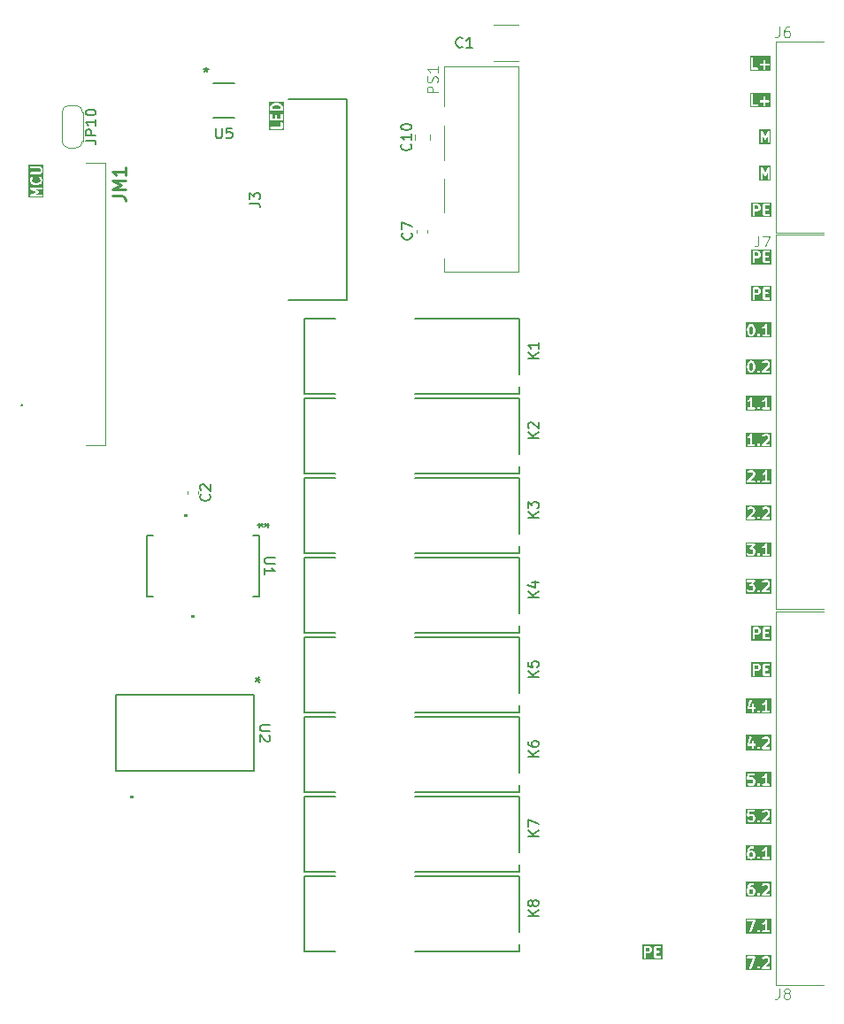
<source format=gbr>
%TF.GenerationSoftware,KiCad,Pcbnew,9.0.5*%
%TF.CreationDate,2025-10-31T12:59:57+03:00*%
%TF.ProjectId,PMCNV-RQ8,504d434e-562d-4525-9138-2e6b69636164,rev?*%
%TF.SameCoordinates,Original*%
%TF.FileFunction,Legend,Top*%
%TF.FilePolarity,Positive*%
%FSLAX46Y46*%
G04 Gerber Fmt 4.6, Leading zero omitted, Abs format (unit mm)*
G04 Created by KiCad (PCBNEW 9.0.5) date 2025-10-31 12:59:57*
%MOMM*%
%LPD*%
G01*
G04 APERTURE LIST*
%ADD10C,0.200000*%
%ADD11C,0.150000*%
%ADD12C,0.100000*%
%ADD13C,0.254000*%
%ADD14C,0.152400*%
%ADD15C,0.000000*%
%ADD16C,0.120000*%
G04 APERTURE END LIST*
D10*
G36*
X31547281Y17917976D02*
G01*
X31571950Y17893308D01*
X31607403Y17822401D01*
X31649374Y17654520D01*
X31649374Y17441044D01*
X31607403Y17273163D01*
X31571950Y17202257D01*
X31547281Y17177587D01*
X31487672Y17147781D01*
X31439648Y17147781D01*
X31380038Y17177586D01*
X31355371Y17202254D01*
X31319916Y17273163D01*
X31277946Y17441044D01*
X31277946Y17654519D01*
X31319916Y17822401D01*
X31355370Y17893308D01*
X31380038Y17917977D01*
X31439648Y17947781D01*
X31487672Y17947781D01*
X31547281Y17917976D01*
G37*
G36*
X33387135Y16836670D02*
G01*
X30966835Y16836670D01*
X30966835Y17666829D01*
X31077946Y17666829D01*
X31077946Y17428734D01*
X31078281Y17425332D01*
X31078064Y17423873D01*
X31079143Y17416576D01*
X31079867Y17409225D01*
X31080431Y17407862D01*
X31080932Y17404480D01*
X31128551Y17214005D01*
X31129064Y17212568D01*
X31129116Y17211845D01*
X31132224Y17203721D01*
X31135146Y17195544D01*
X31135576Y17194964D01*
X31136122Y17193537D01*
X31183741Y17098299D01*
X31189024Y17089907D01*
X31190036Y17087463D01*
X31192292Y17084714D01*
X31194184Y17081709D01*
X31196178Y17079980D01*
X31202473Y17072310D01*
X31250091Y17024690D01*
X31257759Y17018397D01*
X31259491Y17016400D01*
X31262499Y17014507D01*
X31265245Y17012253D01*
X31267685Y17011243D01*
X31276082Y17005957D01*
X31371319Y16958338D01*
X31389628Y16951332D01*
X31393211Y16951078D01*
X31396532Y16949702D01*
X31416041Y16947781D01*
X31511279Y16947781D01*
X31530788Y16949702D01*
X31534108Y16951078D01*
X31537692Y16951332D01*
X31556000Y16958338D01*
X31651238Y17005957D01*
X31659633Y17011242D01*
X31662075Y17012253D01*
X31664822Y17014509D01*
X31667828Y17016400D01*
X31669558Y17018395D01*
X31677228Y17024690D01*
X31724847Y17072310D01*
X31731139Y17079977D01*
X31733136Y17081708D01*
X31735029Y17084716D01*
X31737284Y17087463D01*
X31738295Y17089905D01*
X31743579Y17098299D01*
X31751884Y17114909D01*
X32032248Y17114909D01*
X32032248Y17075891D01*
X32038711Y17060288D01*
X32047180Y17039842D01*
X32047184Y17039838D01*
X32059616Y17024689D01*
X32107235Y16977071D01*
X32122388Y16964634D01*
X32131391Y16960905D01*
X32158437Y16949702D01*
X32197455Y16949702D01*
X32233503Y16964634D01*
X32248657Y16977070D01*
X32296275Y17024689D01*
X32308712Y17039842D01*
X32315464Y17056144D01*
X32323643Y17075890D01*
X32323644Y17114908D01*
X32308713Y17150957D01*
X32296276Y17166110D01*
X32248657Y17213730D01*
X32233504Y17226167D01*
X32218572Y17232352D01*
X32197455Y17241099D01*
X32158437Y17241099D01*
X32147879Y17236726D01*
X32122389Y17226168D01*
X32122388Y17226167D01*
X32107234Y17213730D01*
X32059616Y17166110D01*
X32047179Y17150957D01*
X32037166Y17126781D01*
X32032248Y17114909D01*
X31751884Y17114909D01*
X31791198Y17193536D01*
X31791744Y17194965D01*
X31792174Y17195544D01*
X31795095Y17203721D01*
X31798204Y17211845D01*
X31798255Y17212566D01*
X31798769Y17214004D01*
X31846388Y17404480D01*
X31846888Y17407862D01*
X31847453Y17409225D01*
X31848176Y17416576D01*
X31849256Y17423873D01*
X31849038Y17425332D01*
X31849374Y17428734D01*
X31849374Y17666829D01*
X31849038Y17670232D01*
X31849256Y17671690D01*
X31848176Y17678988D01*
X31847453Y17686338D01*
X31846888Y17687702D01*
X31846388Y17691083D01*
X31825515Y17774574D01*
X32507302Y17774574D01*
X32510068Y17735654D01*
X32527517Y17700755D01*
X32556994Y17675191D01*
X32594010Y17662852D01*
X32632930Y17665618D01*
X32651238Y17672624D01*
X32746476Y17720243D01*
X32754872Y17725529D01*
X32757312Y17726539D01*
X32760058Y17728793D01*
X32763066Y17730686D01*
X32764795Y17732681D01*
X32772466Y17738975D01*
X32792231Y17758740D01*
X32792231Y17147781D01*
X32606517Y17147781D01*
X32587008Y17145860D01*
X32550960Y17130928D01*
X32523370Y17103338D01*
X32508438Y17067290D01*
X32508438Y17028272D01*
X32523370Y16992224D01*
X32550960Y16964634D01*
X32587008Y16949702D01*
X32606517Y16947781D01*
X33177945Y16947781D01*
X33197454Y16949702D01*
X33233502Y16964634D01*
X33261092Y16992224D01*
X33276024Y17028272D01*
X33276024Y17067290D01*
X33261092Y17103338D01*
X33233502Y17130928D01*
X33197454Y17145860D01*
X33177945Y17147781D01*
X32992231Y17147781D01*
X32992231Y18047781D01*
X32992224Y18047852D01*
X32992231Y18047886D01*
X32992210Y18047988D01*
X32990310Y18067290D01*
X32986520Y18076439D01*
X32984579Y18086146D01*
X32979127Y18094287D01*
X32975378Y18103338D01*
X32968378Y18110338D01*
X32962868Y18118566D01*
X32954713Y18124003D01*
X32947788Y18130928D01*
X32938644Y18134716D01*
X32930403Y18140210D01*
X32920789Y18142112D01*
X32911740Y18145860D01*
X32901839Y18145860D01*
X32892127Y18147781D01*
X32882522Y18145860D01*
X32872722Y18145860D01*
X32863573Y18142071D01*
X32853866Y18140129D01*
X32845725Y18134678D01*
X32836674Y18130928D01*
X32829674Y18123929D01*
X32821446Y18118418D01*
X32809157Y18103412D01*
X32809084Y18103338D01*
X32809070Y18103306D01*
X32809026Y18103251D01*
X32719282Y17968635D01*
X32642518Y17891872D01*
X32561796Y17851510D01*
X32545205Y17841067D01*
X32519641Y17811590D01*
X32507302Y17774574D01*
X31825515Y17774574D01*
X31798769Y17881559D01*
X31798255Y17882998D01*
X31798204Y17883718D01*
X31795095Y17891843D01*
X31792174Y17900019D01*
X31791744Y17900599D01*
X31791198Y17902027D01*
X31743579Y17997264D01*
X31738293Y18005661D01*
X31737283Y18008101D01*
X31735029Y18010847D01*
X31733136Y18013855D01*
X31731138Y18015588D01*
X31724846Y18023254D01*
X31677228Y18070873D01*
X31669557Y18077168D01*
X31667828Y18079162D01*
X31664820Y18081056D01*
X31662074Y18083309D01*
X31659634Y18084320D01*
X31651238Y18089605D01*
X31556000Y18137224D01*
X31537692Y18144230D01*
X31534108Y18144485D01*
X31530788Y18145860D01*
X31511279Y18147781D01*
X31416041Y18147781D01*
X31396532Y18145860D01*
X31393211Y18144485D01*
X31389628Y18144230D01*
X31371319Y18137224D01*
X31276082Y18089605D01*
X31267685Y18084320D01*
X31265245Y18083309D01*
X31262499Y18081056D01*
X31259491Y18079162D01*
X31257758Y18077165D01*
X31250092Y18070872D01*
X31202473Y18023254D01*
X31196178Y18015584D01*
X31194184Y18013854D01*
X31192290Y18010847D01*
X31190037Y18008100D01*
X31189026Y18005661D01*
X31183741Y17997264D01*
X31136122Y17902026D01*
X31135576Y17900600D01*
X31135146Y17900019D01*
X31132224Y17891843D01*
X31129116Y17883718D01*
X31129064Y17882996D01*
X31128551Y17881558D01*
X31080932Y17691083D01*
X31080431Y17687702D01*
X31079867Y17686338D01*
X31079143Y17678988D01*
X31078064Y17671690D01*
X31078281Y17670232D01*
X31077946Y17666829D01*
X30966835Y17666829D01*
X30966835Y18258892D01*
X33387135Y18258892D01*
X33387135Y16836670D01*
G37*
G36*
X33389056Y-43663330D02*
G01*
X30921137Y-43663330D01*
X30921137Y-42432710D01*
X31032248Y-42432710D01*
X31032248Y-42471728D01*
X31047180Y-42507776D01*
X31074770Y-42535366D01*
X31110818Y-42550298D01*
X31130327Y-42552219D01*
X31645339Y-42552219D01*
X31276507Y-43412827D01*
X31270588Y-43431515D01*
X31270113Y-43470531D01*
X31284604Y-43506758D01*
X31311855Y-43534683D01*
X31347718Y-43550053D01*
X31386734Y-43550528D01*
X31422961Y-43536037D01*
X31450886Y-43508786D01*
X31460337Y-43491611D01*
X31505988Y-43385091D01*
X32032248Y-43385091D01*
X32032248Y-43424109D01*
X32035316Y-43431515D01*
X32047180Y-43460158D01*
X32047184Y-43460162D01*
X32059616Y-43475311D01*
X32107235Y-43522929D01*
X32122388Y-43535366D01*
X32132946Y-43539739D01*
X32158437Y-43550298D01*
X32197455Y-43550298D01*
X32233503Y-43535366D01*
X32248657Y-43522930D01*
X32296275Y-43475311D01*
X32308712Y-43460158D01*
X32320081Y-43432710D01*
X32460819Y-43432710D01*
X32460819Y-43471728D01*
X32475751Y-43507776D01*
X32503341Y-43535366D01*
X32539389Y-43550298D01*
X32558898Y-43552219D01*
X33177945Y-43552219D01*
X33197454Y-43550298D01*
X33233502Y-43535366D01*
X33261092Y-43507776D01*
X33276024Y-43471728D01*
X33276024Y-43432710D01*
X33261092Y-43396662D01*
X33233502Y-43369072D01*
X33197454Y-43354140D01*
X33177945Y-43352219D01*
X32800320Y-43352219D01*
X33201037Y-42951501D01*
X33213473Y-42936347D01*
X33214847Y-42933028D01*
X33217203Y-42930313D01*
X33225194Y-42912413D01*
X33272813Y-42769556D01*
X33275012Y-42759883D01*
X33276024Y-42757442D01*
X33276372Y-42753904D01*
X33277160Y-42750441D01*
X33276972Y-42747806D01*
X33277945Y-42737933D01*
X33277945Y-42642695D01*
X33276024Y-42623186D01*
X33274648Y-42619865D01*
X33274394Y-42616282D01*
X33267388Y-42597973D01*
X33219769Y-42502736D01*
X33214483Y-42494339D01*
X33213473Y-42491899D01*
X33211219Y-42489153D01*
X33209326Y-42486145D01*
X33207328Y-42484412D01*
X33201036Y-42476746D01*
X33153418Y-42429127D01*
X33145747Y-42422832D01*
X33144018Y-42420838D01*
X33141010Y-42418944D01*
X33138264Y-42416691D01*
X33135824Y-42415680D01*
X33127428Y-42410395D01*
X33032190Y-42362776D01*
X33013882Y-42355770D01*
X33010298Y-42355515D01*
X33006978Y-42354140D01*
X32987469Y-42352219D01*
X32749374Y-42352219D01*
X32729865Y-42354140D01*
X32726544Y-42355515D01*
X32722961Y-42355770D01*
X32704652Y-42362776D01*
X32609415Y-42410395D01*
X32601018Y-42415680D01*
X32598578Y-42416691D01*
X32595832Y-42418944D01*
X32592824Y-42420838D01*
X32591091Y-42422835D01*
X32583425Y-42429128D01*
X32535806Y-42476746D01*
X32523370Y-42491900D01*
X32508438Y-42527948D01*
X32508438Y-42566966D01*
X32523370Y-42603014D01*
X32550960Y-42630604D01*
X32587008Y-42645536D01*
X32626026Y-42645536D01*
X32662074Y-42630604D01*
X32677228Y-42618168D01*
X32713371Y-42582023D01*
X32772981Y-42552219D01*
X32963862Y-42552219D01*
X33023471Y-42582024D01*
X33048140Y-42606692D01*
X33077945Y-42666302D01*
X33077945Y-42721706D01*
X33042923Y-42826770D01*
X32488187Y-43381508D01*
X32475752Y-43396661D01*
X32475751Y-43396662D01*
X32460819Y-43432710D01*
X32320081Y-43432710D01*
X32323643Y-43424109D01*
X32323643Y-43412537D01*
X32323644Y-43385092D01*
X32308713Y-43349043D01*
X32296276Y-43333890D01*
X32248657Y-43286270D01*
X32233504Y-43273833D01*
X32218572Y-43267648D01*
X32197455Y-43258901D01*
X32158437Y-43258901D01*
X32147879Y-43263274D01*
X32122389Y-43273832D01*
X32122388Y-43273833D01*
X32107234Y-43286270D01*
X32059616Y-43333890D01*
X32047179Y-43349043D01*
X32043892Y-43356980D01*
X32032248Y-43385091D01*
X31505988Y-43385091D01*
X31888907Y-42491611D01*
X31894827Y-42472923D01*
X31894834Y-42472301D01*
X31895072Y-42471728D01*
X31895072Y-42452799D01*
X31895302Y-42433908D01*
X31895072Y-42433332D01*
X31895072Y-42432710D01*
X31887818Y-42415199D01*
X31880811Y-42397680D01*
X31880377Y-42397236D01*
X31880140Y-42396662D01*
X31866760Y-42383282D01*
X31853560Y-42369756D01*
X31852989Y-42369511D01*
X31852550Y-42369072D01*
X31835033Y-42361816D01*
X31817696Y-42354386D01*
X31817077Y-42354378D01*
X31816502Y-42354140D01*
X31796993Y-42352219D01*
X31130327Y-42352219D01*
X31110818Y-42354140D01*
X31074770Y-42369072D01*
X31047180Y-42396662D01*
X31032248Y-42432710D01*
X30921137Y-42432710D01*
X30921137Y-42241108D01*
X33389056Y-42241108D01*
X33389056Y-43663330D01*
G37*
G36*
X33339517Y42336670D02*
G01*
X31347787Y42336670D01*
X31347787Y43547781D01*
X31458898Y43547781D01*
X31458898Y42547781D01*
X31460819Y42528272D01*
X31475751Y42492224D01*
X31503341Y42464634D01*
X31539389Y42449702D01*
X31558898Y42447781D01*
X32035088Y42447781D01*
X32054597Y42449702D01*
X32090645Y42464634D01*
X32118235Y42492224D01*
X32133167Y42528272D01*
X32133167Y42567290D01*
X32118235Y42603338D01*
X32090645Y42630928D01*
X32054597Y42645860D01*
X32035088Y42647781D01*
X31658898Y42647781D01*
X31658898Y42948243D01*
X32270343Y42948243D01*
X32270343Y42909225D01*
X32285275Y42873177D01*
X32312865Y42845587D01*
X32348913Y42830655D01*
X32368422Y42828734D01*
X32649374Y42828734D01*
X32649374Y42547781D01*
X32651295Y42528272D01*
X32666227Y42492224D01*
X32693817Y42464634D01*
X32729865Y42449702D01*
X32768883Y42449702D01*
X32804931Y42464634D01*
X32832521Y42492224D01*
X32847453Y42528272D01*
X32849374Y42547781D01*
X32849374Y42828734D01*
X33130327Y42828734D01*
X33149836Y42830655D01*
X33185884Y42845587D01*
X33213474Y42873177D01*
X33228406Y42909225D01*
X33228406Y42948243D01*
X33213474Y42984291D01*
X33185884Y43011881D01*
X33149836Y43026813D01*
X33130327Y43028734D01*
X32849374Y43028734D01*
X32849374Y43309686D01*
X32847453Y43329195D01*
X32832521Y43365243D01*
X32804931Y43392833D01*
X32768883Y43407765D01*
X32729865Y43407765D01*
X32693817Y43392833D01*
X32666227Y43365243D01*
X32651295Y43329195D01*
X32649374Y43309686D01*
X32649374Y43028734D01*
X32368422Y43028734D01*
X32348913Y43026813D01*
X32312865Y43011881D01*
X32285275Y42984291D01*
X32270343Y42948243D01*
X31658898Y42948243D01*
X31658898Y43547781D01*
X31656977Y43567290D01*
X31642045Y43603338D01*
X31614455Y43630928D01*
X31578407Y43645860D01*
X31539389Y43645860D01*
X31503341Y43630928D01*
X31475751Y43603338D01*
X31460819Y43567290D01*
X31458898Y43547781D01*
X31347787Y43547781D01*
X31347787Y43756971D01*
X33339517Y43756971D01*
X33339517Y42336670D01*
G37*
G36*
X32118709Y21417976D02*
G01*
X32143378Y21393308D01*
X32173183Y21333698D01*
X32173183Y21238055D01*
X32143378Y21178446D01*
X32118709Y21153778D01*
X32059100Y21123972D01*
X31801755Y21123972D01*
X31801755Y21447781D01*
X32059100Y21447781D01*
X32118709Y21417976D01*
G37*
G36*
X33387135Y20336670D02*
G01*
X31490644Y20336670D01*
X31490644Y21547781D01*
X31601755Y21547781D01*
X31601755Y20547781D01*
X31603676Y20528272D01*
X31618608Y20492224D01*
X31646198Y20464634D01*
X31682246Y20449702D01*
X31721264Y20449702D01*
X31757312Y20464634D01*
X31784902Y20492224D01*
X31799834Y20528272D01*
X31801755Y20547781D01*
X31801755Y20923972D01*
X32082707Y20923972D01*
X32102216Y20925893D01*
X32105536Y20927269D01*
X32109120Y20927523D01*
X32127428Y20934529D01*
X32222666Y20982148D01*
X32231062Y20987434D01*
X32233502Y20988444D01*
X32236248Y20990698D01*
X32239256Y20992591D01*
X32240985Y20994586D01*
X32248656Y21000880D01*
X32296274Y21048499D01*
X32302566Y21056166D01*
X32304564Y21057898D01*
X32306457Y21060907D01*
X32308711Y21063652D01*
X32309721Y21066093D01*
X32315007Y21074489D01*
X32362626Y21169726D01*
X32369632Y21188035D01*
X32369886Y21191619D01*
X32371262Y21194939D01*
X32373183Y21214448D01*
X32373183Y21357305D01*
X32371262Y21376814D01*
X32369886Y21380135D01*
X32369632Y21383718D01*
X32362626Y21402027D01*
X32315007Y21497264D01*
X32309721Y21505661D01*
X32308711Y21508101D01*
X32306457Y21510847D01*
X32304564Y21513855D01*
X32302566Y21515588D01*
X32296274Y21523254D01*
X32271748Y21547781D01*
X32601755Y21547781D01*
X32601755Y20547781D01*
X32603676Y20528272D01*
X32618608Y20492224D01*
X32646198Y20464634D01*
X32682246Y20449702D01*
X32701755Y20447781D01*
X33177945Y20447781D01*
X33197454Y20449702D01*
X33233502Y20464634D01*
X33261092Y20492224D01*
X33276024Y20528272D01*
X33276024Y20567290D01*
X33261092Y20603338D01*
X33233502Y20630928D01*
X33197454Y20645860D01*
X33177945Y20647781D01*
X32801755Y20647781D01*
X32801755Y20971591D01*
X33035088Y20971591D01*
X33054597Y20973512D01*
X33090645Y20988444D01*
X33118235Y21016034D01*
X33133167Y21052082D01*
X33133167Y21091100D01*
X33118235Y21127148D01*
X33090645Y21154738D01*
X33054597Y21169670D01*
X33035088Y21171591D01*
X32801755Y21171591D01*
X32801755Y21447781D01*
X33177945Y21447781D01*
X33197454Y21449702D01*
X33233502Y21464634D01*
X33261092Y21492224D01*
X33276024Y21528272D01*
X33276024Y21567290D01*
X33261092Y21603338D01*
X33233502Y21630928D01*
X33197454Y21645860D01*
X33177945Y21647781D01*
X32701755Y21647781D01*
X32682246Y21645860D01*
X32646198Y21630928D01*
X32618608Y21603338D01*
X32603676Y21567290D01*
X32601755Y21547781D01*
X32271748Y21547781D01*
X32248656Y21570873D01*
X32240985Y21577168D01*
X32239256Y21579162D01*
X32236248Y21581056D01*
X32233502Y21583309D01*
X32231062Y21584320D01*
X32222666Y21589605D01*
X32127428Y21637224D01*
X32109120Y21644230D01*
X32105536Y21644485D01*
X32102216Y21645860D01*
X32082707Y21647781D01*
X31701755Y21647781D01*
X31682246Y21645860D01*
X31646198Y21630928D01*
X31618608Y21603338D01*
X31603676Y21567290D01*
X31601755Y21547781D01*
X31490644Y21547781D01*
X31490644Y21758892D01*
X33387135Y21758892D01*
X33387135Y20336670D01*
G37*
G36*
X32118709Y-14582024D02*
G01*
X32143378Y-14606692D01*
X32173183Y-14666302D01*
X32173183Y-14761945D01*
X32143378Y-14821554D01*
X32118709Y-14846222D01*
X32059100Y-14876028D01*
X31801755Y-14876028D01*
X31801755Y-14552219D01*
X32059100Y-14552219D01*
X32118709Y-14582024D01*
G37*
G36*
X33387135Y-15663330D02*
G01*
X31490644Y-15663330D01*
X31490644Y-14452219D01*
X31601755Y-14452219D01*
X31601755Y-15452219D01*
X31603676Y-15471728D01*
X31618608Y-15507776D01*
X31646198Y-15535366D01*
X31682246Y-15550298D01*
X31721264Y-15550298D01*
X31757312Y-15535366D01*
X31784902Y-15507776D01*
X31799834Y-15471728D01*
X31801755Y-15452219D01*
X31801755Y-15076028D01*
X32082707Y-15076028D01*
X32102216Y-15074107D01*
X32105536Y-15072731D01*
X32109120Y-15072477D01*
X32127428Y-15065471D01*
X32222666Y-15017852D01*
X32231062Y-15012566D01*
X32233502Y-15011556D01*
X32236248Y-15009302D01*
X32239256Y-15007409D01*
X32240985Y-15005414D01*
X32248656Y-14999120D01*
X32296274Y-14951501D01*
X32302566Y-14943834D01*
X32304564Y-14942102D01*
X32306457Y-14939093D01*
X32308711Y-14936348D01*
X32309721Y-14933907D01*
X32315007Y-14925511D01*
X32362626Y-14830274D01*
X32369632Y-14811965D01*
X32369886Y-14808381D01*
X32371262Y-14805061D01*
X32373183Y-14785552D01*
X32373183Y-14642695D01*
X32371262Y-14623186D01*
X32369886Y-14619865D01*
X32369632Y-14616282D01*
X32362626Y-14597973D01*
X32315007Y-14502736D01*
X32309721Y-14494339D01*
X32308711Y-14491899D01*
X32306457Y-14489153D01*
X32304564Y-14486145D01*
X32302566Y-14484412D01*
X32296274Y-14476746D01*
X32271748Y-14452219D01*
X32601755Y-14452219D01*
X32601755Y-15452219D01*
X32603676Y-15471728D01*
X32618608Y-15507776D01*
X32646198Y-15535366D01*
X32682246Y-15550298D01*
X32701755Y-15552219D01*
X33177945Y-15552219D01*
X33197454Y-15550298D01*
X33233502Y-15535366D01*
X33261092Y-15507776D01*
X33276024Y-15471728D01*
X33276024Y-15432710D01*
X33261092Y-15396662D01*
X33233502Y-15369072D01*
X33197454Y-15354140D01*
X33177945Y-15352219D01*
X32801755Y-15352219D01*
X32801755Y-15028409D01*
X33035088Y-15028409D01*
X33054597Y-15026488D01*
X33090645Y-15011556D01*
X33118235Y-14983966D01*
X33133167Y-14947918D01*
X33133167Y-14908900D01*
X33118235Y-14872852D01*
X33090645Y-14845262D01*
X33054597Y-14830330D01*
X33035088Y-14828409D01*
X32801755Y-14828409D01*
X32801755Y-14552219D01*
X33177945Y-14552219D01*
X33197454Y-14550298D01*
X33233502Y-14535366D01*
X33261092Y-14507776D01*
X33276024Y-14471728D01*
X33276024Y-14432710D01*
X33261092Y-14396662D01*
X33233502Y-14369072D01*
X33197454Y-14354140D01*
X33177945Y-14352219D01*
X32701755Y-14352219D01*
X32682246Y-14354140D01*
X32646198Y-14369072D01*
X32618608Y-14396662D01*
X32603676Y-14432710D01*
X32601755Y-14452219D01*
X32271748Y-14452219D01*
X32248656Y-14429127D01*
X32240985Y-14422832D01*
X32239256Y-14420838D01*
X32236248Y-14418944D01*
X32233502Y-14416691D01*
X32231062Y-14415680D01*
X32222666Y-14410395D01*
X32127428Y-14362776D01*
X32109120Y-14355770D01*
X32105536Y-14355515D01*
X32102216Y-14354140D01*
X32082707Y-14352219D01*
X31701755Y-14352219D01*
X31682246Y-14354140D01*
X31646198Y-14369072D01*
X31618608Y-14396662D01*
X31603676Y-14432710D01*
X31601755Y-14452219D01*
X31490644Y-14452219D01*
X31490644Y-14241108D01*
X33387135Y-14241108D01*
X33387135Y-15663330D01*
G37*
G36*
X33387135Y-4163330D02*
G01*
X30921137Y-4163330D01*
X30921137Y-2932710D01*
X31032248Y-2932710D01*
X31032248Y-2971728D01*
X31047180Y-3007776D01*
X31074770Y-3035366D01*
X31110818Y-3050298D01*
X31130327Y-3052219D01*
X31528997Y-3052219D01*
X31340783Y-3267321D01*
X31334753Y-3275754D01*
X31332894Y-3277614D01*
X31332163Y-3279377D01*
X31329382Y-3283268D01*
X31324177Y-3298656D01*
X31317962Y-3313662D01*
X31317962Y-3317035D01*
X31316882Y-3320229D01*
X31317962Y-3336431D01*
X31317962Y-3352680D01*
X31319252Y-3355795D01*
X31319477Y-3359161D01*
X31326677Y-3373721D01*
X31332894Y-3388728D01*
X31335278Y-3391112D01*
X31336774Y-3394136D01*
X31348999Y-3404833D01*
X31360484Y-3416318D01*
X31363598Y-3417608D01*
X31366138Y-3419830D01*
X31381526Y-3425034D01*
X31396532Y-3431250D01*
X31401291Y-3431718D01*
X31403099Y-3432330D01*
X31405723Y-3432155D01*
X31416041Y-3433171D01*
X31535291Y-3433171D01*
X31594900Y-3462976D01*
X31619569Y-3487644D01*
X31649374Y-3547254D01*
X31649374Y-3738135D01*
X31619569Y-3797743D01*
X31594900Y-3822413D01*
X31535291Y-3852219D01*
X31296791Y-3852219D01*
X31237181Y-3822414D01*
X31201038Y-3786270D01*
X31185885Y-3773833D01*
X31149837Y-3758902D01*
X31110819Y-3758901D01*
X31074770Y-3773832D01*
X31047180Y-3801422D01*
X31032249Y-3837470D01*
X31032248Y-3876488D01*
X31047179Y-3912537D01*
X31059616Y-3927690D01*
X31107234Y-3975310D01*
X31114902Y-3981603D01*
X31116634Y-3983600D01*
X31119642Y-3985493D01*
X31122388Y-3987747D01*
X31124828Y-3988757D01*
X31133225Y-3994043D01*
X31228462Y-4041662D01*
X31246771Y-4048668D01*
X31250354Y-4048922D01*
X31253675Y-4050298D01*
X31273184Y-4052219D01*
X31558898Y-4052219D01*
X31578407Y-4050298D01*
X31581727Y-4048922D01*
X31585311Y-4048668D01*
X31603619Y-4041662D01*
X31698857Y-3994043D01*
X31707252Y-3988758D01*
X31709694Y-3987747D01*
X31712441Y-3985491D01*
X31715447Y-3983600D01*
X31717177Y-3981605D01*
X31724847Y-3975310D01*
X31772466Y-3927690D01*
X31778758Y-3920023D01*
X31780755Y-3918292D01*
X31782648Y-3915284D01*
X31784903Y-3912537D01*
X31785914Y-3910095D01*
X31791198Y-3901701D01*
X31799503Y-3885091D01*
X32032248Y-3885091D01*
X32032248Y-3924109D01*
X32038711Y-3939712D01*
X32047180Y-3960158D01*
X32047184Y-3960162D01*
X32059616Y-3975311D01*
X32107235Y-4022929D01*
X32122388Y-4035366D01*
X32131391Y-4039095D01*
X32158437Y-4050298D01*
X32197455Y-4050298D01*
X32233503Y-4035366D01*
X32248657Y-4022930D01*
X32296275Y-3975311D01*
X32308712Y-3960158D01*
X32315464Y-3943856D01*
X32323643Y-3924110D01*
X32323644Y-3885092D01*
X32308713Y-3849043D01*
X32296276Y-3833890D01*
X32248657Y-3786270D01*
X32233504Y-3773833D01*
X32218572Y-3767648D01*
X32197455Y-3758901D01*
X32158437Y-3758901D01*
X32147879Y-3763274D01*
X32122389Y-3773832D01*
X32122388Y-3773833D01*
X32107234Y-3786270D01*
X32059616Y-3833890D01*
X32047179Y-3849043D01*
X32037166Y-3873219D01*
X32032248Y-3885091D01*
X31799503Y-3885091D01*
X31838817Y-3806464D01*
X31845823Y-3788155D01*
X31846077Y-3784571D01*
X31847453Y-3781251D01*
X31849374Y-3761742D01*
X31849374Y-3523647D01*
X31847453Y-3504138D01*
X31846077Y-3500817D01*
X31845823Y-3497234D01*
X31838817Y-3478925D01*
X31791198Y-3383688D01*
X31785912Y-3375291D01*
X31784902Y-3372851D01*
X31782648Y-3370105D01*
X31780755Y-3367097D01*
X31778757Y-3365364D01*
X31772465Y-3357698D01*
X31724847Y-3310079D01*
X31717176Y-3303784D01*
X31715447Y-3301790D01*
X31712439Y-3299896D01*
X31709693Y-3297643D01*
X31707253Y-3296632D01*
X31698857Y-3291347D01*
X31620009Y-3251923D01*
X31643194Y-3225426D01*
X32507302Y-3225426D01*
X32510068Y-3264346D01*
X32527517Y-3299245D01*
X32556994Y-3324809D01*
X32594010Y-3337148D01*
X32632930Y-3334382D01*
X32651238Y-3327376D01*
X32746476Y-3279757D01*
X32754872Y-3274471D01*
X32757312Y-3273461D01*
X32760058Y-3271207D01*
X32763066Y-3269314D01*
X32764795Y-3267319D01*
X32772466Y-3261025D01*
X32792231Y-3241260D01*
X32792231Y-3852219D01*
X32606517Y-3852219D01*
X32587008Y-3854140D01*
X32550960Y-3869072D01*
X32523370Y-3896662D01*
X32508438Y-3932710D01*
X32508438Y-3971728D01*
X32523370Y-4007776D01*
X32550960Y-4035366D01*
X32587008Y-4050298D01*
X32606517Y-4052219D01*
X33177945Y-4052219D01*
X33197454Y-4050298D01*
X33233502Y-4035366D01*
X33261092Y-4007776D01*
X33276024Y-3971728D01*
X33276024Y-3932710D01*
X33261092Y-3896662D01*
X33233502Y-3869072D01*
X33197454Y-3854140D01*
X33177945Y-3852219D01*
X32992231Y-3852219D01*
X32992231Y-2952219D01*
X32992224Y-2952148D01*
X32992231Y-2952114D01*
X32992210Y-2952012D01*
X32990310Y-2932710D01*
X32986520Y-2923561D01*
X32984579Y-2913854D01*
X32979127Y-2905713D01*
X32975378Y-2896662D01*
X32968378Y-2889662D01*
X32962868Y-2881434D01*
X32954713Y-2875997D01*
X32947788Y-2869072D01*
X32938644Y-2865284D01*
X32930403Y-2859790D01*
X32920789Y-2857888D01*
X32911740Y-2854140D01*
X32901839Y-2854140D01*
X32892127Y-2852219D01*
X32882522Y-2854140D01*
X32872722Y-2854140D01*
X32863573Y-2857929D01*
X32853866Y-2859871D01*
X32845725Y-2865322D01*
X32836674Y-2869072D01*
X32829674Y-2876071D01*
X32821446Y-2881582D01*
X32809157Y-2896588D01*
X32809084Y-2896662D01*
X32809070Y-2896694D01*
X32809026Y-2896749D01*
X32719282Y-3031365D01*
X32642518Y-3108128D01*
X32561796Y-3148490D01*
X32545205Y-3158933D01*
X32519641Y-3188410D01*
X32507302Y-3225426D01*
X31643194Y-3225426D01*
X31824632Y-3018069D01*
X31830661Y-3009635D01*
X31832521Y-3007776D01*
X31833251Y-3006012D01*
X31836033Y-3002122D01*
X31841237Y-2986733D01*
X31847453Y-2971728D01*
X31847453Y-2968354D01*
X31848533Y-2965161D01*
X31847453Y-2948958D01*
X31847453Y-2932710D01*
X31846162Y-2929594D01*
X31845938Y-2926229D01*
X31838735Y-2911663D01*
X31832521Y-2896662D01*
X31830137Y-2894278D01*
X31828642Y-2891254D01*
X31816408Y-2880549D01*
X31804931Y-2869072D01*
X31801817Y-2867782D01*
X31799278Y-2865560D01*
X31783886Y-2860354D01*
X31768883Y-2854140D01*
X31764123Y-2853671D01*
X31762316Y-2853060D01*
X31759691Y-2853234D01*
X31749374Y-2852219D01*
X31130327Y-2852219D01*
X31110818Y-2854140D01*
X31074770Y-2869072D01*
X31047180Y-2896662D01*
X31032248Y-2932710D01*
X30921137Y-2932710D01*
X30921137Y-2741108D01*
X33387135Y-2741108D01*
X33387135Y-4163330D01*
G37*
G36*
X33387135Y-40163330D02*
G01*
X30921137Y-40163330D01*
X30921137Y-38932710D01*
X31032248Y-38932710D01*
X31032248Y-38971728D01*
X31047180Y-39007776D01*
X31074770Y-39035366D01*
X31110818Y-39050298D01*
X31130327Y-39052219D01*
X31645339Y-39052219D01*
X31276507Y-39912827D01*
X31270588Y-39931515D01*
X31270113Y-39970531D01*
X31284604Y-40006758D01*
X31311855Y-40034683D01*
X31347718Y-40050053D01*
X31386734Y-40050528D01*
X31422961Y-40036037D01*
X31450886Y-40008786D01*
X31460337Y-39991611D01*
X31505988Y-39885091D01*
X32032248Y-39885091D01*
X32032248Y-39924109D01*
X32035316Y-39931515D01*
X32047180Y-39960158D01*
X32047184Y-39960162D01*
X32059616Y-39975311D01*
X32107235Y-40022929D01*
X32122388Y-40035366D01*
X32132946Y-40039739D01*
X32158437Y-40050298D01*
X32197455Y-40050298D01*
X32233503Y-40035366D01*
X32248657Y-40022930D01*
X32296275Y-39975311D01*
X32308712Y-39960158D01*
X32323643Y-39924109D01*
X32323643Y-39912537D01*
X32323644Y-39885092D01*
X32308713Y-39849043D01*
X32296276Y-39833890D01*
X32248657Y-39786270D01*
X32233504Y-39773833D01*
X32218572Y-39767648D01*
X32197455Y-39758901D01*
X32158437Y-39758901D01*
X32147879Y-39763274D01*
X32122389Y-39773832D01*
X32122388Y-39773833D01*
X32107234Y-39786270D01*
X32059616Y-39833890D01*
X32047179Y-39849043D01*
X32043892Y-39856980D01*
X32032248Y-39885091D01*
X31505988Y-39885091D01*
X31788701Y-39225426D01*
X32507302Y-39225426D01*
X32510068Y-39264346D01*
X32527517Y-39299245D01*
X32556994Y-39324809D01*
X32594010Y-39337148D01*
X32632930Y-39334382D01*
X32651238Y-39327376D01*
X32746476Y-39279757D01*
X32754872Y-39274471D01*
X32757312Y-39273461D01*
X32760058Y-39271207D01*
X32763066Y-39269314D01*
X32764795Y-39267319D01*
X32772466Y-39261025D01*
X32792231Y-39241260D01*
X32792231Y-39852219D01*
X32606517Y-39852219D01*
X32587008Y-39854140D01*
X32550960Y-39869072D01*
X32523370Y-39896662D01*
X32508438Y-39932710D01*
X32508438Y-39971728D01*
X32523370Y-40007776D01*
X32550960Y-40035366D01*
X32587008Y-40050298D01*
X32606517Y-40052219D01*
X33177945Y-40052219D01*
X33197454Y-40050298D01*
X33233502Y-40035366D01*
X33261092Y-40007776D01*
X33276024Y-39971728D01*
X33276024Y-39932710D01*
X33261092Y-39896662D01*
X33233502Y-39869072D01*
X33197454Y-39854140D01*
X33177945Y-39852219D01*
X32992231Y-39852219D01*
X32992231Y-38952219D01*
X32992224Y-38952148D01*
X32992231Y-38952114D01*
X32992210Y-38952012D01*
X32990310Y-38932710D01*
X32986520Y-38923561D01*
X32984579Y-38913854D01*
X32979127Y-38905713D01*
X32975378Y-38896662D01*
X32968378Y-38889662D01*
X32962868Y-38881434D01*
X32954713Y-38875997D01*
X32947788Y-38869072D01*
X32938644Y-38865284D01*
X32930403Y-38859790D01*
X32920789Y-38857888D01*
X32911740Y-38854140D01*
X32901839Y-38854140D01*
X32892127Y-38852219D01*
X32882522Y-38854140D01*
X32872722Y-38854140D01*
X32863573Y-38857929D01*
X32853866Y-38859871D01*
X32845725Y-38865322D01*
X32836674Y-38869072D01*
X32829674Y-38876071D01*
X32821446Y-38881582D01*
X32809157Y-38896588D01*
X32809084Y-38896662D01*
X32809070Y-38896694D01*
X32809026Y-38896749D01*
X32719282Y-39031365D01*
X32642518Y-39108128D01*
X32561796Y-39148490D01*
X32545205Y-39158933D01*
X32519641Y-39188410D01*
X32507302Y-39225426D01*
X31788701Y-39225426D01*
X31888907Y-38991611D01*
X31894827Y-38972923D01*
X31894834Y-38972301D01*
X31895072Y-38971728D01*
X31895072Y-38952799D01*
X31895302Y-38933908D01*
X31895072Y-38933332D01*
X31895072Y-38932710D01*
X31887818Y-38915199D01*
X31880811Y-38897680D01*
X31880377Y-38897236D01*
X31880140Y-38896662D01*
X31866760Y-38883282D01*
X31853560Y-38869756D01*
X31852989Y-38869511D01*
X31852550Y-38869072D01*
X31835033Y-38861816D01*
X31817696Y-38854386D01*
X31817077Y-38854378D01*
X31816502Y-38854140D01*
X31796993Y-38852219D01*
X31130327Y-38852219D01*
X31110818Y-38854140D01*
X31074770Y-38869072D01*
X31047180Y-38896662D01*
X31032248Y-38932710D01*
X30921137Y-38932710D01*
X30921137Y-38741108D01*
X33387135Y-38741108D01*
X33387135Y-40163330D01*
G37*
G36*
X33389056Y-7663330D02*
G01*
X30921137Y-7663330D01*
X30921137Y-6432710D01*
X31032248Y-6432710D01*
X31032248Y-6471728D01*
X31047180Y-6507776D01*
X31074770Y-6535366D01*
X31110818Y-6550298D01*
X31130327Y-6552219D01*
X31528997Y-6552219D01*
X31340783Y-6767321D01*
X31334753Y-6775754D01*
X31332894Y-6777614D01*
X31332163Y-6779377D01*
X31329382Y-6783268D01*
X31324177Y-6798656D01*
X31317962Y-6813662D01*
X31317962Y-6817035D01*
X31316882Y-6820229D01*
X31317962Y-6836431D01*
X31317962Y-6852680D01*
X31319252Y-6855795D01*
X31319477Y-6859161D01*
X31326677Y-6873721D01*
X31332894Y-6888728D01*
X31335278Y-6891112D01*
X31336774Y-6894136D01*
X31348999Y-6904833D01*
X31360484Y-6916318D01*
X31363598Y-6917608D01*
X31366138Y-6919830D01*
X31381526Y-6925034D01*
X31396532Y-6931250D01*
X31401291Y-6931718D01*
X31403099Y-6932330D01*
X31405723Y-6932155D01*
X31416041Y-6933171D01*
X31535291Y-6933171D01*
X31594900Y-6962976D01*
X31619569Y-6987644D01*
X31649374Y-7047254D01*
X31649374Y-7238135D01*
X31619569Y-7297743D01*
X31594900Y-7322413D01*
X31535291Y-7352219D01*
X31296791Y-7352219D01*
X31237181Y-7322414D01*
X31201038Y-7286270D01*
X31185885Y-7273833D01*
X31149837Y-7258902D01*
X31110819Y-7258901D01*
X31074770Y-7273832D01*
X31047180Y-7301422D01*
X31032249Y-7337470D01*
X31032248Y-7376488D01*
X31047179Y-7412537D01*
X31059616Y-7427690D01*
X31107234Y-7475310D01*
X31114902Y-7481603D01*
X31116634Y-7483600D01*
X31119642Y-7485493D01*
X31122388Y-7487747D01*
X31124828Y-7488757D01*
X31133225Y-7494043D01*
X31228462Y-7541662D01*
X31246771Y-7548668D01*
X31250354Y-7548922D01*
X31253675Y-7550298D01*
X31273184Y-7552219D01*
X31558898Y-7552219D01*
X31578407Y-7550298D01*
X31581727Y-7548922D01*
X31585311Y-7548668D01*
X31603619Y-7541662D01*
X31698857Y-7494043D01*
X31707252Y-7488758D01*
X31709694Y-7487747D01*
X31712441Y-7485491D01*
X31715447Y-7483600D01*
X31717177Y-7481605D01*
X31724847Y-7475310D01*
X31772466Y-7427690D01*
X31778758Y-7420023D01*
X31780755Y-7418292D01*
X31782648Y-7415284D01*
X31784903Y-7412537D01*
X31785914Y-7410095D01*
X31791198Y-7401701D01*
X31799503Y-7385091D01*
X32032248Y-7385091D01*
X32032248Y-7424109D01*
X32038711Y-7439712D01*
X32047180Y-7460158D01*
X32047184Y-7460162D01*
X32059616Y-7475311D01*
X32107235Y-7522929D01*
X32122388Y-7535366D01*
X32131391Y-7539095D01*
X32158437Y-7550298D01*
X32197455Y-7550298D01*
X32233503Y-7535366D01*
X32248657Y-7522930D01*
X32296275Y-7475311D01*
X32308712Y-7460158D01*
X32315464Y-7443856D01*
X32320081Y-7432710D01*
X32460819Y-7432710D01*
X32460819Y-7471728D01*
X32475751Y-7507776D01*
X32503341Y-7535366D01*
X32539389Y-7550298D01*
X32558898Y-7552219D01*
X33177945Y-7552219D01*
X33197454Y-7550298D01*
X33233502Y-7535366D01*
X33261092Y-7507776D01*
X33276024Y-7471728D01*
X33276024Y-7432710D01*
X33261092Y-7396662D01*
X33233502Y-7369072D01*
X33197454Y-7354140D01*
X33177945Y-7352219D01*
X32800320Y-7352219D01*
X33201037Y-6951501D01*
X33213473Y-6936347D01*
X33214847Y-6933028D01*
X33217203Y-6930313D01*
X33225194Y-6912413D01*
X33272813Y-6769556D01*
X33275012Y-6759883D01*
X33276024Y-6757442D01*
X33276372Y-6753904D01*
X33277160Y-6750441D01*
X33276972Y-6747806D01*
X33277945Y-6737933D01*
X33277945Y-6642695D01*
X33276024Y-6623186D01*
X33274648Y-6619865D01*
X33274394Y-6616282D01*
X33267388Y-6597973D01*
X33219769Y-6502736D01*
X33214483Y-6494339D01*
X33213473Y-6491899D01*
X33211219Y-6489153D01*
X33209326Y-6486145D01*
X33207328Y-6484412D01*
X33201036Y-6476746D01*
X33153418Y-6429127D01*
X33145747Y-6422832D01*
X33144018Y-6420838D01*
X33141010Y-6418944D01*
X33138264Y-6416691D01*
X33135824Y-6415680D01*
X33127428Y-6410395D01*
X33032190Y-6362776D01*
X33013882Y-6355770D01*
X33010298Y-6355515D01*
X33006978Y-6354140D01*
X32987469Y-6352219D01*
X32749374Y-6352219D01*
X32729865Y-6354140D01*
X32726544Y-6355515D01*
X32722961Y-6355770D01*
X32704652Y-6362776D01*
X32609415Y-6410395D01*
X32601018Y-6415680D01*
X32598578Y-6416691D01*
X32595832Y-6418944D01*
X32592824Y-6420838D01*
X32591091Y-6422835D01*
X32583425Y-6429128D01*
X32535806Y-6476746D01*
X32523370Y-6491900D01*
X32508438Y-6527948D01*
X32508438Y-6566966D01*
X32523370Y-6603014D01*
X32550960Y-6630604D01*
X32587008Y-6645536D01*
X32626026Y-6645536D01*
X32662074Y-6630604D01*
X32677228Y-6618168D01*
X32713371Y-6582023D01*
X32772981Y-6552219D01*
X32963862Y-6552219D01*
X33023471Y-6582024D01*
X33048140Y-6606692D01*
X33077945Y-6666302D01*
X33077945Y-6721706D01*
X33042923Y-6826770D01*
X32488187Y-7381508D01*
X32475752Y-7396661D01*
X32475751Y-7396662D01*
X32460819Y-7432710D01*
X32320081Y-7432710D01*
X32323643Y-7424110D01*
X32323644Y-7385092D01*
X32308713Y-7349043D01*
X32296276Y-7333890D01*
X32248657Y-7286270D01*
X32233504Y-7273833D01*
X32218572Y-7267648D01*
X32197455Y-7258901D01*
X32158437Y-7258901D01*
X32147879Y-7263274D01*
X32122389Y-7273832D01*
X32122388Y-7273833D01*
X32107234Y-7286270D01*
X32059616Y-7333890D01*
X32047179Y-7349043D01*
X32037166Y-7373219D01*
X32032248Y-7385091D01*
X31799503Y-7385091D01*
X31838817Y-7306464D01*
X31845823Y-7288155D01*
X31846077Y-7284571D01*
X31847453Y-7281251D01*
X31849374Y-7261742D01*
X31849374Y-7023647D01*
X31847453Y-7004138D01*
X31846077Y-7000817D01*
X31845823Y-6997234D01*
X31838817Y-6978925D01*
X31791198Y-6883688D01*
X31785912Y-6875291D01*
X31784902Y-6872851D01*
X31782648Y-6870105D01*
X31780755Y-6867097D01*
X31778757Y-6865364D01*
X31772465Y-6857698D01*
X31724847Y-6810079D01*
X31717176Y-6803784D01*
X31715447Y-6801790D01*
X31712439Y-6799896D01*
X31709693Y-6797643D01*
X31707253Y-6796632D01*
X31698857Y-6791347D01*
X31620009Y-6751923D01*
X31824632Y-6518069D01*
X31830661Y-6509635D01*
X31832521Y-6507776D01*
X31833251Y-6506012D01*
X31836033Y-6502122D01*
X31841237Y-6486733D01*
X31847453Y-6471728D01*
X31847453Y-6468354D01*
X31848533Y-6465161D01*
X31847453Y-6448958D01*
X31847453Y-6432710D01*
X31846162Y-6429594D01*
X31845938Y-6426229D01*
X31838735Y-6411663D01*
X31832521Y-6396662D01*
X31830137Y-6394278D01*
X31828642Y-6391254D01*
X31816408Y-6380549D01*
X31804931Y-6369072D01*
X31801817Y-6367782D01*
X31799278Y-6365560D01*
X31783886Y-6360354D01*
X31768883Y-6354140D01*
X31764123Y-6353671D01*
X31762316Y-6353060D01*
X31759691Y-6353234D01*
X31749374Y-6352219D01*
X31130327Y-6352219D01*
X31110818Y-6354140D01*
X31074770Y-6369072D01*
X31047180Y-6396662D01*
X31032248Y-6432710D01*
X30921137Y-6432710D01*
X30921137Y-6241108D01*
X33389056Y-6241108D01*
X33389056Y-7663330D01*
G37*
G36*
X33341437Y35338591D02*
G01*
X32252549Y35338591D01*
X32252549Y36547781D01*
X32363660Y36547781D01*
X32363660Y35547781D01*
X32365581Y35528272D01*
X32380513Y35492224D01*
X32408103Y35464634D01*
X32444151Y35449702D01*
X32483169Y35449702D01*
X32519217Y35464634D01*
X32546807Y35492224D01*
X32561739Y35528272D01*
X32563660Y35547781D01*
X32563660Y36097025D01*
X32706375Y35791207D01*
X32710607Y35784062D01*
X32711487Y35781644D01*
X32713052Y35779935D01*
X32716366Y35774341D01*
X32727576Y35764075D01*
X32737838Y35752869D01*
X32741863Y35750991D01*
X32745141Y35747989D01*
X32759423Y35742796D01*
X32773196Y35736368D01*
X32777635Y35736173D01*
X32781810Y35734655D01*
X32796993Y35735323D01*
X32812176Y35734655D01*
X32816349Y35736173D01*
X32820791Y35736368D01*
X32834575Y35742801D01*
X32848845Y35747990D01*
X32852118Y35750988D01*
X32856148Y35752868D01*
X32866417Y35764083D01*
X32877620Y35774341D01*
X32880931Y35779932D01*
X32882500Y35781644D01*
X32883380Y35784066D01*
X32887611Y35791207D01*
X33030326Y36097026D01*
X33030326Y35547781D01*
X33032247Y35528272D01*
X33047179Y35492224D01*
X33074769Y35464634D01*
X33110817Y35449702D01*
X33149835Y35449702D01*
X33185883Y35464634D01*
X33213473Y35492224D01*
X33228405Y35528272D01*
X33230326Y35547781D01*
X33230326Y36547781D01*
X33229063Y36560605D01*
X33229167Y36562964D01*
X33228706Y36564232D01*
X33228405Y36567290D01*
X33221764Y36583321D01*
X33215833Y36599633D01*
X33214326Y36601279D01*
X33213473Y36603338D01*
X33201211Y36615600D01*
X33189481Y36628409D01*
X33187457Y36629354D01*
X33185883Y36630928D01*
X33169867Y36637563D01*
X33154124Y36644909D01*
X33151894Y36645007D01*
X33149835Y36645860D01*
X33132483Y36645860D01*
X33115143Y36646622D01*
X33113047Y36645860D01*
X33110817Y36645860D01*
X33094786Y36639220D01*
X33078474Y36633288D01*
X33076828Y36631782D01*
X33074769Y36630928D01*
X33062501Y36618661D01*
X33049699Y36606936D01*
X33048132Y36604292D01*
X33047179Y36603338D01*
X33046275Y36601157D01*
X33039708Y36590070D01*
X32796992Y36069967D01*
X32554278Y36590070D01*
X32547710Y36601157D01*
X32546807Y36603338D01*
X32545853Y36604292D01*
X32544287Y36606936D01*
X32531490Y36618655D01*
X32519217Y36630928D01*
X32517155Y36631782D01*
X32515512Y36633287D01*
X32499210Y36639216D01*
X32483169Y36645860D01*
X32480938Y36645860D01*
X32478843Y36646622D01*
X32461503Y36645860D01*
X32444151Y36645860D01*
X32442091Y36645007D01*
X32439863Y36644909D01*
X32424132Y36637568D01*
X32408103Y36630928D01*
X32406526Y36629352D01*
X32404505Y36628408D01*
X32392786Y36615612D01*
X32380513Y36603338D01*
X32379659Y36601277D01*
X32378154Y36599633D01*
X32372225Y36583332D01*
X32365581Y36567290D01*
X32365279Y36564232D01*
X32364819Y36562964D01*
X32364922Y36560605D01*
X32363660Y36547781D01*
X32252549Y36547781D01*
X32252549Y36757733D01*
X33341437Y36757733D01*
X33341437Y35338591D01*
G37*
G36*
X33389056Y-663330D02*
G01*
X30921137Y-663330D01*
X30921137Y-432710D01*
X31032248Y-432710D01*
X31032248Y-471728D01*
X31047180Y-507776D01*
X31074770Y-535366D01*
X31110818Y-550298D01*
X31130327Y-552219D01*
X31749374Y-552219D01*
X31768883Y-550298D01*
X31804931Y-535366D01*
X31832521Y-507776D01*
X31847453Y-471728D01*
X31847453Y-432710D01*
X31832521Y-396662D01*
X31820950Y-385091D01*
X32032248Y-385091D01*
X32032248Y-424109D01*
X32035811Y-432710D01*
X32047180Y-460158D01*
X32047184Y-460162D01*
X32059616Y-475311D01*
X32107235Y-522929D01*
X32122388Y-535366D01*
X32132946Y-539739D01*
X32158437Y-550298D01*
X32197455Y-550298D01*
X32233503Y-535366D01*
X32248657Y-522930D01*
X32296275Y-475311D01*
X32308712Y-460158D01*
X32320081Y-432710D01*
X32460819Y-432710D01*
X32460819Y-471728D01*
X32475751Y-507776D01*
X32503341Y-535366D01*
X32539389Y-550298D01*
X32558898Y-552219D01*
X33177945Y-552219D01*
X33197454Y-550298D01*
X33233502Y-535366D01*
X33261092Y-507776D01*
X33276024Y-471728D01*
X33276024Y-432710D01*
X33261092Y-396662D01*
X33233502Y-369072D01*
X33197454Y-354140D01*
X33177945Y-352219D01*
X32800320Y-352219D01*
X33201037Y48499D01*
X33213473Y63653D01*
X33214847Y66972D01*
X33217203Y69687D01*
X33225194Y87587D01*
X33272813Y230444D01*
X33275012Y240117D01*
X33276024Y242558D01*
X33276372Y246096D01*
X33277160Y249559D01*
X33276972Y252194D01*
X33277945Y262067D01*
X33277945Y357305D01*
X33276024Y376814D01*
X33274648Y380135D01*
X33274394Y383718D01*
X33267388Y402027D01*
X33219769Y497264D01*
X33214483Y505661D01*
X33213473Y508101D01*
X33211219Y510847D01*
X33209326Y513855D01*
X33207328Y515588D01*
X33201036Y523254D01*
X33153418Y570873D01*
X33145747Y577168D01*
X33144018Y579162D01*
X33141010Y581056D01*
X33138264Y583309D01*
X33135824Y584320D01*
X33127428Y589605D01*
X33032190Y637224D01*
X33013882Y644230D01*
X33010298Y644485D01*
X33006978Y645860D01*
X32987469Y647781D01*
X32749374Y647781D01*
X32729865Y645860D01*
X32726544Y644485D01*
X32722961Y644230D01*
X32704652Y637224D01*
X32609415Y589605D01*
X32601018Y584320D01*
X32598578Y583309D01*
X32595832Y581056D01*
X32592824Y579162D01*
X32591091Y577165D01*
X32583425Y570872D01*
X32535806Y523254D01*
X32523370Y508100D01*
X32508438Y472052D01*
X32508438Y433034D01*
X32523370Y396986D01*
X32550960Y369396D01*
X32587008Y354464D01*
X32626026Y354464D01*
X32662074Y369396D01*
X32677228Y381832D01*
X32713371Y417977D01*
X32772981Y447781D01*
X32963862Y447781D01*
X33023471Y417976D01*
X33048140Y393308D01*
X33077945Y333698D01*
X33077945Y278294D01*
X33042923Y173230D01*
X32488187Y-381508D01*
X32475752Y-396661D01*
X32475751Y-396662D01*
X32460819Y-432710D01*
X32320081Y-432710D01*
X32323643Y-424109D01*
X32323643Y-412537D01*
X32323644Y-385092D01*
X32308713Y-349043D01*
X32296276Y-333890D01*
X32248657Y-286270D01*
X32233504Y-273833D01*
X32218572Y-267648D01*
X32197455Y-258901D01*
X32158437Y-258901D01*
X32147879Y-263274D01*
X32122389Y-273832D01*
X32122388Y-273833D01*
X32107234Y-286270D01*
X32059616Y-333890D01*
X32047179Y-349043D01*
X32043892Y-356980D01*
X32032248Y-385091D01*
X31820950Y-385091D01*
X31804931Y-369072D01*
X31768883Y-354140D01*
X31749374Y-352219D01*
X31371749Y-352219D01*
X31772466Y48499D01*
X31784902Y63653D01*
X31786276Y66972D01*
X31788632Y69687D01*
X31796623Y87587D01*
X31844242Y230444D01*
X31846441Y240117D01*
X31847453Y242558D01*
X31847801Y246096D01*
X31848589Y249559D01*
X31848401Y252194D01*
X31849374Y262067D01*
X31849374Y357305D01*
X31847453Y376814D01*
X31846077Y380135D01*
X31845823Y383718D01*
X31838817Y402027D01*
X31791198Y497264D01*
X31785912Y505661D01*
X31784902Y508101D01*
X31782648Y510847D01*
X31780755Y513855D01*
X31778757Y515588D01*
X31772465Y523254D01*
X31724847Y570873D01*
X31717176Y577168D01*
X31715447Y579162D01*
X31712439Y581056D01*
X31709693Y583309D01*
X31707253Y584320D01*
X31698857Y589605D01*
X31603619Y637224D01*
X31585311Y644230D01*
X31581727Y644485D01*
X31578407Y645860D01*
X31558898Y647781D01*
X31320803Y647781D01*
X31301294Y645860D01*
X31297973Y644485D01*
X31294390Y644230D01*
X31276081Y637224D01*
X31180844Y589605D01*
X31172447Y584320D01*
X31170007Y583309D01*
X31167261Y581056D01*
X31164253Y579162D01*
X31162520Y577165D01*
X31154854Y570872D01*
X31107235Y523254D01*
X31094799Y508100D01*
X31079867Y472052D01*
X31079867Y433034D01*
X31094799Y396986D01*
X31122389Y369396D01*
X31158437Y354464D01*
X31197455Y354464D01*
X31233503Y369396D01*
X31248657Y381832D01*
X31284800Y417977D01*
X31344410Y447781D01*
X31535291Y447781D01*
X31594900Y417976D01*
X31619569Y393308D01*
X31649374Y333698D01*
X31649374Y278294D01*
X31614352Y173230D01*
X31059616Y-381508D01*
X31047181Y-396661D01*
X31047180Y-396662D01*
X31032248Y-432710D01*
X30921137Y-432710D01*
X30921137Y758892D01*
X33389056Y758892D01*
X33389056Y-663330D01*
G37*
G36*
X32118709Y24917976D02*
G01*
X32143378Y24893308D01*
X32173183Y24833698D01*
X32173183Y24738055D01*
X32143378Y24678446D01*
X32118709Y24653778D01*
X32059100Y24623972D01*
X31801755Y24623972D01*
X31801755Y24947781D01*
X32059100Y24947781D01*
X32118709Y24917976D01*
G37*
G36*
X33387135Y23836670D02*
G01*
X31490644Y23836670D01*
X31490644Y25047781D01*
X31601755Y25047781D01*
X31601755Y24047781D01*
X31603676Y24028272D01*
X31618608Y23992224D01*
X31646198Y23964634D01*
X31682246Y23949702D01*
X31721264Y23949702D01*
X31757312Y23964634D01*
X31784902Y23992224D01*
X31799834Y24028272D01*
X31801755Y24047781D01*
X31801755Y24423972D01*
X32082707Y24423972D01*
X32102216Y24425893D01*
X32105536Y24427269D01*
X32109120Y24427523D01*
X32127428Y24434529D01*
X32222666Y24482148D01*
X32231062Y24487434D01*
X32233502Y24488444D01*
X32236248Y24490698D01*
X32239256Y24492591D01*
X32240985Y24494586D01*
X32248656Y24500880D01*
X32296274Y24548499D01*
X32302566Y24556166D01*
X32304564Y24557898D01*
X32306457Y24560907D01*
X32308711Y24563652D01*
X32309721Y24566093D01*
X32315007Y24574489D01*
X32362626Y24669726D01*
X32369632Y24688035D01*
X32369886Y24691619D01*
X32371262Y24694939D01*
X32373183Y24714448D01*
X32373183Y24857305D01*
X32371262Y24876814D01*
X32369886Y24880135D01*
X32369632Y24883718D01*
X32362626Y24902027D01*
X32315007Y24997264D01*
X32309721Y25005661D01*
X32308711Y25008101D01*
X32306457Y25010847D01*
X32304564Y25013855D01*
X32302566Y25015588D01*
X32296274Y25023254D01*
X32271748Y25047781D01*
X32601755Y25047781D01*
X32601755Y24047781D01*
X32603676Y24028272D01*
X32618608Y23992224D01*
X32646198Y23964634D01*
X32682246Y23949702D01*
X32701755Y23947781D01*
X33177945Y23947781D01*
X33197454Y23949702D01*
X33233502Y23964634D01*
X33261092Y23992224D01*
X33276024Y24028272D01*
X33276024Y24067290D01*
X33261092Y24103338D01*
X33233502Y24130928D01*
X33197454Y24145860D01*
X33177945Y24147781D01*
X32801755Y24147781D01*
X32801755Y24471591D01*
X33035088Y24471591D01*
X33054597Y24473512D01*
X33090645Y24488444D01*
X33118235Y24516034D01*
X33133167Y24552082D01*
X33133167Y24591100D01*
X33118235Y24627148D01*
X33090645Y24654738D01*
X33054597Y24669670D01*
X33035088Y24671591D01*
X32801755Y24671591D01*
X32801755Y24947781D01*
X33177945Y24947781D01*
X33197454Y24949702D01*
X33233502Y24964634D01*
X33261092Y24992224D01*
X33276024Y25028272D01*
X33276024Y25067290D01*
X33261092Y25103338D01*
X33233502Y25130928D01*
X33197454Y25145860D01*
X33177945Y25147781D01*
X32701755Y25147781D01*
X32682246Y25145860D01*
X32646198Y25130928D01*
X32618608Y25103338D01*
X32603676Y25067290D01*
X32601755Y25047781D01*
X32271748Y25047781D01*
X32248656Y25070873D01*
X32240985Y25077168D01*
X32239256Y25079162D01*
X32236248Y25081056D01*
X32233502Y25083309D01*
X32231062Y25084320D01*
X32222666Y25089605D01*
X32127428Y25137224D01*
X32109120Y25144230D01*
X32105536Y25144485D01*
X32102216Y25145860D01*
X32082707Y25147781D01*
X31701755Y25147781D01*
X31682246Y25145860D01*
X31646198Y25130928D01*
X31618608Y25103338D01*
X31603676Y25067290D01*
X31601755Y25047781D01*
X31490644Y25047781D01*
X31490644Y25258892D01*
X33387135Y25258892D01*
X33387135Y23836670D01*
G37*
G36*
X32118709Y-11082024D02*
G01*
X32143378Y-11106692D01*
X32173183Y-11166302D01*
X32173183Y-11261945D01*
X32143378Y-11321554D01*
X32118709Y-11346222D01*
X32059100Y-11376028D01*
X31801755Y-11376028D01*
X31801755Y-11052219D01*
X32059100Y-11052219D01*
X32118709Y-11082024D01*
G37*
G36*
X33387135Y-12163330D02*
G01*
X31490644Y-12163330D01*
X31490644Y-10952219D01*
X31601755Y-10952219D01*
X31601755Y-11952219D01*
X31603676Y-11971728D01*
X31618608Y-12007776D01*
X31646198Y-12035366D01*
X31682246Y-12050298D01*
X31721264Y-12050298D01*
X31757312Y-12035366D01*
X31784902Y-12007776D01*
X31799834Y-11971728D01*
X31801755Y-11952219D01*
X31801755Y-11576028D01*
X32082707Y-11576028D01*
X32102216Y-11574107D01*
X32105536Y-11572731D01*
X32109120Y-11572477D01*
X32127428Y-11565471D01*
X32222666Y-11517852D01*
X32231062Y-11512566D01*
X32233502Y-11511556D01*
X32236248Y-11509302D01*
X32239256Y-11507409D01*
X32240985Y-11505414D01*
X32248656Y-11499120D01*
X32296274Y-11451501D01*
X32302566Y-11443834D01*
X32304564Y-11442102D01*
X32306457Y-11439093D01*
X32308711Y-11436348D01*
X32309721Y-11433907D01*
X32315007Y-11425511D01*
X32362626Y-11330274D01*
X32369632Y-11311965D01*
X32369886Y-11308381D01*
X32371262Y-11305061D01*
X32373183Y-11285552D01*
X32373183Y-11142695D01*
X32371262Y-11123186D01*
X32369886Y-11119865D01*
X32369632Y-11116282D01*
X32362626Y-11097973D01*
X32315007Y-11002736D01*
X32309721Y-10994339D01*
X32308711Y-10991899D01*
X32306457Y-10989153D01*
X32304564Y-10986145D01*
X32302566Y-10984412D01*
X32296274Y-10976746D01*
X32271748Y-10952219D01*
X32601755Y-10952219D01*
X32601755Y-11952219D01*
X32603676Y-11971728D01*
X32618608Y-12007776D01*
X32646198Y-12035366D01*
X32682246Y-12050298D01*
X32701755Y-12052219D01*
X33177945Y-12052219D01*
X33197454Y-12050298D01*
X33233502Y-12035366D01*
X33261092Y-12007776D01*
X33276024Y-11971728D01*
X33276024Y-11932710D01*
X33261092Y-11896662D01*
X33233502Y-11869072D01*
X33197454Y-11854140D01*
X33177945Y-11852219D01*
X32801755Y-11852219D01*
X32801755Y-11528409D01*
X33035088Y-11528409D01*
X33054597Y-11526488D01*
X33090645Y-11511556D01*
X33118235Y-11483966D01*
X33133167Y-11447918D01*
X33133167Y-11408900D01*
X33118235Y-11372852D01*
X33090645Y-11345262D01*
X33054597Y-11330330D01*
X33035088Y-11328409D01*
X32801755Y-11328409D01*
X32801755Y-11052219D01*
X33177945Y-11052219D01*
X33197454Y-11050298D01*
X33233502Y-11035366D01*
X33261092Y-11007776D01*
X33276024Y-10971728D01*
X33276024Y-10932710D01*
X33261092Y-10896662D01*
X33233502Y-10869072D01*
X33197454Y-10854140D01*
X33177945Y-10852219D01*
X32701755Y-10852219D01*
X32682246Y-10854140D01*
X32646198Y-10869072D01*
X32618608Y-10896662D01*
X32603676Y-10932710D01*
X32601755Y-10952219D01*
X32271748Y-10952219D01*
X32248656Y-10929127D01*
X32240985Y-10922832D01*
X32239256Y-10920838D01*
X32236248Y-10918944D01*
X32233502Y-10916691D01*
X32231062Y-10915680D01*
X32222666Y-10910395D01*
X32127428Y-10862776D01*
X32109120Y-10855770D01*
X32105536Y-10855515D01*
X32102216Y-10854140D01*
X32082707Y-10852219D01*
X31701755Y-10852219D01*
X31682246Y-10854140D01*
X31646198Y-10869072D01*
X31618608Y-10896662D01*
X31603676Y-10932710D01*
X31601755Y-10952219D01*
X31490644Y-10952219D01*
X31490644Y-10741108D01*
X33387135Y-10741108D01*
X33387135Y-12163330D01*
G37*
G36*
X33387135Y-19163330D02*
G01*
X30967620Y-19163330D01*
X30967620Y-18606378D01*
X31078731Y-18606378D01*
X31079867Y-18622362D01*
X31079867Y-18638394D01*
X31081242Y-18641714D01*
X31081497Y-18645298D01*
X31088664Y-18659633D01*
X31094799Y-18674442D01*
X31097339Y-18676982D01*
X31098947Y-18680197D01*
X31111058Y-18690701D01*
X31122389Y-18702032D01*
X31125707Y-18703406D01*
X31128423Y-18705762D01*
X31143632Y-18710831D01*
X31158437Y-18716964D01*
X31163537Y-18717466D01*
X31165439Y-18718100D01*
X31168072Y-18717912D01*
X31177946Y-18718885D01*
X31554136Y-18718885D01*
X31554136Y-18952219D01*
X31556057Y-18971728D01*
X31570989Y-19007776D01*
X31598579Y-19035366D01*
X31634627Y-19050298D01*
X31673645Y-19050298D01*
X31709693Y-19035366D01*
X31737283Y-19007776D01*
X31752215Y-18971728D01*
X31754136Y-18952219D01*
X31754136Y-18885091D01*
X32032248Y-18885091D01*
X32032248Y-18924109D01*
X32035811Y-18932710D01*
X32047180Y-18960158D01*
X32047184Y-18960162D01*
X32059616Y-18975311D01*
X32107235Y-19022929D01*
X32122388Y-19035366D01*
X32132946Y-19039739D01*
X32158437Y-19050298D01*
X32197455Y-19050298D01*
X32233503Y-19035366D01*
X32248657Y-19022930D01*
X32296275Y-18975311D01*
X32308712Y-18960158D01*
X32323643Y-18924109D01*
X32323643Y-18912537D01*
X32323644Y-18885092D01*
X32308713Y-18849043D01*
X32296276Y-18833890D01*
X32248657Y-18786270D01*
X32233504Y-18773833D01*
X32218572Y-18767648D01*
X32197455Y-18758901D01*
X32158437Y-18758901D01*
X32147879Y-18763274D01*
X32122389Y-18773832D01*
X32122388Y-18773833D01*
X32107234Y-18786270D01*
X32059616Y-18833890D01*
X32047179Y-18849043D01*
X32043892Y-18856980D01*
X32032248Y-18885091D01*
X31754136Y-18885091D01*
X31754136Y-18718885D01*
X31796993Y-18718885D01*
X31816502Y-18716964D01*
X31852550Y-18702032D01*
X31880140Y-18674442D01*
X31895072Y-18638394D01*
X31895072Y-18599376D01*
X31880140Y-18563328D01*
X31852550Y-18535738D01*
X31816502Y-18520806D01*
X31796993Y-18518885D01*
X31754136Y-18518885D01*
X31754136Y-18285552D01*
X31752215Y-18266043D01*
X31737283Y-18229995D01*
X31732714Y-18225426D01*
X32507302Y-18225426D01*
X32510068Y-18264346D01*
X32527517Y-18299245D01*
X32556994Y-18324809D01*
X32594010Y-18337148D01*
X32632930Y-18334382D01*
X32651238Y-18327376D01*
X32746476Y-18279757D01*
X32754872Y-18274471D01*
X32757312Y-18273461D01*
X32760058Y-18271207D01*
X32763066Y-18269314D01*
X32764795Y-18267319D01*
X32772466Y-18261025D01*
X32792231Y-18241260D01*
X32792231Y-18852219D01*
X32606517Y-18852219D01*
X32587008Y-18854140D01*
X32550960Y-18869072D01*
X32523370Y-18896662D01*
X32508438Y-18932710D01*
X32508438Y-18971728D01*
X32523370Y-19007776D01*
X32550960Y-19035366D01*
X32587008Y-19050298D01*
X32606517Y-19052219D01*
X33177945Y-19052219D01*
X33197454Y-19050298D01*
X33233502Y-19035366D01*
X33261092Y-19007776D01*
X33276024Y-18971728D01*
X33276024Y-18932710D01*
X33261092Y-18896662D01*
X33233502Y-18869072D01*
X33197454Y-18854140D01*
X33177945Y-18852219D01*
X32992231Y-18852219D01*
X32992231Y-17952219D01*
X32992224Y-17952148D01*
X32992231Y-17952114D01*
X32992210Y-17952012D01*
X32990310Y-17932710D01*
X32986520Y-17923561D01*
X32984579Y-17913854D01*
X32979127Y-17905713D01*
X32975378Y-17896662D01*
X32968378Y-17889662D01*
X32962868Y-17881434D01*
X32954713Y-17875997D01*
X32947788Y-17869072D01*
X32938644Y-17865284D01*
X32930403Y-17859790D01*
X32920789Y-17857888D01*
X32911740Y-17854140D01*
X32901839Y-17854140D01*
X32892127Y-17852219D01*
X32882522Y-17854140D01*
X32872722Y-17854140D01*
X32863573Y-17857929D01*
X32853866Y-17859871D01*
X32845725Y-17865322D01*
X32836674Y-17869072D01*
X32829674Y-17876071D01*
X32821446Y-17881582D01*
X32809157Y-17896588D01*
X32809084Y-17896662D01*
X32809070Y-17896694D01*
X32809026Y-17896749D01*
X32719282Y-18031365D01*
X32642518Y-18108128D01*
X32561796Y-18148490D01*
X32545205Y-18158933D01*
X32519641Y-18188410D01*
X32507302Y-18225426D01*
X31732714Y-18225426D01*
X31709693Y-18202405D01*
X31673645Y-18187473D01*
X31634627Y-18187473D01*
X31598579Y-18202405D01*
X31570989Y-18229995D01*
X31556057Y-18266043D01*
X31554136Y-18285552D01*
X31554136Y-18518885D01*
X31316688Y-18518885D01*
X31510909Y-17936223D01*
X31515256Y-17917108D01*
X31512490Y-17878188D01*
X31495040Y-17843289D01*
X31465564Y-17817724D01*
X31428548Y-17805385D01*
X31389628Y-17808152D01*
X31354729Y-17825601D01*
X31329164Y-17855077D01*
X31321173Y-17872978D01*
X31083078Y-18587262D01*
X31080878Y-18596933D01*
X31079867Y-18599376D01*
X31079867Y-18601382D01*
X31078731Y-18606378D01*
X30967620Y-18606378D01*
X30967620Y-17694274D01*
X33387135Y-17694274D01*
X33387135Y-19163330D01*
G37*
G36*
X33339517Y38836670D02*
G01*
X31347787Y38836670D01*
X31347787Y40047781D01*
X31458898Y40047781D01*
X31458898Y39047781D01*
X31460819Y39028272D01*
X31475751Y38992224D01*
X31503341Y38964634D01*
X31539389Y38949702D01*
X31558898Y38947781D01*
X32035088Y38947781D01*
X32054597Y38949702D01*
X32090645Y38964634D01*
X32118235Y38992224D01*
X32133167Y39028272D01*
X32133167Y39067290D01*
X32118235Y39103338D01*
X32090645Y39130928D01*
X32054597Y39145860D01*
X32035088Y39147781D01*
X31658898Y39147781D01*
X31658898Y39448243D01*
X32270343Y39448243D01*
X32270343Y39409225D01*
X32285275Y39373177D01*
X32312865Y39345587D01*
X32348913Y39330655D01*
X32368422Y39328734D01*
X32649374Y39328734D01*
X32649374Y39047781D01*
X32651295Y39028272D01*
X32666227Y38992224D01*
X32693817Y38964634D01*
X32729865Y38949702D01*
X32768883Y38949702D01*
X32804931Y38964634D01*
X32832521Y38992224D01*
X32847453Y39028272D01*
X32849374Y39047781D01*
X32849374Y39328734D01*
X33130327Y39328734D01*
X33149836Y39330655D01*
X33185884Y39345587D01*
X33213474Y39373177D01*
X33228406Y39409225D01*
X33228406Y39448243D01*
X33213474Y39484291D01*
X33185884Y39511881D01*
X33149836Y39526813D01*
X33130327Y39528734D01*
X32849374Y39528734D01*
X32849374Y39809686D01*
X32847453Y39829195D01*
X32832521Y39865243D01*
X32804931Y39892833D01*
X32768883Y39907765D01*
X32729865Y39907765D01*
X32693817Y39892833D01*
X32666227Y39865243D01*
X32651295Y39829195D01*
X32649374Y39809686D01*
X32649374Y39528734D01*
X32368422Y39528734D01*
X32348913Y39526813D01*
X32312865Y39511881D01*
X32285275Y39484291D01*
X32270343Y39448243D01*
X31658898Y39448243D01*
X31658898Y40047781D01*
X31656977Y40067290D01*
X31642045Y40103338D01*
X31614455Y40130928D01*
X31578407Y40145860D01*
X31539389Y40145860D01*
X31503341Y40130928D01*
X31475751Y40103338D01*
X31460819Y40067290D01*
X31458898Y40047781D01*
X31347787Y40047781D01*
X31347787Y40256971D01*
X33339517Y40256971D01*
X33339517Y38836670D01*
G37*
G36*
X31547281Y14417976D02*
G01*
X31571950Y14393308D01*
X31607403Y14322401D01*
X31649374Y14154520D01*
X31649374Y13941044D01*
X31607403Y13773163D01*
X31571950Y13702257D01*
X31547281Y13677587D01*
X31487672Y13647781D01*
X31439648Y13647781D01*
X31380038Y13677586D01*
X31355371Y13702254D01*
X31319916Y13773163D01*
X31277946Y13941044D01*
X31277946Y14154519D01*
X31319916Y14322401D01*
X31355370Y14393308D01*
X31380038Y14417977D01*
X31439648Y14447781D01*
X31487672Y14447781D01*
X31547281Y14417976D01*
G37*
G36*
X33389056Y13336670D02*
G01*
X30966835Y13336670D01*
X30966835Y14166829D01*
X31077946Y14166829D01*
X31077946Y13928734D01*
X31078281Y13925332D01*
X31078064Y13923873D01*
X31079143Y13916576D01*
X31079867Y13909225D01*
X31080431Y13907862D01*
X31080932Y13904480D01*
X31128551Y13714005D01*
X31129064Y13712568D01*
X31129116Y13711845D01*
X31132224Y13703721D01*
X31135146Y13695544D01*
X31135576Y13694964D01*
X31136122Y13693537D01*
X31183741Y13598299D01*
X31189024Y13589907D01*
X31190036Y13587463D01*
X31192292Y13584714D01*
X31194184Y13581709D01*
X31196178Y13579980D01*
X31202473Y13572310D01*
X31250091Y13524690D01*
X31257759Y13518397D01*
X31259491Y13516400D01*
X31262499Y13514507D01*
X31265245Y13512253D01*
X31267685Y13511243D01*
X31276082Y13505957D01*
X31371319Y13458338D01*
X31389628Y13451332D01*
X31393211Y13451078D01*
X31396532Y13449702D01*
X31416041Y13447781D01*
X31511279Y13447781D01*
X31530788Y13449702D01*
X31534108Y13451078D01*
X31537692Y13451332D01*
X31556000Y13458338D01*
X31651238Y13505957D01*
X31659633Y13511242D01*
X31662075Y13512253D01*
X31664822Y13514509D01*
X31667828Y13516400D01*
X31669558Y13518395D01*
X31677228Y13524690D01*
X31724847Y13572310D01*
X31731139Y13579977D01*
X31733136Y13581708D01*
X31735029Y13584716D01*
X31737284Y13587463D01*
X31738295Y13589905D01*
X31743579Y13598299D01*
X31751884Y13614909D01*
X32032248Y13614909D01*
X32032248Y13575891D01*
X32038711Y13560288D01*
X32047180Y13539842D01*
X32047184Y13539838D01*
X32059616Y13524689D01*
X32107235Y13477071D01*
X32122388Y13464634D01*
X32131391Y13460905D01*
X32158437Y13449702D01*
X32197455Y13449702D01*
X32233503Y13464634D01*
X32248657Y13477070D01*
X32296275Y13524689D01*
X32308712Y13539842D01*
X32315464Y13556144D01*
X32320081Y13567290D01*
X32460819Y13567290D01*
X32460819Y13528272D01*
X32475751Y13492224D01*
X32503341Y13464634D01*
X32539389Y13449702D01*
X32558898Y13447781D01*
X33177945Y13447781D01*
X33197454Y13449702D01*
X33233502Y13464634D01*
X33261092Y13492224D01*
X33276024Y13528272D01*
X33276024Y13567290D01*
X33261092Y13603338D01*
X33233502Y13630928D01*
X33197454Y13645860D01*
X33177945Y13647781D01*
X32800320Y13647781D01*
X33201037Y14048499D01*
X33213473Y14063653D01*
X33214847Y14066972D01*
X33217203Y14069687D01*
X33225194Y14087587D01*
X33272813Y14230444D01*
X33275012Y14240117D01*
X33276024Y14242558D01*
X33276372Y14246096D01*
X33277160Y14249559D01*
X33276972Y14252194D01*
X33277945Y14262067D01*
X33277945Y14357305D01*
X33276024Y14376814D01*
X33274648Y14380135D01*
X33274394Y14383718D01*
X33267388Y14402027D01*
X33219769Y14497264D01*
X33214483Y14505661D01*
X33213473Y14508101D01*
X33211219Y14510847D01*
X33209326Y14513855D01*
X33207328Y14515588D01*
X33201036Y14523254D01*
X33153418Y14570873D01*
X33145747Y14577168D01*
X33144018Y14579162D01*
X33141010Y14581056D01*
X33138264Y14583309D01*
X33135824Y14584320D01*
X33127428Y14589605D01*
X33032190Y14637224D01*
X33013882Y14644230D01*
X33010298Y14644485D01*
X33006978Y14645860D01*
X32987469Y14647781D01*
X32749374Y14647781D01*
X32729865Y14645860D01*
X32726544Y14644485D01*
X32722961Y14644230D01*
X32704652Y14637224D01*
X32609415Y14589605D01*
X32601018Y14584320D01*
X32598578Y14583309D01*
X32595832Y14581056D01*
X32592824Y14579162D01*
X32591091Y14577165D01*
X32583425Y14570872D01*
X32535806Y14523254D01*
X32523370Y14508100D01*
X32508438Y14472052D01*
X32508438Y14433034D01*
X32523370Y14396986D01*
X32550960Y14369396D01*
X32587008Y14354464D01*
X32626026Y14354464D01*
X32662074Y14369396D01*
X32677228Y14381832D01*
X32713371Y14417977D01*
X32772981Y14447781D01*
X32963862Y14447781D01*
X33023471Y14417976D01*
X33048140Y14393308D01*
X33077945Y14333698D01*
X33077945Y14278294D01*
X33042923Y14173230D01*
X32488187Y13618492D01*
X32475752Y13603339D01*
X32475751Y13603338D01*
X32460819Y13567290D01*
X32320081Y13567290D01*
X32323643Y13575890D01*
X32323644Y13614908D01*
X32308713Y13650957D01*
X32296276Y13666110D01*
X32248657Y13713730D01*
X32233504Y13726167D01*
X32218572Y13732352D01*
X32197455Y13741099D01*
X32158437Y13741099D01*
X32147879Y13736726D01*
X32122389Y13726168D01*
X32122388Y13726167D01*
X32107234Y13713730D01*
X32059616Y13666110D01*
X32047179Y13650957D01*
X32037166Y13626781D01*
X32032248Y13614909D01*
X31751884Y13614909D01*
X31791198Y13693536D01*
X31791744Y13694965D01*
X31792174Y13695544D01*
X31795095Y13703721D01*
X31798204Y13711845D01*
X31798255Y13712566D01*
X31798769Y13714004D01*
X31846388Y13904480D01*
X31846888Y13907862D01*
X31847453Y13909225D01*
X31848176Y13916576D01*
X31849256Y13923873D01*
X31849038Y13925332D01*
X31849374Y13928734D01*
X31849374Y14166829D01*
X31849038Y14170232D01*
X31849256Y14171690D01*
X31848176Y14178988D01*
X31847453Y14186338D01*
X31846888Y14187702D01*
X31846388Y14191083D01*
X31798769Y14381559D01*
X31798255Y14382998D01*
X31798204Y14383718D01*
X31795095Y14391843D01*
X31792174Y14400019D01*
X31791744Y14400599D01*
X31791198Y14402027D01*
X31743579Y14497264D01*
X31738293Y14505661D01*
X31737283Y14508101D01*
X31735029Y14510847D01*
X31733136Y14513855D01*
X31731138Y14515588D01*
X31724846Y14523254D01*
X31677228Y14570873D01*
X31669557Y14577168D01*
X31667828Y14579162D01*
X31664820Y14581056D01*
X31662074Y14583309D01*
X31659634Y14584320D01*
X31651238Y14589605D01*
X31556000Y14637224D01*
X31537692Y14644230D01*
X31534108Y14644485D01*
X31530788Y14645860D01*
X31511279Y14647781D01*
X31416041Y14647781D01*
X31396532Y14645860D01*
X31393211Y14644485D01*
X31389628Y14644230D01*
X31371319Y14637224D01*
X31276082Y14589605D01*
X31267685Y14584320D01*
X31265245Y14583309D01*
X31262499Y14581056D01*
X31259491Y14579162D01*
X31257758Y14577165D01*
X31250092Y14570872D01*
X31202473Y14523254D01*
X31196178Y14515584D01*
X31194184Y14513854D01*
X31192290Y14510847D01*
X31190037Y14508100D01*
X31189026Y14505661D01*
X31183741Y14497264D01*
X31136122Y14402026D01*
X31135576Y14400600D01*
X31135146Y14400019D01*
X31132224Y14391843D01*
X31129116Y14383718D01*
X31129064Y14382996D01*
X31128551Y14381558D01*
X31080932Y14191083D01*
X31080431Y14187702D01*
X31079867Y14186338D01*
X31079143Y14178988D01*
X31078064Y14171690D01*
X31078281Y14170232D01*
X31077946Y14166829D01*
X30966835Y14166829D01*
X30966835Y14758892D01*
X33389056Y14758892D01*
X33389056Y13336670D01*
G37*
G36*
X32118709Y29417976D02*
G01*
X32143378Y29393308D01*
X32173183Y29333698D01*
X32173183Y29238055D01*
X32143378Y29178446D01*
X32118709Y29153778D01*
X32059100Y29123972D01*
X31801755Y29123972D01*
X31801755Y29447781D01*
X32059100Y29447781D01*
X32118709Y29417976D01*
G37*
G36*
X33387135Y28336670D02*
G01*
X31490644Y28336670D01*
X31490644Y29547781D01*
X31601755Y29547781D01*
X31601755Y28547781D01*
X31603676Y28528272D01*
X31618608Y28492224D01*
X31646198Y28464634D01*
X31682246Y28449702D01*
X31721264Y28449702D01*
X31757312Y28464634D01*
X31784902Y28492224D01*
X31799834Y28528272D01*
X31801755Y28547781D01*
X31801755Y28923972D01*
X32082707Y28923972D01*
X32102216Y28925893D01*
X32105536Y28927269D01*
X32109120Y28927523D01*
X32127428Y28934529D01*
X32222666Y28982148D01*
X32231062Y28987434D01*
X32233502Y28988444D01*
X32236248Y28990698D01*
X32239256Y28992591D01*
X32240985Y28994586D01*
X32248656Y29000880D01*
X32296274Y29048499D01*
X32302566Y29056166D01*
X32304564Y29057898D01*
X32306457Y29060907D01*
X32308711Y29063652D01*
X32309721Y29066093D01*
X32315007Y29074489D01*
X32362626Y29169726D01*
X32369632Y29188035D01*
X32369886Y29191619D01*
X32371262Y29194939D01*
X32373183Y29214448D01*
X32373183Y29357305D01*
X32371262Y29376814D01*
X32369886Y29380135D01*
X32369632Y29383718D01*
X32362626Y29402027D01*
X32315007Y29497264D01*
X32309721Y29505661D01*
X32308711Y29508101D01*
X32306457Y29510847D01*
X32304564Y29513855D01*
X32302566Y29515588D01*
X32296274Y29523254D01*
X32271748Y29547781D01*
X32601755Y29547781D01*
X32601755Y28547781D01*
X32603676Y28528272D01*
X32618608Y28492224D01*
X32646198Y28464634D01*
X32682246Y28449702D01*
X32701755Y28447781D01*
X33177945Y28447781D01*
X33197454Y28449702D01*
X33233502Y28464634D01*
X33261092Y28492224D01*
X33276024Y28528272D01*
X33276024Y28567290D01*
X33261092Y28603338D01*
X33233502Y28630928D01*
X33197454Y28645860D01*
X33177945Y28647781D01*
X32801755Y28647781D01*
X32801755Y28971591D01*
X33035088Y28971591D01*
X33054597Y28973512D01*
X33090645Y28988444D01*
X33118235Y29016034D01*
X33133167Y29052082D01*
X33133167Y29091100D01*
X33118235Y29127148D01*
X33090645Y29154738D01*
X33054597Y29169670D01*
X33035088Y29171591D01*
X32801755Y29171591D01*
X32801755Y29447781D01*
X33177945Y29447781D01*
X33197454Y29449702D01*
X33233502Y29464634D01*
X33261092Y29492224D01*
X33276024Y29528272D01*
X33276024Y29567290D01*
X33261092Y29603338D01*
X33233502Y29630928D01*
X33197454Y29645860D01*
X33177945Y29647781D01*
X32701755Y29647781D01*
X32682246Y29645860D01*
X32646198Y29630928D01*
X32618608Y29603338D01*
X32603676Y29567290D01*
X32601755Y29547781D01*
X32271748Y29547781D01*
X32248656Y29570873D01*
X32240985Y29577168D01*
X32239256Y29579162D01*
X32236248Y29581056D01*
X32233502Y29583309D01*
X32231062Y29584320D01*
X32222666Y29589605D01*
X32127428Y29637224D01*
X32109120Y29644230D01*
X32105536Y29644485D01*
X32102216Y29645860D01*
X32082707Y29647781D01*
X31701755Y29647781D01*
X31682246Y29645860D01*
X31646198Y29630928D01*
X31618608Y29603338D01*
X31603676Y29567290D01*
X31601755Y29547781D01*
X31490644Y29547781D01*
X31490644Y29758892D01*
X33387135Y29758892D01*
X33387135Y28336670D01*
G37*
G36*
X33387135Y9836670D02*
G01*
X30967620Y9836670D01*
X30967620Y10774574D01*
X31078731Y10774574D01*
X31081497Y10735654D01*
X31098946Y10700755D01*
X31128423Y10675191D01*
X31165439Y10662852D01*
X31204359Y10665618D01*
X31222667Y10672624D01*
X31317905Y10720243D01*
X31326301Y10725529D01*
X31328741Y10726539D01*
X31331487Y10728793D01*
X31334495Y10730686D01*
X31336224Y10732681D01*
X31343895Y10738975D01*
X31363660Y10758740D01*
X31363660Y10147781D01*
X31177946Y10147781D01*
X31158437Y10145860D01*
X31122389Y10130928D01*
X31094799Y10103338D01*
X31079867Y10067290D01*
X31079867Y10028272D01*
X31094799Y9992224D01*
X31122389Y9964634D01*
X31158437Y9949702D01*
X31177946Y9947781D01*
X31749374Y9947781D01*
X31768883Y9949702D01*
X31804931Y9964634D01*
X31832521Y9992224D01*
X31847453Y10028272D01*
X31847453Y10067290D01*
X31832521Y10103338D01*
X31820950Y10114909D01*
X32032248Y10114909D01*
X32032248Y10075891D01*
X32035811Y10067290D01*
X32047180Y10039842D01*
X32047184Y10039838D01*
X32059616Y10024689D01*
X32107235Y9977071D01*
X32122388Y9964634D01*
X32132946Y9960261D01*
X32158437Y9949702D01*
X32197455Y9949702D01*
X32233503Y9964634D01*
X32248657Y9977070D01*
X32296275Y10024689D01*
X32308712Y10039842D01*
X32323643Y10075891D01*
X32323643Y10087463D01*
X32323644Y10114908D01*
X32308713Y10150957D01*
X32296276Y10166110D01*
X32248657Y10213730D01*
X32233504Y10226167D01*
X32218572Y10232352D01*
X32197455Y10241099D01*
X32158437Y10241099D01*
X32147879Y10236726D01*
X32122389Y10226168D01*
X32122388Y10226167D01*
X32107234Y10213730D01*
X32059616Y10166110D01*
X32047179Y10150957D01*
X32043892Y10143020D01*
X32032248Y10114909D01*
X31820950Y10114909D01*
X31804931Y10130928D01*
X31768883Y10145860D01*
X31749374Y10147781D01*
X31563660Y10147781D01*
X31563660Y10774574D01*
X32507302Y10774574D01*
X32510068Y10735654D01*
X32527517Y10700755D01*
X32556994Y10675191D01*
X32594010Y10662852D01*
X32632930Y10665618D01*
X32651238Y10672624D01*
X32746476Y10720243D01*
X32754872Y10725529D01*
X32757312Y10726539D01*
X32760058Y10728793D01*
X32763066Y10730686D01*
X32764795Y10732681D01*
X32772466Y10738975D01*
X32792231Y10758740D01*
X32792231Y10147781D01*
X32606517Y10147781D01*
X32587008Y10145860D01*
X32550960Y10130928D01*
X32523370Y10103338D01*
X32508438Y10067290D01*
X32508438Y10028272D01*
X32523370Y9992224D01*
X32550960Y9964634D01*
X32587008Y9949702D01*
X32606517Y9947781D01*
X33177945Y9947781D01*
X33197454Y9949702D01*
X33233502Y9964634D01*
X33261092Y9992224D01*
X33276024Y10028272D01*
X33276024Y10067290D01*
X33261092Y10103338D01*
X33233502Y10130928D01*
X33197454Y10145860D01*
X33177945Y10147781D01*
X32992231Y10147781D01*
X32992231Y11047781D01*
X32992224Y11047852D01*
X32992231Y11047886D01*
X32992210Y11047988D01*
X32990310Y11067290D01*
X32986520Y11076439D01*
X32984579Y11086146D01*
X32979127Y11094287D01*
X32975378Y11103338D01*
X32968378Y11110338D01*
X32962868Y11118566D01*
X32954713Y11124003D01*
X32947788Y11130928D01*
X32938644Y11134716D01*
X32930403Y11140210D01*
X32920789Y11142112D01*
X32911740Y11145860D01*
X32901839Y11145860D01*
X32892127Y11147781D01*
X32882522Y11145860D01*
X32872722Y11145860D01*
X32863573Y11142071D01*
X32853866Y11140129D01*
X32845725Y11134678D01*
X32836674Y11130928D01*
X32829674Y11123929D01*
X32821446Y11118418D01*
X32809157Y11103412D01*
X32809084Y11103338D01*
X32809070Y11103306D01*
X32809026Y11103251D01*
X32719282Y10968635D01*
X32642518Y10891872D01*
X32561796Y10851510D01*
X32545205Y10841067D01*
X32519641Y10811590D01*
X32507302Y10774574D01*
X31563660Y10774574D01*
X31563660Y11047781D01*
X31563653Y11047852D01*
X31563660Y11047886D01*
X31563639Y11047988D01*
X31561739Y11067290D01*
X31557949Y11076439D01*
X31556008Y11086146D01*
X31550556Y11094287D01*
X31546807Y11103338D01*
X31539807Y11110338D01*
X31534297Y11118566D01*
X31526142Y11124003D01*
X31519217Y11130928D01*
X31510073Y11134716D01*
X31501832Y11140210D01*
X31492218Y11142112D01*
X31483169Y11145860D01*
X31473268Y11145860D01*
X31463556Y11147781D01*
X31453951Y11145860D01*
X31444151Y11145860D01*
X31435002Y11142071D01*
X31425295Y11140129D01*
X31417154Y11134678D01*
X31408103Y11130928D01*
X31401103Y11123929D01*
X31392875Y11118418D01*
X31380586Y11103412D01*
X31380513Y11103338D01*
X31380499Y11103306D01*
X31380455Y11103251D01*
X31290711Y10968635D01*
X31213947Y10891872D01*
X31133225Y10851510D01*
X31116634Y10841067D01*
X31091070Y10811590D01*
X31078731Y10774574D01*
X30967620Y10774574D01*
X30967620Y11258892D01*
X33387135Y11258892D01*
X33387135Y9836670D01*
G37*
G36*
X-13735782Y39035976D02*
G01*
X-13664873Y39000522D01*
X-13597803Y38933452D01*
X-13562781Y38828387D01*
X-13562781Y38706518D01*
X-14362781Y38706518D01*
X-14362781Y38828386D01*
X-14327760Y38933451D01*
X-14260687Y39000523D01*
X-14189782Y39035976D01*
X-14021901Y39077946D01*
X-13903663Y39077946D01*
X-13735782Y39035976D01*
G37*
G36*
X-13251670Y36681121D02*
G01*
X-14673892Y36681121D01*
X-14673892Y36911741D01*
X-14560860Y36911741D01*
X-14560860Y36872723D01*
X-14545928Y36836675D01*
X-14518338Y36809085D01*
X-14482290Y36794153D01*
X-14462781Y36792232D01*
X-13462781Y36792232D01*
X-13443272Y36794153D01*
X-13407224Y36809085D01*
X-13379634Y36836675D01*
X-13364702Y36872723D01*
X-13362781Y36892232D01*
X-13362781Y37368422D01*
X-13364702Y37387931D01*
X-13379634Y37423979D01*
X-13407224Y37451569D01*
X-13443272Y37466501D01*
X-13482290Y37466501D01*
X-13518338Y37451569D01*
X-13545928Y37423979D01*
X-13560860Y37387931D01*
X-13562781Y37368422D01*
X-13562781Y36992232D01*
X-14462781Y36992232D01*
X-14482290Y36990311D01*
X-14518338Y36975379D01*
X-14545928Y36947789D01*
X-14560860Y36911741D01*
X-14673892Y36911741D01*
X-14673892Y38177946D01*
X-14562781Y38177946D01*
X-14562781Y37701756D01*
X-14560860Y37682247D01*
X-14545928Y37646199D01*
X-14518338Y37618609D01*
X-14482290Y37603677D01*
X-14462781Y37601756D01*
X-13462781Y37601756D01*
X-13443272Y37603677D01*
X-13407224Y37618609D01*
X-13379634Y37646199D01*
X-13364702Y37682247D01*
X-13362781Y37701756D01*
X-13362781Y38177946D01*
X-13364702Y38197455D01*
X-13379634Y38233503D01*
X-13407224Y38261093D01*
X-13443272Y38276025D01*
X-13482290Y38276025D01*
X-13518338Y38261093D01*
X-13545928Y38233503D01*
X-13560860Y38197455D01*
X-13562781Y38177946D01*
X-13562781Y37801756D01*
X-13886591Y37801756D01*
X-13886591Y38035089D01*
X-13888512Y38054598D01*
X-13903444Y38090646D01*
X-13931034Y38118236D01*
X-13967082Y38133168D01*
X-14006100Y38133168D01*
X-14042148Y38118236D01*
X-14069738Y38090646D01*
X-14084670Y38054598D01*
X-14086591Y38035089D01*
X-14086591Y37801756D01*
X-14362781Y37801756D01*
X-14362781Y38177946D01*
X-14364702Y38197455D01*
X-14379634Y38233503D01*
X-14407224Y38261093D01*
X-14443272Y38276025D01*
X-14482290Y38276025D01*
X-14518338Y38261093D01*
X-14545928Y38233503D01*
X-14560860Y38197455D01*
X-14562781Y38177946D01*
X-14673892Y38177946D01*
X-14673892Y38844613D01*
X-14562781Y38844613D01*
X-14562781Y38606518D01*
X-14560860Y38587009D01*
X-14545928Y38550961D01*
X-14518338Y38523371D01*
X-14482290Y38508439D01*
X-14462781Y38506518D01*
X-13462781Y38506518D01*
X-13443272Y38508439D01*
X-13407224Y38523371D01*
X-13379634Y38550961D01*
X-13364702Y38587009D01*
X-13362781Y38606518D01*
X-13362781Y38844613D01*
X-13363754Y38854487D01*
X-13363566Y38857121D01*
X-13364354Y38860585D01*
X-13364702Y38864122D01*
X-13365714Y38866564D01*
X-13367913Y38876236D01*
X-13415532Y39019093D01*
X-13423523Y39036993D01*
X-13425878Y39039709D01*
X-13427253Y39043028D01*
X-13439689Y39058181D01*
X-13534929Y39153419D01*
X-13542599Y39159714D01*
X-13544328Y39161708D01*
X-13547333Y39163600D01*
X-13550082Y39165856D01*
X-13552526Y39166869D01*
X-13560918Y39172151D01*
X-13656156Y39219770D01*
X-13657583Y39220316D01*
X-13658163Y39220746D01*
X-13666340Y39223668D01*
X-13674464Y39226776D01*
X-13675187Y39226828D01*
X-13676624Y39227341D01*
X-13867099Y39274960D01*
X-13870481Y39275461D01*
X-13871844Y39276025D01*
X-13879195Y39276749D01*
X-13886492Y39277828D01*
X-13887951Y39277611D01*
X-13891353Y39277946D01*
X-14034210Y39277946D01*
X-14037613Y39277611D01*
X-14039071Y39277828D01*
X-14046369Y39276749D01*
X-14053719Y39276025D01*
X-14055083Y39275461D01*
X-14058464Y39274960D01*
X-14248940Y39227341D01*
X-14250379Y39226828D01*
X-14251099Y39226776D01*
X-14259224Y39223668D01*
X-14267400Y39220746D01*
X-14267980Y39220317D01*
X-14269408Y39219770D01*
X-14364645Y39172151D01*
X-14373044Y39166865D01*
X-14375481Y39165855D01*
X-14378225Y39163604D01*
X-14381236Y39161708D01*
X-14382969Y39159711D01*
X-14390635Y39153419D01*
X-14485873Y39058181D01*
X-14498309Y39043027D01*
X-14499684Y39039709D01*
X-14502039Y39036993D01*
X-14510030Y39019092D01*
X-14557649Y38876236D01*
X-14559849Y38866565D01*
X-14560860Y38864122D01*
X-14561209Y38860584D01*
X-14561996Y38857120D01*
X-14561809Y38854487D01*
X-14562781Y38844613D01*
X-14673892Y38844613D01*
X-14673892Y39389057D01*
X-13251670Y39389057D01*
X-13251670Y36681121D01*
G37*
G36*
X33389056Y-29663330D02*
G01*
X30967302Y-29663330D01*
X30967302Y-28938062D01*
X31078413Y-28938062D01*
X31079867Y-28942880D01*
X31079867Y-28947918D01*
X31085463Y-28961427D01*
X31089684Y-28975417D01*
X31092871Y-28979313D01*
X31094799Y-28983966D01*
X31105135Y-28994302D01*
X31114391Y-29005615D01*
X31118828Y-29007995D01*
X31122389Y-29011556D01*
X31135894Y-29017150D01*
X31148775Y-29024060D01*
X31153784Y-29024560D01*
X31158437Y-29026488D01*
X31173058Y-29026488D01*
X31187599Y-29027942D01*
X31192418Y-29026488D01*
X31197455Y-29026488D01*
X31210964Y-29020891D01*
X31224954Y-29016671D01*
X31228850Y-29013483D01*
X31233503Y-29011556D01*
X31248657Y-28999120D01*
X31284800Y-28962975D01*
X31344410Y-28933171D01*
X31535291Y-28933171D01*
X31594900Y-28962976D01*
X31619569Y-28987644D01*
X31649374Y-29047254D01*
X31649374Y-29238135D01*
X31619569Y-29297743D01*
X31594900Y-29322413D01*
X31535291Y-29352219D01*
X31344410Y-29352219D01*
X31284800Y-29322414D01*
X31248657Y-29286270D01*
X31233504Y-29273833D01*
X31197456Y-29258902D01*
X31158438Y-29258901D01*
X31122389Y-29273832D01*
X31094799Y-29301422D01*
X31079868Y-29337470D01*
X31079867Y-29376488D01*
X31094798Y-29412537D01*
X31107235Y-29427690D01*
X31154853Y-29475310D01*
X31162521Y-29481603D01*
X31164253Y-29483600D01*
X31167261Y-29485493D01*
X31170007Y-29487747D01*
X31172447Y-29488757D01*
X31180844Y-29494043D01*
X31276081Y-29541662D01*
X31294390Y-29548668D01*
X31297973Y-29548922D01*
X31301294Y-29550298D01*
X31320803Y-29552219D01*
X31558898Y-29552219D01*
X31578407Y-29550298D01*
X31581727Y-29548922D01*
X31585311Y-29548668D01*
X31603619Y-29541662D01*
X31698857Y-29494043D01*
X31707252Y-29488758D01*
X31709694Y-29487747D01*
X31712441Y-29485491D01*
X31715447Y-29483600D01*
X31717177Y-29481605D01*
X31724847Y-29475310D01*
X31772466Y-29427690D01*
X31778758Y-29420023D01*
X31780755Y-29418292D01*
X31782648Y-29415284D01*
X31784903Y-29412537D01*
X31785914Y-29410095D01*
X31791198Y-29401701D01*
X31799503Y-29385091D01*
X32032248Y-29385091D01*
X32032248Y-29424109D01*
X32038711Y-29439712D01*
X32047180Y-29460158D01*
X32047184Y-29460162D01*
X32059616Y-29475311D01*
X32107235Y-29522929D01*
X32122388Y-29535366D01*
X32131391Y-29539095D01*
X32158437Y-29550298D01*
X32197455Y-29550298D01*
X32233503Y-29535366D01*
X32248657Y-29522930D01*
X32296275Y-29475311D01*
X32308712Y-29460158D01*
X32315464Y-29443856D01*
X32320081Y-29432710D01*
X32460819Y-29432710D01*
X32460819Y-29471728D01*
X32475751Y-29507776D01*
X32503341Y-29535366D01*
X32539389Y-29550298D01*
X32558898Y-29552219D01*
X33177945Y-29552219D01*
X33197454Y-29550298D01*
X33233502Y-29535366D01*
X33261092Y-29507776D01*
X33276024Y-29471728D01*
X33276024Y-29432710D01*
X33261092Y-29396662D01*
X33233502Y-29369072D01*
X33197454Y-29354140D01*
X33177945Y-29352219D01*
X32800320Y-29352219D01*
X33201037Y-28951501D01*
X33213473Y-28936347D01*
X33214847Y-28933028D01*
X33217203Y-28930313D01*
X33225194Y-28912413D01*
X33272813Y-28769556D01*
X33275012Y-28759883D01*
X33276024Y-28757442D01*
X33276372Y-28753904D01*
X33277160Y-28750441D01*
X33276972Y-28747806D01*
X33277945Y-28737933D01*
X33277945Y-28642695D01*
X33276024Y-28623186D01*
X33274648Y-28619865D01*
X33274394Y-28616282D01*
X33267388Y-28597973D01*
X33219769Y-28502736D01*
X33214483Y-28494339D01*
X33213473Y-28491899D01*
X33211219Y-28489153D01*
X33209326Y-28486145D01*
X33207328Y-28484412D01*
X33201036Y-28476746D01*
X33153418Y-28429127D01*
X33145747Y-28422832D01*
X33144018Y-28420838D01*
X33141010Y-28418944D01*
X33138264Y-28416691D01*
X33135824Y-28415680D01*
X33127428Y-28410395D01*
X33032190Y-28362776D01*
X33013882Y-28355770D01*
X33010298Y-28355515D01*
X33006978Y-28354140D01*
X32987469Y-28352219D01*
X32749374Y-28352219D01*
X32729865Y-28354140D01*
X32726544Y-28355515D01*
X32722961Y-28355770D01*
X32704652Y-28362776D01*
X32609415Y-28410395D01*
X32601018Y-28415680D01*
X32598578Y-28416691D01*
X32595832Y-28418944D01*
X32592824Y-28420838D01*
X32591091Y-28422835D01*
X32583425Y-28429128D01*
X32535806Y-28476746D01*
X32523370Y-28491900D01*
X32508438Y-28527948D01*
X32508438Y-28566966D01*
X32523370Y-28603014D01*
X32550960Y-28630604D01*
X32587008Y-28645536D01*
X32626026Y-28645536D01*
X32662074Y-28630604D01*
X32677228Y-28618168D01*
X32713371Y-28582023D01*
X32772981Y-28552219D01*
X32963862Y-28552219D01*
X33023471Y-28582024D01*
X33048140Y-28606692D01*
X33077945Y-28666302D01*
X33077945Y-28721706D01*
X33042923Y-28826770D01*
X32488187Y-29381508D01*
X32475752Y-29396661D01*
X32475751Y-29396662D01*
X32460819Y-29432710D01*
X32320081Y-29432710D01*
X32323643Y-29424110D01*
X32323644Y-29385092D01*
X32308713Y-29349043D01*
X32296276Y-29333890D01*
X32248657Y-29286270D01*
X32233504Y-29273833D01*
X32218572Y-29267648D01*
X32197455Y-29258901D01*
X32158437Y-29258901D01*
X32147879Y-29263274D01*
X32122389Y-29273832D01*
X32122388Y-29273833D01*
X32107234Y-29286270D01*
X32059616Y-29333890D01*
X32047179Y-29349043D01*
X32037166Y-29373219D01*
X32032248Y-29385091D01*
X31799503Y-29385091D01*
X31838817Y-29306464D01*
X31845823Y-29288155D01*
X31846077Y-29284571D01*
X31847453Y-29281251D01*
X31849374Y-29261742D01*
X31849374Y-29023647D01*
X31847453Y-29004138D01*
X31846077Y-29000817D01*
X31845823Y-28997234D01*
X31838817Y-28978925D01*
X31791198Y-28883688D01*
X31785912Y-28875291D01*
X31784902Y-28872851D01*
X31782648Y-28870105D01*
X31780755Y-28867097D01*
X31778757Y-28865364D01*
X31772465Y-28857698D01*
X31724847Y-28810079D01*
X31717176Y-28803784D01*
X31715447Y-28801790D01*
X31712439Y-28799896D01*
X31709693Y-28797643D01*
X31707253Y-28796632D01*
X31698857Y-28791347D01*
X31603619Y-28743728D01*
X31585311Y-28736722D01*
X31581727Y-28736467D01*
X31578407Y-28735092D01*
X31558898Y-28733171D01*
X31320803Y-28733171D01*
X31301294Y-28735092D01*
X31297973Y-28736467D01*
X31297636Y-28736491D01*
X31316064Y-28552219D01*
X31701755Y-28552219D01*
X31721264Y-28550298D01*
X31757312Y-28535366D01*
X31784902Y-28507776D01*
X31799834Y-28471728D01*
X31799834Y-28432710D01*
X31784902Y-28396662D01*
X31757312Y-28369072D01*
X31721264Y-28354140D01*
X31701755Y-28352219D01*
X31225565Y-28352219D01*
X31218348Y-28352929D01*
X31215912Y-28352686D01*
X31213533Y-28353403D01*
X31206056Y-28354140D01*
X31192546Y-28359736D01*
X31178557Y-28363957D01*
X31174660Y-28367144D01*
X31170008Y-28369072D01*
X31159671Y-28379408D01*
X31148359Y-28388664D01*
X31145978Y-28393101D01*
X31142418Y-28396662D01*
X31136823Y-28410167D01*
X31129914Y-28423048D01*
X31128437Y-28430412D01*
X31127486Y-28432710D01*
X31127486Y-28435160D01*
X31126061Y-28442269D01*
X31078442Y-28918459D01*
X31078413Y-28938062D01*
X30967302Y-28938062D01*
X30967302Y-28241108D01*
X33389056Y-28241108D01*
X33389056Y-29663330D01*
G37*
G36*
X33389056Y6336670D02*
G01*
X30967620Y6336670D01*
X30967620Y7274574D01*
X31078731Y7274574D01*
X31081497Y7235654D01*
X31098946Y7200755D01*
X31128423Y7175191D01*
X31165439Y7162852D01*
X31204359Y7165618D01*
X31222667Y7172624D01*
X31317905Y7220243D01*
X31326301Y7225529D01*
X31328741Y7226539D01*
X31331487Y7228793D01*
X31334495Y7230686D01*
X31336224Y7232681D01*
X31343895Y7238975D01*
X31363660Y7258740D01*
X31363660Y6647781D01*
X31177946Y6647781D01*
X31158437Y6645860D01*
X31122389Y6630928D01*
X31094799Y6603338D01*
X31079867Y6567290D01*
X31079867Y6528272D01*
X31094799Y6492224D01*
X31122389Y6464634D01*
X31158437Y6449702D01*
X31177946Y6447781D01*
X31749374Y6447781D01*
X31768883Y6449702D01*
X31804931Y6464634D01*
X31832521Y6492224D01*
X31847453Y6528272D01*
X31847453Y6567290D01*
X31832521Y6603338D01*
X31820950Y6614909D01*
X32032248Y6614909D01*
X32032248Y6575891D01*
X32035811Y6567290D01*
X32047180Y6539842D01*
X32047184Y6539838D01*
X32059616Y6524689D01*
X32107235Y6477071D01*
X32122388Y6464634D01*
X32132946Y6460261D01*
X32158437Y6449702D01*
X32197455Y6449702D01*
X32233503Y6464634D01*
X32248657Y6477070D01*
X32296275Y6524689D01*
X32308712Y6539842D01*
X32320081Y6567290D01*
X32460819Y6567290D01*
X32460819Y6528272D01*
X32475751Y6492224D01*
X32503341Y6464634D01*
X32539389Y6449702D01*
X32558898Y6447781D01*
X33177945Y6447781D01*
X33197454Y6449702D01*
X33233502Y6464634D01*
X33261092Y6492224D01*
X33276024Y6528272D01*
X33276024Y6567290D01*
X33261092Y6603338D01*
X33233502Y6630928D01*
X33197454Y6645860D01*
X33177945Y6647781D01*
X32800320Y6647781D01*
X33201037Y7048499D01*
X33213473Y7063653D01*
X33214847Y7066972D01*
X33217203Y7069687D01*
X33225194Y7087587D01*
X33272813Y7230444D01*
X33275012Y7240117D01*
X33276024Y7242558D01*
X33276372Y7246096D01*
X33277160Y7249559D01*
X33276972Y7252194D01*
X33277945Y7262067D01*
X33277945Y7357305D01*
X33276024Y7376814D01*
X33274648Y7380135D01*
X33274394Y7383718D01*
X33267388Y7402027D01*
X33219769Y7497264D01*
X33214483Y7505661D01*
X33213473Y7508101D01*
X33211219Y7510847D01*
X33209326Y7513855D01*
X33207328Y7515588D01*
X33201036Y7523254D01*
X33153418Y7570873D01*
X33145747Y7577168D01*
X33144018Y7579162D01*
X33141010Y7581056D01*
X33138264Y7583309D01*
X33135824Y7584320D01*
X33127428Y7589605D01*
X33032190Y7637224D01*
X33013882Y7644230D01*
X33010298Y7644485D01*
X33006978Y7645860D01*
X32987469Y7647781D01*
X32749374Y7647781D01*
X32729865Y7645860D01*
X32726544Y7644485D01*
X32722961Y7644230D01*
X32704652Y7637224D01*
X32609415Y7589605D01*
X32601018Y7584320D01*
X32598578Y7583309D01*
X32595832Y7581056D01*
X32592824Y7579162D01*
X32591091Y7577165D01*
X32583425Y7570872D01*
X32535806Y7523254D01*
X32523370Y7508100D01*
X32508438Y7472052D01*
X32508438Y7433034D01*
X32523370Y7396986D01*
X32550960Y7369396D01*
X32587008Y7354464D01*
X32626026Y7354464D01*
X32662074Y7369396D01*
X32677228Y7381832D01*
X32713371Y7417977D01*
X32772981Y7447781D01*
X32963862Y7447781D01*
X33023471Y7417976D01*
X33048140Y7393308D01*
X33077945Y7333698D01*
X33077945Y7278294D01*
X33042923Y7173230D01*
X32488187Y6618492D01*
X32475752Y6603339D01*
X32475751Y6603338D01*
X32460819Y6567290D01*
X32320081Y6567290D01*
X32323643Y6575891D01*
X32323643Y6587463D01*
X32323644Y6614908D01*
X32308713Y6650957D01*
X32296276Y6666110D01*
X32248657Y6713730D01*
X32233504Y6726167D01*
X32218572Y6732352D01*
X32197455Y6741099D01*
X32158437Y6741099D01*
X32147879Y6736726D01*
X32122389Y6726168D01*
X32122388Y6726167D01*
X32107234Y6713730D01*
X32059616Y6666110D01*
X32047179Y6650957D01*
X32043892Y6643020D01*
X32032248Y6614909D01*
X31820950Y6614909D01*
X31804931Y6630928D01*
X31768883Y6645860D01*
X31749374Y6647781D01*
X31563660Y6647781D01*
X31563660Y7547781D01*
X31563653Y7547852D01*
X31563660Y7547886D01*
X31563639Y7547988D01*
X31561739Y7567290D01*
X31557949Y7576439D01*
X31556008Y7586146D01*
X31550556Y7594287D01*
X31546807Y7603338D01*
X31539807Y7610338D01*
X31534297Y7618566D01*
X31526142Y7624003D01*
X31519217Y7630928D01*
X31510073Y7634716D01*
X31501832Y7640210D01*
X31492218Y7642112D01*
X31483169Y7645860D01*
X31473268Y7645860D01*
X31463556Y7647781D01*
X31453951Y7645860D01*
X31444151Y7645860D01*
X31435002Y7642071D01*
X31425295Y7640129D01*
X31417154Y7634678D01*
X31408103Y7630928D01*
X31401103Y7623929D01*
X31392875Y7618418D01*
X31380586Y7603412D01*
X31380513Y7603338D01*
X31380499Y7603306D01*
X31380455Y7603251D01*
X31290711Y7468635D01*
X31213947Y7391872D01*
X31133225Y7351510D01*
X31116634Y7341067D01*
X31091070Y7311590D01*
X31078731Y7274574D01*
X30967620Y7274574D01*
X30967620Y7758892D01*
X33389056Y7758892D01*
X33389056Y6336670D01*
G37*
G36*
X31594900Y-32462976D02*
G01*
X31619569Y-32487644D01*
X31649374Y-32547254D01*
X31649374Y-32738135D01*
X31619569Y-32797743D01*
X31594900Y-32822413D01*
X31535291Y-32852219D01*
X31392029Y-32852219D01*
X31332419Y-32822414D01*
X31307752Y-32797746D01*
X31277946Y-32738134D01*
X31277946Y-32547254D01*
X31307751Y-32487644D01*
X31332419Y-32462975D01*
X31392029Y-32433171D01*
X31535291Y-32433171D01*
X31594900Y-32462976D01*
G37*
G36*
X33387135Y-33163330D02*
G01*
X30966835Y-33163330D01*
X30966835Y-32380790D01*
X31077946Y-32380790D01*
X31077946Y-32761742D01*
X31079867Y-32781251D01*
X31081242Y-32784571D01*
X31081497Y-32788155D01*
X31088503Y-32806463D01*
X31136122Y-32901701D01*
X31141405Y-32910093D01*
X31142417Y-32912537D01*
X31144673Y-32915286D01*
X31146565Y-32918291D01*
X31148559Y-32920020D01*
X31154854Y-32927690D01*
X31202472Y-32975310D01*
X31210140Y-32981603D01*
X31211872Y-32983600D01*
X31214880Y-32985493D01*
X31217626Y-32987747D01*
X31220066Y-32988757D01*
X31228463Y-32994043D01*
X31323700Y-33041662D01*
X31342009Y-33048668D01*
X31345592Y-33048922D01*
X31348913Y-33050298D01*
X31368422Y-33052219D01*
X31558898Y-33052219D01*
X31578407Y-33050298D01*
X31581727Y-33048922D01*
X31585311Y-33048668D01*
X31603619Y-33041662D01*
X31698857Y-32994043D01*
X31707252Y-32988758D01*
X31709694Y-32987747D01*
X31712441Y-32985491D01*
X31715447Y-32983600D01*
X31717177Y-32981605D01*
X31724847Y-32975310D01*
X31772466Y-32927690D01*
X31778758Y-32920023D01*
X31780755Y-32918292D01*
X31782648Y-32915284D01*
X31784903Y-32912537D01*
X31785914Y-32910095D01*
X31791198Y-32901701D01*
X31799503Y-32885091D01*
X32032248Y-32885091D01*
X32032248Y-32924109D01*
X32038711Y-32939712D01*
X32047180Y-32960158D01*
X32047184Y-32960162D01*
X32059616Y-32975311D01*
X32107235Y-33022929D01*
X32122388Y-33035366D01*
X32131391Y-33039095D01*
X32158437Y-33050298D01*
X32197455Y-33050298D01*
X32233503Y-33035366D01*
X32248657Y-33022930D01*
X32296275Y-32975311D01*
X32308712Y-32960158D01*
X32315464Y-32943856D01*
X32323643Y-32924110D01*
X32323644Y-32885092D01*
X32308713Y-32849043D01*
X32296276Y-32833890D01*
X32248657Y-32786270D01*
X32233504Y-32773833D01*
X32218572Y-32767648D01*
X32197455Y-32758901D01*
X32158437Y-32758901D01*
X32147879Y-32763274D01*
X32122389Y-32773832D01*
X32122388Y-32773833D01*
X32107234Y-32786270D01*
X32059616Y-32833890D01*
X32047179Y-32849043D01*
X32037166Y-32873219D01*
X32032248Y-32885091D01*
X31799503Y-32885091D01*
X31838817Y-32806464D01*
X31845823Y-32788155D01*
X31846077Y-32784571D01*
X31847453Y-32781251D01*
X31849374Y-32761742D01*
X31849374Y-32523647D01*
X31847453Y-32504138D01*
X31846077Y-32500817D01*
X31845823Y-32497234D01*
X31838817Y-32478925D01*
X31791198Y-32383688D01*
X31785912Y-32375291D01*
X31784902Y-32372851D01*
X31782648Y-32370105D01*
X31780755Y-32367097D01*
X31778757Y-32365364D01*
X31772465Y-32357698D01*
X31724847Y-32310079D01*
X31717176Y-32303784D01*
X31715447Y-32301790D01*
X31712439Y-32299896D01*
X31709693Y-32297643D01*
X31707253Y-32296632D01*
X31698857Y-32291347D01*
X31603619Y-32243728D01*
X31585311Y-32236722D01*
X31581727Y-32236467D01*
X31578407Y-32235092D01*
X31558898Y-32233171D01*
X31368422Y-32233171D01*
X31348913Y-32235092D01*
X31345592Y-32236467D01*
X31342009Y-32236722D01*
X31323700Y-32243728D01*
X31314087Y-32248534D01*
X31318378Y-32231372D01*
X31322342Y-32225426D01*
X32507302Y-32225426D01*
X32510068Y-32264346D01*
X32527517Y-32299245D01*
X32556994Y-32324809D01*
X32594010Y-32337148D01*
X32632930Y-32334382D01*
X32651238Y-32327376D01*
X32746476Y-32279757D01*
X32754872Y-32274471D01*
X32757312Y-32273461D01*
X32760058Y-32271207D01*
X32763066Y-32269314D01*
X32764795Y-32267319D01*
X32772466Y-32261025D01*
X32792231Y-32241260D01*
X32792231Y-32852219D01*
X32606517Y-32852219D01*
X32587008Y-32854140D01*
X32550960Y-32869072D01*
X32523370Y-32896662D01*
X32508438Y-32932710D01*
X32508438Y-32971728D01*
X32523370Y-33007776D01*
X32550960Y-33035366D01*
X32587008Y-33050298D01*
X32606517Y-33052219D01*
X33177945Y-33052219D01*
X33197454Y-33050298D01*
X33233502Y-33035366D01*
X33261092Y-33007776D01*
X33276024Y-32971728D01*
X33276024Y-32932710D01*
X33261092Y-32896662D01*
X33233502Y-32869072D01*
X33197454Y-32854140D01*
X33177945Y-32852219D01*
X32992231Y-32852219D01*
X32992231Y-31952219D01*
X32992224Y-31952148D01*
X32992231Y-31952114D01*
X32992210Y-31952012D01*
X32990310Y-31932710D01*
X32986520Y-31923561D01*
X32984579Y-31913854D01*
X32979127Y-31905713D01*
X32975378Y-31896662D01*
X32968378Y-31889662D01*
X32962868Y-31881434D01*
X32954713Y-31875997D01*
X32947788Y-31869072D01*
X32938644Y-31865284D01*
X32930403Y-31859790D01*
X32920789Y-31857888D01*
X32911740Y-31854140D01*
X32901839Y-31854140D01*
X32892127Y-31852219D01*
X32882522Y-31854140D01*
X32872722Y-31854140D01*
X32863573Y-31857929D01*
X32853866Y-31859871D01*
X32845725Y-31865322D01*
X32836674Y-31869072D01*
X32829674Y-31876071D01*
X32821446Y-31881582D01*
X32809157Y-31896588D01*
X32809084Y-31896662D01*
X32809070Y-31896694D01*
X32809026Y-31896749D01*
X32719282Y-32031365D01*
X32642518Y-32108128D01*
X32561796Y-32148490D01*
X32545205Y-32158933D01*
X32519641Y-32188410D01*
X32507302Y-32225426D01*
X31322342Y-32225426D01*
X31398514Y-32111167D01*
X31427657Y-32082023D01*
X31487267Y-32052219D01*
X31654136Y-32052219D01*
X31673645Y-32050298D01*
X31709693Y-32035366D01*
X31737283Y-32007776D01*
X31752215Y-31971728D01*
X31752215Y-31932710D01*
X31737283Y-31896662D01*
X31709693Y-31869072D01*
X31673645Y-31854140D01*
X31654136Y-31852219D01*
X31463660Y-31852219D01*
X31444151Y-31854140D01*
X31440830Y-31855515D01*
X31437247Y-31855770D01*
X31418938Y-31862776D01*
X31323701Y-31910395D01*
X31315304Y-31915680D01*
X31312864Y-31916691D01*
X31310118Y-31918944D01*
X31307110Y-31920838D01*
X31305377Y-31922835D01*
X31297711Y-31929128D01*
X31250092Y-31976746D01*
X31250047Y-31976800D01*
X31250018Y-31976820D01*
X31243836Y-31984368D01*
X31237656Y-31991900D01*
X31237642Y-31991932D01*
X31237598Y-31991987D01*
X31142360Y-32134844D01*
X31136617Y-32145613D01*
X31135146Y-32147600D01*
X31134308Y-32149945D01*
X31133137Y-32152142D01*
X31132657Y-32154565D01*
X31128551Y-32166061D01*
X31080932Y-32356536D01*
X31080431Y-32359917D01*
X31079867Y-32361281D01*
X31079143Y-32368631D01*
X31078064Y-32375929D01*
X31078281Y-32377387D01*
X31077946Y-32380790D01*
X30966835Y-32380790D01*
X30966835Y-31741108D01*
X33387135Y-31741108D01*
X33387135Y-33163330D01*
G37*
G36*
X33389056Y-22663330D02*
G01*
X30967620Y-22663330D01*
X30967620Y-22106378D01*
X31078731Y-22106378D01*
X31079867Y-22122362D01*
X31079867Y-22138394D01*
X31081242Y-22141714D01*
X31081497Y-22145298D01*
X31088664Y-22159633D01*
X31094799Y-22174442D01*
X31097339Y-22176982D01*
X31098947Y-22180197D01*
X31111058Y-22190701D01*
X31122389Y-22202032D01*
X31125707Y-22203406D01*
X31128423Y-22205762D01*
X31143632Y-22210831D01*
X31158437Y-22216964D01*
X31163537Y-22217466D01*
X31165439Y-22218100D01*
X31168072Y-22217912D01*
X31177946Y-22218885D01*
X31554136Y-22218885D01*
X31554136Y-22452219D01*
X31556057Y-22471728D01*
X31570989Y-22507776D01*
X31598579Y-22535366D01*
X31634627Y-22550298D01*
X31673645Y-22550298D01*
X31709693Y-22535366D01*
X31737283Y-22507776D01*
X31752215Y-22471728D01*
X31754136Y-22452219D01*
X31754136Y-22385091D01*
X32032248Y-22385091D01*
X32032248Y-22424109D01*
X32035811Y-22432710D01*
X32047180Y-22460158D01*
X32047184Y-22460162D01*
X32059616Y-22475311D01*
X32107235Y-22522929D01*
X32122388Y-22535366D01*
X32132946Y-22539739D01*
X32158437Y-22550298D01*
X32197455Y-22550298D01*
X32233503Y-22535366D01*
X32248657Y-22522930D01*
X32296275Y-22475311D01*
X32308712Y-22460158D01*
X32320081Y-22432710D01*
X32460819Y-22432710D01*
X32460819Y-22471728D01*
X32475751Y-22507776D01*
X32503341Y-22535366D01*
X32539389Y-22550298D01*
X32558898Y-22552219D01*
X33177945Y-22552219D01*
X33197454Y-22550298D01*
X33233502Y-22535366D01*
X33261092Y-22507776D01*
X33276024Y-22471728D01*
X33276024Y-22432710D01*
X33261092Y-22396662D01*
X33233502Y-22369072D01*
X33197454Y-22354140D01*
X33177945Y-22352219D01*
X32800320Y-22352219D01*
X33201037Y-21951501D01*
X33213473Y-21936347D01*
X33214847Y-21933028D01*
X33217203Y-21930313D01*
X33225194Y-21912413D01*
X33272813Y-21769556D01*
X33275012Y-21759883D01*
X33276024Y-21757442D01*
X33276372Y-21753904D01*
X33277160Y-21750441D01*
X33276972Y-21747806D01*
X33277945Y-21737933D01*
X33277945Y-21642695D01*
X33276024Y-21623186D01*
X33274648Y-21619865D01*
X33274394Y-21616282D01*
X33267388Y-21597973D01*
X33219769Y-21502736D01*
X33214483Y-21494339D01*
X33213473Y-21491899D01*
X33211219Y-21489153D01*
X33209326Y-21486145D01*
X33207328Y-21484412D01*
X33201036Y-21476746D01*
X33153418Y-21429127D01*
X33145747Y-21422832D01*
X33144018Y-21420838D01*
X33141010Y-21418944D01*
X33138264Y-21416691D01*
X33135824Y-21415680D01*
X33127428Y-21410395D01*
X33032190Y-21362776D01*
X33013882Y-21355770D01*
X33010298Y-21355515D01*
X33006978Y-21354140D01*
X32987469Y-21352219D01*
X32749374Y-21352219D01*
X32729865Y-21354140D01*
X32726544Y-21355515D01*
X32722961Y-21355770D01*
X32704652Y-21362776D01*
X32609415Y-21410395D01*
X32601018Y-21415680D01*
X32598578Y-21416691D01*
X32595832Y-21418944D01*
X32592824Y-21420838D01*
X32591091Y-21422835D01*
X32583425Y-21429128D01*
X32535806Y-21476746D01*
X32523370Y-21491900D01*
X32508438Y-21527948D01*
X32508438Y-21566966D01*
X32523370Y-21603014D01*
X32550960Y-21630604D01*
X32587008Y-21645536D01*
X32626026Y-21645536D01*
X32662074Y-21630604D01*
X32677228Y-21618168D01*
X32713371Y-21582023D01*
X32772981Y-21552219D01*
X32963862Y-21552219D01*
X33023471Y-21582024D01*
X33048140Y-21606692D01*
X33077945Y-21666302D01*
X33077945Y-21721706D01*
X33042923Y-21826770D01*
X32488187Y-22381508D01*
X32475752Y-22396661D01*
X32475751Y-22396662D01*
X32460819Y-22432710D01*
X32320081Y-22432710D01*
X32323643Y-22424109D01*
X32323643Y-22412537D01*
X32323644Y-22385092D01*
X32308713Y-22349043D01*
X32296276Y-22333890D01*
X32248657Y-22286270D01*
X32233504Y-22273833D01*
X32218572Y-22267648D01*
X32197455Y-22258901D01*
X32158437Y-22258901D01*
X32147879Y-22263274D01*
X32122389Y-22273832D01*
X32122388Y-22273833D01*
X32107234Y-22286270D01*
X32059616Y-22333890D01*
X32047179Y-22349043D01*
X32043892Y-22356980D01*
X32032248Y-22385091D01*
X31754136Y-22385091D01*
X31754136Y-22218885D01*
X31796993Y-22218885D01*
X31816502Y-22216964D01*
X31852550Y-22202032D01*
X31880140Y-22174442D01*
X31895072Y-22138394D01*
X31895072Y-22099376D01*
X31880140Y-22063328D01*
X31852550Y-22035738D01*
X31816502Y-22020806D01*
X31796993Y-22018885D01*
X31754136Y-22018885D01*
X31754136Y-21785552D01*
X31752215Y-21766043D01*
X31737283Y-21729995D01*
X31709693Y-21702405D01*
X31673645Y-21687473D01*
X31634627Y-21687473D01*
X31598579Y-21702405D01*
X31570989Y-21729995D01*
X31556057Y-21766043D01*
X31554136Y-21785552D01*
X31554136Y-22018885D01*
X31316688Y-22018885D01*
X31510909Y-21436223D01*
X31515256Y-21417108D01*
X31512490Y-21378188D01*
X31495040Y-21343289D01*
X31465564Y-21317724D01*
X31428548Y-21305385D01*
X31389628Y-21308152D01*
X31354729Y-21325601D01*
X31329164Y-21355077D01*
X31321173Y-21372978D01*
X31083078Y-22087262D01*
X31080878Y-22096933D01*
X31079867Y-22099376D01*
X31079867Y-22101382D01*
X31078731Y-22106378D01*
X30967620Y-22106378D01*
X30967620Y-21194274D01*
X33389056Y-21194274D01*
X33389056Y-22663330D01*
G37*
G36*
X33387135Y2836670D02*
G01*
X30921137Y2836670D01*
X30921137Y3067290D01*
X31032248Y3067290D01*
X31032248Y3028272D01*
X31047180Y2992224D01*
X31074770Y2964634D01*
X31110818Y2949702D01*
X31130327Y2947781D01*
X31749374Y2947781D01*
X31768883Y2949702D01*
X31804931Y2964634D01*
X31832521Y2992224D01*
X31847453Y3028272D01*
X31847453Y3067290D01*
X31832521Y3103338D01*
X31820950Y3114909D01*
X32032248Y3114909D01*
X32032248Y3075891D01*
X32035811Y3067290D01*
X32047180Y3039842D01*
X32047184Y3039838D01*
X32059616Y3024689D01*
X32107235Y2977071D01*
X32122388Y2964634D01*
X32132946Y2960261D01*
X32158437Y2949702D01*
X32197455Y2949702D01*
X32233503Y2964634D01*
X32248657Y2977070D01*
X32296275Y3024689D01*
X32308712Y3039842D01*
X32323643Y3075891D01*
X32323643Y3087463D01*
X32323644Y3114908D01*
X32308713Y3150957D01*
X32296276Y3166110D01*
X32248657Y3213730D01*
X32233504Y3226167D01*
X32218572Y3232352D01*
X32197455Y3241099D01*
X32158437Y3241099D01*
X32147879Y3236726D01*
X32122389Y3226168D01*
X32122388Y3226167D01*
X32107234Y3213730D01*
X32059616Y3166110D01*
X32047179Y3150957D01*
X32043892Y3143020D01*
X32032248Y3114909D01*
X31820950Y3114909D01*
X31804931Y3130928D01*
X31768883Y3145860D01*
X31749374Y3147781D01*
X31371749Y3147781D01*
X31772466Y3548499D01*
X31784902Y3563653D01*
X31786276Y3566972D01*
X31788632Y3569687D01*
X31796623Y3587587D01*
X31844242Y3730444D01*
X31846441Y3740117D01*
X31847453Y3742558D01*
X31847801Y3746096D01*
X31848589Y3749559D01*
X31848401Y3752194D01*
X31849374Y3762067D01*
X31849374Y3774574D01*
X32507302Y3774574D01*
X32510068Y3735654D01*
X32527517Y3700755D01*
X32556994Y3675191D01*
X32594010Y3662852D01*
X32632930Y3665618D01*
X32651238Y3672624D01*
X32746476Y3720243D01*
X32754872Y3725529D01*
X32757312Y3726539D01*
X32760058Y3728793D01*
X32763066Y3730686D01*
X32764795Y3732681D01*
X32772466Y3738975D01*
X32792231Y3758740D01*
X32792231Y3147781D01*
X32606517Y3147781D01*
X32587008Y3145860D01*
X32550960Y3130928D01*
X32523370Y3103338D01*
X32508438Y3067290D01*
X32508438Y3028272D01*
X32523370Y2992224D01*
X32550960Y2964634D01*
X32587008Y2949702D01*
X32606517Y2947781D01*
X33177945Y2947781D01*
X33197454Y2949702D01*
X33233502Y2964634D01*
X33261092Y2992224D01*
X33276024Y3028272D01*
X33276024Y3067290D01*
X33261092Y3103338D01*
X33233502Y3130928D01*
X33197454Y3145860D01*
X33177945Y3147781D01*
X32992231Y3147781D01*
X32992231Y4047781D01*
X32992224Y4047852D01*
X32992231Y4047886D01*
X32992210Y4047988D01*
X32990310Y4067290D01*
X32986520Y4076439D01*
X32984579Y4086146D01*
X32979127Y4094287D01*
X32975378Y4103338D01*
X32968378Y4110338D01*
X32962868Y4118566D01*
X32954713Y4124003D01*
X32947788Y4130928D01*
X32938644Y4134716D01*
X32930403Y4140210D01*
X32920789Y4142112D01*
X32911740Y4145860D01*
X32901839Y4145860D01*
X32892127Y4147781D01*
X32882522Y4145860D01*
X32872722Y4145860D01*
X32863573Y4142071D01*
X32853866Y4140129D01*
X32845725Y4134678D01*
X32836674Y4130928D01*
X32829674Y4123929D01*
X32821446Y4118418D01*
X32809157Y4103412D01*
X32809084Y4103338D01*
X32809070Y4103306D01*
X32809026Y4103251D01*
X32719282Y3968635D01*
X32642518Y3891872D01*
X32561796Y3851510D01*
X32545205Y3841067D01*
X32519641Y3811590D01*
X32507302Y3774574D01*
X31849374Y3774574D01*
X31849374Y3857305D01*
X31847453Y3876814D01*
X31846077Y3880135D01*
X31845823Y3883718D01*
X31838817Y3902027D01*
X31791198Y3997264D01*
X31785912Y4005661D01*
X31784902Y4008101D01*
X31782648Y4010847D01*
X31780755Y4013855D01*
X31778757Y4015588D01*
X31772465Y4023254D01*
X31724847Y4070873D01*
X31717176Y4077168D01*
X31715447Y4079162D01*
X31712439Y4081056D01*
X31709693Y4083309D01*
X31707253Y4084320D01*
X31698857Y4089605D01*
X31603619Y4137224D01*
X31585311Y4144230D01*
X31581727Y4144485D01*
X31578407Y4145860D01*
X31558898Y4147781D01*
X31320803Y4147781D01*
X31301294Y4145860D01*
X31297973Y4144485D01*
X31294390Y4144230D01*
X31276081Y4137224D01*
X31180844Y4089605D01*
X31172447Y4084320D01*
X31170007Y4083309D01*
X31167261Y4081056D01*
X31164253Y4079162D01*
X31162520Y4077165D01*
X31154854Y4070872D01*
X31107235Y4023254D01*
X31094799Y4008100D01*
X31079867Y3972052D01*
X31079867Y3933034D01*
X31094799Y3896986D01*
X31122389Y3869396D01*
X31158437Y3854464D01*
X31197455Y3854464D01*
X31233503Y3869396D01*
X31248657Y3881832D01*
X31284800Y3917977D01*
X31344410Y3947781D01*
X31535291Y3947781D01*
X31594900Y3917976D01*
X31619569Y3893308D01*
X31649374Y3833698D01*
X31649374Y3778294D01*
X31614352Y3673230D01*
X31059616Y3118492D01*
X31047181Y3103339D01*
X31047180Y3103338D01*
X31032248Y3067290D01*
X30921137Y3067290D01*
X30921137Y4258892D01*
X33387135Y4258892D01*
X33387135Y2836670D01*
G37*
G36*
X21702668Y-41582024D02*
G01*
X21727337Y-41606692D01*
X21757142Y-41666302D01*
X21757142Y-41761945D01*
X21727337Y-41821554D01*
X21702668Y-41846222D01*
X21643059Y-41876028D01*
X21385714Y-41876028D01*
X21385714Y-41552219D01*
X21643059Y-41552219D01*
X21702668Y-41582024D01*
G37*
G36*
X22971094Y-42663330D02*
G01*
X21074603Y-42663330D01*
X21074603Y-41452219D01*
X21185714Y-41452219D01*
X21185714Y-42452219D01*
X21187635Y-42471728D01*
X21202567Y-42507776D01*
X21230157Y-42535366D01*
X21266205Y-42550298D01*
X21305223Y-42550298D01*
X21341271Y-42535366D01*
X21368861Y-42507776D01*
X21383793Y-42471728D01*
X21385714Y-42452219D01*
X21385714Y-42076028D01*
X21666666Y-42076028D01*
X21686175Y-42074107D01*
X21689495Y-42072731D01*
X21693079Y-42072477D01*
X21711387Y-42065471D01*
X21806625Y-42017852D01*
X21815021Y-42012566D01*
X21817461Y-42011556D01*
X21820207Y-42009302D01*
X21823215Y-42007409D01*
X21824944Y-42005414D01*
X21832615Y-41999120D01*
X21880233Y-41951501D01*
X21886525Y-41943834D01*
X21888523Y-41942102D01*
X21890416Y-41939093D01*
X21892670Y-41936348D01*
X21893680Y-41933907D01*
X21898966Y-41925511D01*
X21946585Y-41830274D01*
X21953591Y-41811965D01*
X21953845Y-41808381D01*
X21955221Y-41805061D01*
X21957142Y-41785552D01*
X21957142Y-41642695D01*
X21955221Y-41623186D01*
X21953845Y-41619865D01*
X21953591Y-41616282D01*
X21946585Y-41597973D01*
X21898966Y-41502736D01*
X21893680Y-41494339D01*
X21892670Y-41491899D01*
X21890416Y-41489153D01*
X21888523Y-41486145D01*
X21886525Y-41484412D01*
X21880233Y-41476746D01*
X21855707Y-41452219D01*
X22185714Y-41452219D01*
X22185714Y-42452219D01*
X22187635Y-42471728D01*
X22202567Y-42507776D01*
X22230157Y-42535366D01*
X22266205Y-42550298D01*
X22285714Y-42552219D01*
X22761904Y-42552219D01*
X22781413Y-42550298D01*
X22817461Y-42535366D01*
X22845051Y-42507776D01*
X22859983Y-42471728D01*
X22859983Y-42432710D01*
X22845051Y-42396662D01*
X22817461Y-42369072D01*
X22781413Y-42354140D01*
X22761904Y-42352219D01*
X22385714Y-42352219D01*
X22385714Y-42028409D01*
X22619047Y-42028409D01*
X22638556Y-42026488D01*
X22674604Y-42011556D01*
X22702194Y-41983966D01*
X22717126Y-41947918D01*
X22717126Y-41908900D01*
X22702194Y-41872852D01*
X22674604Y-41845262D01*
X22638556Y-41830330D01*
X22619047Y-41828409D01*
X22385714Y-41828409D01*
X22385714Y-41552219D01*
X22761904Y-41552219D01*
X22781413Y-41550298D01*
X22817461Y-41535366D01*
X22845051Y-41507776D01*
X22859983Y-41471728D01*
X22859983Y-41432710D01*
X22845051Y-41396662D01*
X22817461Y-41369072D01*
X22781413Y-41354140D01*
X22761904Y-41352219D01*
X22285714Y-41352219D01*
X22266205Y-41354140D01*
X22230157Y-41369072D01*
X22202567Y-41396662D01*
X22187635Y-41432710D01*
X22185714Y-41452219D01*
X21855707Y-41452219D01*
X21832615Y-41429127D01*
X21824944Y-41422832D01*
X21823215Y-41420838D01*
X21820207Y-41418944D01*
X21817461Y-41416691D01*
X21815021Y-41415680D01*
X21806625Y-41410395D01*
X21711387Y-41362776D01*
X21693079Y-41355770D01*
X21689495Y-41355515D01*
X21686175Y-41354140D01*
X21666666Y-41352219D01*
X21285714Y-41352219D01*
X21266205Y-41354140D01*
X21230157Y-41369072D01*
X21202567Y-41396662D01*
X21187635Y-41432710D01*
X21185714Y-41452219D01*
X21074603Y-41452219D01*
X21074603Y-41241108D01*
X22971094Y-41241108D01*
X22971094Y-42663330D01*
G37*
G36*
X-36251670Y30204931D02*
G01*
X-37673892Y30204931D01*
X-37673892Y31067525D01*
X-37561622Y31067525D01*
X-37560860Y31065430D01*
X-37560860Y31063199D01*
X-37554216Y31047158D01*
X-37548287Y31030856D01*
X-37546782Y31029213D01*
X-37545928Y31027151D01*
X-37533655Y31014878D01*
X-37521936Y31002081D01*
X-37519292Y31000515D01*
X-37518338Y30999561D01*
X-37516157Y30998658D01*
X-37505070Y30992090D01*
X-36984966Y30749375D01*
X-37505070Y30506660D01*
X-37516157Y30500093D01*
X-37518338Y30499189D01*
X-37519292Y30498236D01*
X-37521936Y30496669D01*
X-37533655Y30483873D01*
X-37545928Y30471599D01*
X-37546782Y30469538D01*
X-37548287Y30467894D01*
X-37554216Y30451593D01*
X-37560860Y30435551D01*
X-37560860Y30433321D01*
X-37561622Y30431225D01*
X-37560860Y30413886D01*
X-37560860Y30396533D01*
X-37560007Y30394474D01*
X-37559909Y30392245D01*
X-37552568Y30376515D01*
X-37545928Y30360485D01*
X-37544352Y30358909D01*
X-37543408Y30356887D01*
X-37530612Y30345169D01*
X-37518338Y30332895D01*
X-37516277Y30332042D01*
X-37514633Y30330536D01*
X-37498332Y30324608D01*
X-37482290Y30317963D01*
X-37479232Y30317662D01*
X-37477964Y30317201D01*
X-37475605Y30317305D01*
X-37462781Y30316042D01*
X-36462781Y30316042D01*
X-36443272Y30317963D01*
X-36407224Y30332895D01*
X-36379634Y30360485D01*
X-36364702Y30396533D01*
X-36364702Y30435551D01*
X-36379634Y30471599D01*
X-36407224Y30499189D01*
X-36443272Y30514121D01*
X-36462781Y30516042D01*
X-37012025Y30516042D01*
X-36706207Y30658757D01*
X-36699066Y30662988D01*
X-36696644Y30663868D01*
X-36694932Y30665437D01*
X-36689341Y30668748D01*
X-36679081Y30679953D01*
X-36667868Y30690220D01*
X-36665989Y30694248D01*
X-36662989Y30697523D01*
X-36657798Y30711799D01*
X-36651368Y30725577D01*
X-36651173Y30730018D01*
X-36649655Y30734192D01*
X-36650323Y30749375D01*
X-36649655Y30764558D01*
X-36651173Y30768733D01*
X-36651368Y30773173D01*
X-36657798Y30786952D01*
X-36662989Y30801227D01*
X-36665989Y30804503D01*
X-36667868Y30808530D01*
X-36679081Y30818798D01*
X-36689341Y30830002D01*
X-36694932Y30833314D01*
X-36696644Y30834882D01*
X-36699066Y30835763D01*
X-36706207Y30839993D01*
X-37012025Y30982708D01*
X-36462781Y30982708D01*
X-36443272Y30984629D01*
X-36407224Y30999561D01*
X-36379634Y31027151D01*
X-36364702Y31063199D01*
X-36364702Y31102217D01*
X-36379634Y31138265D01*
X-36407224Y31165855D01*
X-36443272Y31180787D01*
X-36462781Y31182708D01*
X-37462781Y31182708D01*
X-37475605Y31181446D01*
X-37477964Y31181549D01*
X-37479232Y31181089D01*
X-37482290Y31180787D01*
X-37498332Y31174143D01*
X-37514633Y31168214D01*
X-37516277Y31166709D01*
X-37518338Y31165855D01*
X-37530612Y31153582D01*
X-37543408Y31141863D01*
X-37544352Y31139842D01*
X-37545928Y31138265D01*
X-37552568Y31122236D01*
X-37559909Y31106505D01*
X-37560007Y31104277D01*
X-37560860Y31102217D01*
X-37560860Y31084865D01*
X-37561622Y31067525D01*
X-37673892Y31067525D01*
X-37673892Y31939851D01*
X-37562781Y31939851D01*
X-37562781Y31844613D01*
X-37561809Y31834740D01*
X-37561996Y31832106D01*
X-37561209Y31828643D01*
X-37560860Y31825104D01*
X-37559849Y31822662D01*
X-37557649Y31812990D01*
X-37510030Y31670134D01*
X-37502039Y31652233D01*
X-37499684Y31649518D01*
X-37498309Y31646199D01*
X-37485873Y31631045D01*
X-37390635Y31535807D01*
X-37382969Y31529516D01*
X-37381236Y31527518D01*
X-37378225Y31525623D01*
X-37375481Y31523371D01*
X-37373044Y31522362D01*
X-37364645Y31517075D01*
X-37269408Y31469456D01*
X-37267980Y31468910D01*
X-37267400Y31468480D01*
X-37259224Y31465559D01*
X-37251099Y31462450D01*
X-37250379Y31462399D01*
X-37248940Y31461885D01*
X-37058464Y31414266D01*
X-37055083Y31413766D01*
X-37053719Y31413201D01*
X-37046369Y31412478D01*
X-37039071Y31411398D01*
X-37037613Y31411616D01*
X-37034210Y31411280D01*
X-36891353Y31411280D01*
X-36887951Y31411616D01*
X-36886492Y31411398D01*
X-36879195Y31412478D01*
X-36871844Y31413201D01*
X-36870481Y31413766D01*
X-36867099Y31414266D01*
X-36676624Y31461885D01*
X-36675187Y31462399D01*
X-36674464Y31462450D01*
X-36666340Y31465559D01*
X-36658163Y31468480D01*
X-36657583Y31468911D01*
X-36656156Y31469456D01*
X-36560918Y31517075D01*
X-36552526Y31522358D01*
X-36550082Y31523370D01*
X-36547333Y31525627D01*
X-36544328Y31527518D01*
X-36542599Y31529513D01*
X-36534929Y31535807D01*
X-36439689Y31631045D01*
X-36427253Y31646198D01*
X-36425878Y31649518D01*
X-36423523Y31652233D01*
X-36415532Y31670133D01*
X-36367913Y31812990D01*
X-36365714Y31822663D01*
X-36364702Y31825104D01*
X-36364354Y31828642D01*
X-36363566Y31832105D01*
X-36363754Y31834740D01*
X-36362781Y31844613D01*
X-36362781Y31939851D01*
X-36363754Y31949725D01*
X-36363566Y31952359D01*
X-36364354Y31955823D01*
X-36364702Y31959360D01*
X-36365714Y31961802D01*
X-36367913Y31971474D01*
X-36415532Y32114331D01*
X-36423523Y32132231D01*
X-36425878Y32134947D01*
X-36427253Y32138266D01*
X-36439690Y32153420D01*
X-36487310Y32201038D01*
X-36502463Y32213475D01*
X-36538512Y32228406D01*
X-36577530Y32228405D01*
X-36613578Y32213474D01*
X-36641168Y32185884D01*
X-36656099Y32149835D01*
X-36656098Y32110817D01*
X-36641167Y32074769D01*
X-36628730Y32059616D01*
X-36597803Y32028690D01*
X-36562781Y31923625D01*
X-36562781Y31860840D01*
X-36597803Y31755775D01*
X-36664873Y31688705D01*
X-36735782Y31653251D01*
X-36903663Y31611280D01*
X-37021901Y31611280D01*
X-37189782Y31653251D01*
X-37260687Y31688703D01*
X-37327760Y31755776D01*
X-37362781Y31860840D01*
X-37362781Y31923624D01*
X-37327760Y32028690D01*
X-37296833Y32059616D01*
X-37284396Y32074769D01*
X-37269465Y32110818D01*
X-37269465Y32149836D01*
X-37284396Y32185884D01*
X-37311986Y32213474D01*
X-37348034Y32228405D01*
X-37387052Y32228405D01*
X-37423101Y32213474D01*
X-37438254Y32201037D01*
X-37485873Y32153419D01*
X-37498309Y32138265D01*
X-37499684Y32134947D01*
X-37502039Y32132231D01*
X-37510030Y32114330D01*
X-37557649Y31971474D01*
X-37559849Y31961803D01*
X-37560860Y31959360D01*
X-37561209Y31955822D01*
X-37561996Y31952358D01*
X-37561809Y31949725D01*
X-37562781Y31939851D01*
X-37673892Y31939851D01*
X-37673892Y33149836D01*
X-37560860Y33149836D01*
X-37560860Y33110818D01*
X-37545928Y33074770D01*
X-37518338Y33047180D01*
X-37482290Y33032248D01*
X-37462781Y33030327D01*
X-36676865Y33030327D01*
X-36617254Y33000521D01*
X-36592586Y32975854D01*
X-36562781Y32916244D01*
X-36562781Y32772982D01*
X-36592586Y32713373D01*
X-36617254Y32688706D01*
X-36676865Y32658899D01*
X-37462781Y32658899D01*
X-37482290Y32656978D01*
X-37518338Y32642046D01*
X-37545928Y32614456D01*
X-37560860Y32578408D01*
X-37560860Y32539390D01*
X-37545928Y32503342D01*
X-37518338Y32475752D01*
X-37482290Y32460820D01*
X-37462781Y32458899D01*
X-36653258Y32458899D01*
X-36633749Y32460820D01*
X-36630429Y32462196D01*
X-36626845Y32462450D01*
X-36608537Y32469456D01*
X-36513299Y32517075D01*
X-36504907Y32522359D01*
X-36502463Y32523370D01*
X-36499714Y32525627D01*
X-36496709Y32527518D01*
X-36494980Y32529513D01*
X-36487310Y32535807D01*
X-36439690Y32583425D01*
X-36433397Y32591094D01*
X-36431400Y32592825D01*
X-36429507Y32595834D01*
X-36427253Y32598579D01*
X-36426243Y32601020D01*
X-36420957Y32609416D01*
X-36373338Y32704653D01*
X-36366332Y32722962D01*
X-36366078Y32726546D01*
X-36364702Y32729866D01*
X-36362781Y32749375D01*
X-36362781Y32939851D01*
X-36364702Y32959360D01*
X-36366078Y32962681D01*
X-36366332Y32966264D01*
X-36373338Y32984573D01*
X-36420957Y33079810D01*
X-36426243Y33088207D01*
X-36427253Y33090647D01*
X-36429507Y33093393D01*
X-36431400Y33096401D01*
X-36433397Y33098133D01*
X-36439690Y33105801D01*
X-36487310Y33153419D01*
X-36494980Y33159714D01*
X-36496709Y33161708D01*
X-36499714Y33163600D01*
X-36502463Y33165856D01*
X-36504907Y33166868D01*
X-36513299Y33172151D01*
X-36608537Y33219770D01*
X-36626845Y33226776D01*
X-36630429Y33227031D01*
X-36633749Y33228406D01*
X-36653258Y33230327D01*
X-37462781Y33230327D01*
X-37482290Y33228406D01*
X-37518338Y33213474D01*
X-37545928Y33185884D01*
X-37560860Y33149836D01*
X-37673892Y33149836D01*
X-37673892Y33341438D01*
X-36251670Y33341438D01*
X-36251670Y30204931D01*
G37*
G36*
X33387135Y-26163330D02*
G01*
X30967302Y-26163330D01*
X30967302Y-25438062D01*
X31078413Y-25438062D01*
X31079867Y-25442880D01*
X31079867Y-25447918D01*
X31085463Y-25461427D01*
X31089684Y-25475417D01*
X31092871Y-25479313D01*
X31094799Y-25483966D01*
X31105135Y-25494302D01*
X31114391Y-25505615D01*
X31118828Y-25507995D01*
X31122389Y-25511556D01*
X31135894Y-25517150D01*
X31148775Y-25524060D01*
X31153784Y-25524560D01*
X31158437Y-25526488D01*
X31173058Y-25526488D01*
X31187599Y-25527942D01*
X31192418Y-25526488D01*
X31197455Y-25526488D01*
X31210964Y-25520891D01*
X31224954Y-25516671D01*
X31228850Y-25513483D01*
X31233503Y-25511556D01*
X31248657Y-25499120D01*
X31284800Y-25462975D01*
X31344410Y-25433171D01*
X31535291Y-25433171D01*
X31594900Y-25462976D01*
X31619569Y-25487644D01*
X31649374Y-25547254D01*
X31649374Y-25738135D01*
X31619569Y-25797743D01*
X31594900Y-25822413D01*
X31535291Y-25852219D01*
X31344410Y-25852219D01*
X31284800Y-25822414D01*
X31248657Y-25786270D01*
X31233504Y-25773833D01*
X31197456Y-25758902D01*
X31158438Y-25758901D01*
X31122389Y-25773832D01*
X31094799Y-25801422D01*
X31079868Y-25837470D01*
X31079867Y-25876488D01*
X31094798Y-25912537D01*
X31107235Y-25927690D01*
X31154853Y-25975310D01*
X31162521Y-25981603D01*
X31164253Y-25983600D01*
X31167261Y-25985493D01*
X31170007Y-25987747D01*
X31172447Y-25988757D01*
X31180844Y-25994043D01*
X31276081Y-26041662D01*
X31294390Y-26048668D01*
X31297973Y-26048922D01*
X31301294Y-26050298D01*
X31320803Y-26052219D01*
X31558898Y-26052219D01*
X31578407Y-26050298D01*
X31581727Y-26048922D01*
X31585311Y-26048668D01*
X31603619Y-26041662D01*
X31698857Y-25994043D01*
X31707252Y-25988758D01*
X31709694Y-25987747D01*
X31712441Y-25985491D01*
X31715447Y-25983600D01*
X31717177Y-25981605D01*
X31724847Y-25975310D01*
X31772466Y-25927690D01*
X31778758Y-25920023D01*
X31780755Y-25918292D01*
X31782648Y-25915284D01*
X31784903Y-25912537D01*
X31785914Y-25910095D01*
X31791198Y-25901701D01*
X31799503Y-25885091D01*
X32032248Y-25885091D01*
X32032248Y-25924109D01*
X32038711Y-25939712D01*
X32047180Y-25960158D01*
X32047184Y-25960162D01*
X32059616Y-25975311D01*
X32107235Y-26022929D01*
X32122388Y-26035366D01*
X32131391Y-26039095D01*
X32158437Y-26050298D01*
X32197455Y-26050298D01*
X32233503Y-26035366D01*
X32248657Y-26022930D01*
X32296275Y-25975311D01*
X32308712Y-25960158D01*
X32315464Y-25943856D01*
X32323643Y-25924110D01*
X32323644Y-25885092D01*
X32308713Y-25849043D01*
X32296276Y-25833890D01*
X32248657Y-25786270D01*
X32233504Y-25773833D01*
X32218572Y-25767648D01*
X32197455Y-25758901D01*
X32158437Y-25758901D01*
X32147879Y-25763274D01*
X32122389Y-25773832D01*
X32122388Y-25773833D01*
X32107234Y-25786270D01*
X32059616Y-25833890D01*
X32047179Y-25849043D01*
X32037166Y-25873219D01*
X32032248Y-25885091D01*
X31799503Y-25885091D01*
X31838817Y-25806464D01*
X31845823Y-25788155D01*
X31846077Y-25784571D01*
X31847453Y-25781251D01*
X31849374Y-25761742D01*
X31849374Y-25523647D01*
X31847453Y-25504138D01*
X31846077Y-25500817D01*
X31845823Y-25497234D01*
X31838817Y-25478925D01*
X31791198Y-25383688D01*
X31785912Y-25375291D01*
X31784902Y-25372851D01*
X31782648Y-25370105D01*
X31780755Y-25367097D01*
X31778757Y-25365364D01*
X31772465Y-25357698D01*
X31724847Y-25310079D01*
X31717176Y-25303784D01*
X31715447Y-25301790D01*
X31712439Y-25299896D01*
X31709693Y-25297643D01*
X31707253Y-25296632D01*
X31698857Y-25291347D01*
X31603619Y-25243728D01*
X31585311Y-25236722D01*
X31581727Y-25236467D01*
X31578407Y-25235092D01*
X31558898Y-25233171D01*
X31320803Y-25233171D01*
X31301294Y-25235092D01*
X31297973Y-25236467D01*
X31297636Y-25236491D01*
X31298743Y-25225426D01*
X32507302Y-25225426D01*
X32510068Y-25264346D01*
X32527517Y-25299245D01*
X32556994Y-25324809D01*
X32594010Y-25337148D01*
X32632930Y-25334382D01*
X32651238Y-25327376D01*
X32746476Y-25279757D01*
X32754872Y-25274471D01*
X32757312Y-25273461D01*
X32760058Y-25271207D01*
X32763066Y-25269314D01*
X32764795Y-25267319D01*
X32772466Y-25261025D01*
X32792231Y-25241260D01*
X32792231Y-25852219D01*
X32606517Y-25852219D01*
X32587008Y-25854140D01*
X32550960Y-25869072D01*
X32523370Y-25896662D01*
X32508438Y-25932710D01*
X32508438Y-25971728D01*
X32523370Y-26007776D01*
X32550960Y-26035366D01*
X32587008Y-26050298D01*
X32606517Y-26052219D01*
X33177945Y-26052219D01*
X33197454Y-26050298D01*
X33233502Y-26035366D01*
X33261092Y-26007776D01*
X33276024Y-25971728D01*
X33276024Y-25932710D01*
X33261092Y-25896662D01*
X33233502Y-25869072D01*
X33197454Y-25854140D01*
X33177945Y-25852219D01*
X32992231Y-25852219D01*
X32992231Y-24952219D01*
X32992224Y-24952148D01*
X32992231Y-24952114D01*
X32992210Y-24952012D01*
X32990310Y-24932710D01*
X32986520Y-24923561D01*
X32984579Y-24913854D01*
X32979127Y-24905713D01*
X32975378Y-24896662D01*
X32968378Y-24889662D01*
X32962868Y-24881434D01*
X32954713Y-24875997D01*
X32947788Y-24869072D01*
X32938644Y-24865284D01*
X32930403Y-24859790D01*
X32920789Y-24857888D01*
X32911740Y-24854140D01*
X32901839Y-24854140D01*
X32892127Y-24852219D01*
X32882522Y-24854140D01*
X32872722Y-24854140D01*
X32863573Y-24857929D01*
X32853866Y-24859871D01*
X32845725Y-24865322D01*
X32836674Y-24869072D01*
X32829674Y-24876071D01*
X32821446Y-24881582D01*
X32809157Y-24896588D01*
X32809084Y-24896662D01*
X32809070Y-24896694D01*
X32809026Y-24896749D01*
X32719282Y-25031365D01*
X32642518Y-25108128D01*
X32561796Y-25148490D01*
X32545205Y-25158933D01*
X32519641Y-25188410D01*
X32507302Y-25225426D01*
X31298743Y-25225426D01*
X31316064Y-25052219D01*
X31701755Y-25052219D01*
X31721264Y-25050298D01*
X31757312Y-25035366D01*
X31784902Y-25007776D01*
X31799834Y-24971728D01*
X31799834Y-24932710D01*
X31784902Y-24896662D01*
X31757312Y-24869072D01*
X31721264Y-24854140D01*
X31701755Y-24852219D01*
X31225565Y-24852219D01*
X31218348Y-24852929D01*
X31215912Y-24852686D01*
X31213533Y-24853403D01*
X31206056Y-24854140D01*
X31192546Y-24859736D01*
X31178557Y-24863957D01*
X31174660Y-24867144D01*
X31170008Y-24869072D01*
X31159671Y-24879408D01*
X31148359Y-24888664D01*
X31145978Y-24893101D01*
X31142418Y-24896662D01*
X31136823Y-24910167D01*
X31129914Y-24923048D01*
X31128437Y-24930412D01*
X31127486Y-24932710D01*
X31127486Y-24935160D01*
X31126061Y-24942269D01*
X31078442Y-25418459D01*
X31078413Y-25438062D01*
X30967302Y-25438062D01*
X30967302Y-24741108D01*
X33387135Y-24741108D01*
X33387135Y-26163330D01*
G37*
G36*
X33341437Y31838591D02*
G01*
X32252549Y31838591D01*
X32252549Y33047781D01*
X32363660Y33047781D01*
X32363660Y32047781D01*
X32365581Y32028272D01*
X32380513Y31992224D01*
X32408103Y31964634D01*
X32444151Y31949702D01*
X32483169Y31949702D01*
X32519217Y31964634D01*
X32546807Y31992224D01*
X32561739Y32028272D01*
X32563660Y32047781D01*
X32563660Y32597025D01*
X32706375Y32291207D01*
X32710607Y32284062D01*
X32711487Y32281644D01*
X32713052Y32279935D01*
X32716366Y32274341D01*
X32727576Y32264075D01*
X32737838Y32252869D01*
X32741863Y32250991D01*
X32745141Y32247989D01*
X32759423Y32242796D01*
X32773196Y32236368D01*
X32777635Y32236173D01*
X32781810Y32234655D01*
X32796993Y32235323D01*
X32812176Y32234655D01*
X32816349Y32236173D01*
X32820791Y32236368D01*
X32834575Y32242801D01*
X32848845Y32247990D01*
X32852118Y32250988D01*
X32856148Y32252868D01*
X32866417Y32264083D01*
X32877620Y32274341D01*
X32880931Y32279932D01*
X32882500Y32281644D01*
X32883380Y32284066D01*
X32887611Y32291207D01*
X33030326Y32597026D01*
X33030326Y32047781D01*
X33032247Y32028272D01*
X33047179Y31992224D01*
X33074769Y31964634D01*
X33110817Y31949702D01*
X33149835Y31949702D01*
X33185883Y31964634D01*
X33213473Y31992224D01*
X33228405Y32028272D01*
X33230326Y32047781D01*
X33230326Y33047781D01*
X33229063Y33060605D01*
X33229167Y33062964D01*
X33228706Y33064232D01*
X33228405Y33067290D01*
X33221764Y33083321D01*
X33215833Y33099633D01*
X33214326Y33101279D01*
X33213473Y33103338D01*
X33201211Y33115600D01*
X33189481Y33128409D01*
X33187457Y33129354D01*
X33185883Y33130928D01*
X33169867Y33137563D01*
X33154124Y33144909D01*
X33151894Y33145007D01*
X33149835Y33145860D01*
X33132483Y33145860D01*
X33115143Y33146622D01*
X33113047Y33145860D01*
X33110817Y33145860D01*
X33094786Y33139220D01*
X33078474Y33133288D01*
X33076828Y33131782D01*
X33074769Y33130928D01*
X33062501Y33118661D01*
X33049699Y33106936D01*
X33048132Y33104292D01*
X33047179Y33103338D01*
X33046275Y33101157D01*
X33039708Y33090070D01*
X32796992Y32569967D01*
X32554278Y33090070D01*
X32547710Y33101157D01*
X32546807Y33103338D01*
X32545853Y33104292D01*
X32544287Y33106936D01*
X32531490Y33118655D01*
X32519217Y33130928D01*
X32517155Y33131782D01*
X32515512Y33133287D01*
X32499210Y33139216D01*
X32483169Y33145860D01*
X32480938Y33145860D01*
X32478843Y33146622D01*
X32461503Y33145860D01*
X32444151Y33145860D01*
X32442091Y33145007D01*
X32439863Y33144909D01*
X32424132Y33137568D01*
X32408103Y33130928D01*
X32406526Y33129352D01*
X32404505Y33128408D01*
X32392786Y33115612D01*
X32380513Y33103338D01*
X32379659Y33101277D01*
X32378154Y33099633D01*
X32372225Y33083332D01*
X32365581Y33067290D01*
X32365279Y33064232D01*
X32364819Y33062964D01*
X32364922Y33060605D01*
X32363660Y33047781D01*
X32252549Y33047781D01*
X32252549Y33257733D01*
X33341437Y33257733D01*
X33341437Y31838591D01*
G37*
G36*
X31594900Y-35962976D02*
G01*
X31619569Y-35987644D01*
X31649374Y-36047254D01*
X31649374Y-36238135D01*
X31619569Y-36297743D01*
X31594900Y-36322413D01*
X31535291Y-36352219D01*
X31392029Y-36352219D01*
X31332419Y-36322414D01*
X31307752Y-36297746D01*
X31277946Y-36238134D01*
X31277946Y-36047254D01*
X31307751Y-35987644D01*
X31332419Y-35962975D01*
X31392029Y-35933171D01*
X31535291Y-35933171D01*
X31594900Y-35962976D01*
G37*
G36*
X33389056Y-36663330D02*
G01*
X30966835Y-36663330D01*
X30966835Y-35880790D01*
X31077946Y-35880790D01*
X31077946Y-36261742D01*
X31079867Y-36281251D01*
X31081242Y-36284571D01*
X31081497Y-36288155D01*
X31088503Y-36306463D01*
X31136122Y-36401701D01*
X31141405Y-36410093D01*
X31142417Y-36412537D01*
X31144673Y-36415286D01*
X31146565Y-36418291D01*
X31148559Y-36420020D01*
X31154854Y-36427690D01*
X31202472Y-36475310D01*
X31210140Y-36481603D01*
X31211872Y-36483600D01*
X31214880Y-36485493D01*
X31217626Y-36487747D01*
X31220066Y-36488757D01*
X31228463Y-36494043D01*
X31323700Y-36541662D01*
X31342009Y-36548668D01*
X31345592Y-36548922D01*
X31348913Y-36550298D01*
X31368422Y-36552219D01*
X31558898Y-36552219D01*
X31578407Y-36550298D01*
X31581727Y-36548922D01*
X31585311Y-36548668D01*
X31603619Y-36541662D01*
X31698857Y-36494043D01*
X31707252Y-36488758D01*
X31709694Y-36487747D01*
X31712441Y-36485491D01*
X31715447Y-36483600D01*
X31717177Y-36481605D01*
X31724847Y-36475310D01*
X31772466Y-36427690D01*
X31778758Y-36420023D01*
X31780755Y-36418292D01*
X31782648Y-36415284D01*
X31784903Y-36412537D01*
X31785914Y-36410095D01*
X31791198Y-36401701D01*
X31799503Y-36385091D01*
X32032248Y-36385091D01*
X32032248Y-36424109D01*
X32038711Y-36439712D01*
X32047180Y-36460158D01*
X32047184Y-36460162D01*
X32059616Y-36475311D01*
X32107235Y-36522929D01*
X32122388Y-36535366D01*
X32131391Y-36539095D01*
X32158437Y-36550298D01*
X32197455Y-36550298D01*
X32233503Y-36535366D01*
X32248657Y-36522930D01*
X32296275Y-36475311D01*
X32308712Y-36460158D01*
X32315464Y-36443856D01*
X32320081Y-36432710D01*
X32460819Y-36432710D01*
X32460819Y-36471728D01*
X32475751Y-36507776D01*
X32503341Y-36535366D01*
X32539389Y-36550298D01*
X32558898Y-36552219D01*
X33177945Y-36552219D01*
X33197454Y-36550298D01*
X33233502Y-36535366D01*
X33261092Y-36507776D01*
X33276024Y-36471728D01*
X33276024Y-36432710D01*
X33261092Y-36396662D01*
X33233502Y-36369072D01*
X33197454Y-36354140D01*
X33177945Y-36352219D01*
X32800320Y-36352219D01*
X33201037Y-35951501D01*
X33213473Y-35936347D01*
X33214847Y-35933028D01*
X33217203Y-35930313D01*
X33225194Y-35912413D01*
X33272813Y-35769556D01*
X33275012Y-35759883D01*
X33276024Y-35757442D01*
X33276372Y-35753904D01*
X33277160Y-35750441D01*
X33276972Y-35747806D01*
X33277945Y-35737933D01*
X33277945Y-35642695D01*
X33276024Y-35623186D01*
X33274648Y-35619865D01*
X33274394Y-35616282D01*
X33267388Y-35597973D01*
X33219769Y-35502736D01*
X33214483Y-35494339D01*
X33213473Y-35491899D01*
X33211219Y-35489153D01*
X33209326Y-35486145D01*
X33207328Y-35484412D01*
X33201036Y-35476746D01*
X33153418Y-35429127D01*
X33145747Y-35422832D01*
X33144018Y-35420838D01*
X33141010Y-35418944D01*
X33138264Y-35416691D01*
X33135824Y-35415680D01*
X33127428Y-35410395D01*
X33032190Y-35362776D01*
X33013882Y-35355770D01*
X33010298Y-35355515D01*
X33006978Y-35354140D01*
X32987469Y-35352219D01*
X32749374Y-35352219D01*
X32729865Y-35354140D01*
X32726544Y-35355515D01*
X32722961Y-35355770D01*
X32704652Y-35362776D01*
X32609415Y-35410395D01*
X32601018Y-35415680D01*
X32598578Y-35416691D01*
X32595832Y-35418944D01*
X32592824Y-35420838D01*
X32591091Y-35422835D01*
X32583425Y-35429128D01*
X32535806Y-35476746D01*
X32523370Y-35491900D01*
X32508438Y-35527948D01*
X32508438Y-35566966D01*
X32523370Y-35603014D01*
X32550960Y-35630604D01*
X32587008Y-35645536D01*
X32626026Y-35645536D01*
X32662074Y-35630604D01*
X32677228Y-35618168D01*
X32713371Y-35582023D01*
X32772981Y-35552219D01*
X32963862Y-35552219D01*
X33023471Y-35582024D01*
X33048140Y-35606692D01*
X33077945Y-35666302D01*
X33077945Y-35721706D01*
X33042923Y-35826770D01*
X32488187Y-36381508D01*
X32475752Y-36396661D01*
X32475751Y-36396662D01*
X32460819Y-36432710D01*
X32320081Y-36432710D01*
X32323643Y-36424110D01*
X32323644Y-36385092D01*
X32308713Y-36349043D01*
X32296276Y-36333890D01*
X32248657Y-36286270D01*
X32233504Y-36273833D01*
X32218572Y-36267648D01*
X32197455Y-36258901D01*
X32158437Y-36258901D01*
X32147879Y-36263274D01*
X32122389Y-36273832D01*
X32122388Y-36273833D01*
X32107234Y-36286270D01*
X32059616Y-36333890D01*
X32047179Y-36349043D01*
X32037166Y-36373219D01*
X32032248Y-36385091D01*
X31799503Y-36385091D01*
X31838817Y-36306464D01*
X31845823Y-36288155D01*
X31846077Y-36284571D01*
X31847453Y-36281251D01*
X31849374Y-36261742D01*
X31849374Y-36023647D01*
X31847453Y-36004138D01*
X31846077Y-36000817D01*
X31845823Y-35997234D01*
X31838817Y-35978925D01*
X31791198Y-35883688D01*
X31785912Y-35875291D01*
X31784902Y-35872851D01*
X31782648Y-35870105D01*
X31780755Y-35867097D01*
X31778757Y-35865364D01*
X31772465Y-35857698D01*
X31724847Y-35810079D01*
X31717176Y-35803784D01*
X31715447Y-35801790D01*
X31712439Y-35799896D01*
X31709693Y-35797643D01*
X31707253Y-35796632D01*
X31698857Y-35791347D01*
X31603619Y-35743728D01*
X31585311Y-35736722D01*
X31581727Y-35736467D01*
X31578407Y-35735092D01*
X31558898Y-35733171D01*
X31368422Y-35733171D01*
X31348913Y-35735092D01*
X31345592Y-35736467D01*
X31342009Y-35736722D01*
X31323700Y-35743728D01*
X31314087Y-35748534D01*
X31318378Y-35731372D01*
X31398514Y-35611167D01*
X31427657Y-35582023D01*
X31487267Y-35552219D01*
X31654136Y-35552219D01*
X31673645Y-35550298D01*
X31709693Y-35535366D01*
X31737283Y-35507776D01*
X31752215Y-35471728D01*
X31752215Y-35432710D01*
X31737283Y-35396662D01*
X31709693Y-35369072D01*
X31673645Y-35354140D01*
X31654136Y-35352219D01*
X31463660Y-35352219D01*
X31444151Y-35354140D01*
X31440830Y-35355515D01*
X31437247Y-35355770D01*
X31418938Y-35362776D01*
X31323701Y-35410395D01*
X31315304Y-35415680D01*
X31312864Y-35416691D01*
X31310118Y-35418944D01*
X31307110Y-35420838D01*
X31305377Y-35422835D01*
X31297711Y-35429128D01*
X31250092Y-35476746D01*
X31250047Y-35476800D01*
X31250018Y-35476820D01*
X31243836Y-35484368D01*
X31237656Y-35491900D01*
X31237642Y-35491932D01*
X31237598Y-35491987D01*
X31142360Y-35634844D01*
X31136617Y-35645613D01*
X31135146Y-35647600D01*
X31134308Y-35649945D01*
X31133137Y-35652142D01*
X31132657Y-35654565D01*
X31128551Y-35666061D01*
X31080932Y-35856536D01*
X31080431Y-35859917D01*
X31079867Y-35861281D01*
X31079143Y-35868631D01*
X31078064Y-35875929D01*
X31078281Y-35877387D01*
X31077946Y-35880790D01*
X30966835Y-35880790D01*
X30966835Y-35241108D01*
X33389056Y-35241108D01*
X33389056Y-36663330D01*
G37*
D11*
X11104819Y-8028094D02*
X10104819Y-8028094D01*
X11104819Y-7456666D02*
X10533390Y-7885237D01*
X10104819Y-7456666D02*
X10676247Y-8028094D01*
X10438152Y-6599523D02*
X11104819Y-6599523D01*
X10057200Y-6837618D02*
X10771485Y-7075713D01*
X10771485Y-7075713D02*
X10771485Y-6456666D01*
X-14559820Y-20238095D02*
X-15369343Y-20238095D01*
X-15369343Y-20238095D02*
X-15464581Y-20285714D01*
X-15464581Y-20285714D02*
X-15512200Y-20333333D01*
X-15512200Y-20333333D02*
X-15559820Y-20428571D01*
X-15559820Y-20428571D02*
X-15559820Y-20619047D01*
X-15559820Y-20619047D02*
X-15512200Y-20714285D01*
X-15512200Y-20714285D02*
X-15464581Y-20761904D01*
X-15464581Y-20761904D02*
X-15369343Y-20809523D01*
X-15369343Y-20809523D02*
X-14559820Y-20809523D01*
X-14655058Y-21238095D02*
X-14607439Y-21285714D01*
X-14607439Y-21285714D02*
X-14559820Y-21380952D01*
X-14559820Y-21380952D02*
X-14559820Y-21619047D01*
X-14559820Y-21619047D02*
X-14607439Y-21714285D01*
X-14607439Y-21714285D02*
X-14655058Y-21761904D01*
X-14655058Y-21761904D02*
X-14750296Y-21809523D01*
X-14750296Y-21809523D02*
X-14845534Y-21809523D01*
X-14845534Y-21809523D02*
X-14988391Y-21761904D01*
X-14988391Y-21761904D02*
X-15559820Y-21190476D01*
X-15559820Y-21190476D02*
X-15559820Y-21809523D01*
X-15506020Y-15895201D02*
X-15744115Y-15895201D01*
X-15648877Y-15657106D02*
X-15744115Y-15895201D01*
X-15744115Y-15895201D02*
X-15648877Y-16133296D01*
X-15934591Y-15752344D02*
X-15744115Y-15895201D01*
X-15744115Y-15895201D02*
X-15934591Y-16038058D01*
X11104819Y-15648094D02*
X10104819Y-15648094D01*
X11104819Y-15076666D02*
X10533390Y-15505237D01*
X10104819Y-15076666D02*
X10676247Y-15648094D01*
X10104819Y-14171904D02*
X10104819Y-14648094D01*
X10104819Y-14648094D02*
X10581009Y-14695713D01*
X10581009Y-14695713D02*
X10533390Y-14648094D01*
X10533390Y-14648094D02*
X10485771Y-14552856D01*
X10485771Y-14552856D02*
X10485771Y-14314761D01*
X10485771Y-14314761D02*
X10533390Y-14219523D01*
X10533390Y-14219523D02*
X10581009Y-14171904D01*
X10581009Y-14171904D02*
X10676247Y-14124285D01*
X10676247Y-14124285D02*
X10914342Y-14124285D01*
X10914342Y-14124285D02*
X11009580Y-14171904D01*
X11009580Y-14171904D02*
X11057200Y-14219523D01*
X11057200Y-14219523D02*
X11104819Y-14314761D01*
X11104819Y-14314761D02*
X11104819Y-14552856D01*
X11104819Y-14552856D02*
X11057200Y-14648094D01*
X11057200Y-14648094D02*
X11009580Y-14695713D01*
X-32245181Y35690477D02*
X-31530896Y35690477D01*
X-31530896Y35690477D02*
X-31388039Y35642858D01*
X-31388039Y35642858D02*
X-31292800Y35547620D01*
X-31292800Y35547620D02*
X-31245181Y35404763D01*
X-31245181Y35404763D02*
X-31245181Y35309525D01*
X-31245181Y36166668D02*
X-32245181Y36166668D01*
X-32245181Y36166668D02*
X-32245181Y36547620D01*
X-32245181Y36547620D02*
X-32197562Y36642858D01*
X-32197562Y36642858D02*
X-32149943Y36690477D01*
X-32149943Y36690477D02*
X-32054705Y36738096D01*
X-32054705Y36738096D02*
X-31911848Y36738096D01*
X-31911848Y36738096D02*
X-31816610Y36690477D01*
X-31816610Y36690477D02*
X-31768991Y36642858D01*
X-31768991Y36642858D02*
X-31721372Y36547620D01*
X-31721372Y36547620D02*
X-31721372Y36166668D01*
X-31245181Y37690477D02*
X-31245181Y37119049D01*
X-31245181Y37404763D02*
X-32245181Y37404763D01*
X-32245181Y37404763D02*
X-32102324Y37309525D01*
X-32102324Y37309525D02*
X-32007086Y37214287D01*
X-32007086Y37214287D02*
X-31959467Y37119049D01*
X-32245181Y38309525D02*
X-32245181Y38404763D01*
X-32245181Y38404763D02*
X-32197562Y38500001D01*
X-32197562Y38500001D02*
X-32149943Y38547620D01*
X-32149943Y38547620D02*
X-32054705Y38595239D01*
X-32054705Y38595239D02*
X-31864229Y38642858D01*
X-31864229Y38642858D02*
X-31626134Y38642858D01*
X-31626134Y38642858D02*
X-31435658Y38595239D01*
X-31435658Y38595239D02*
X-31340420Y38547620D01*
X-31340420Y38547620D02*
X-31292800Y38500001D01*
X-31292800Y38500001D02*
X-31245181Y38404763D01*
X-31245181Y38404763D02*
X-31245181Y38309525D01*
X-31245181Y38309525D02*
X-31292800Y38214287D01*
X-31292800Y38214287D02*
X-31340420Y38166668D01*
X-31340420Y38166668D02*
X-31435658Y38119049D01*
X-31435658Y38119049D02*
X-31626134Y38071430D01*
X-31626134Y38071430D02*
X-31864229Y38071430D01*
X-31864229Y38071430D02*
X-32054705Y38119049D01*
X-32054705Y38119049D02*
X-32149943Y38166668D01*
X-32149943Y38166668D02*
X-32197562Y38214287D01*
X-32197562Y38214287D02*
X-32245181Y38309525D01*
X-1140420Y35357143D02*
X-1092800Y35309524D01*
X-1092800Y35309524D02*
X-1045181Y35166667D01*
X-1045181Y35166667D02*
X-1045181Y35071429D01*
X-1045181Y35071429D02*
X-1092800Y34928572D01*
X-1092800Y34928572D02*
X-1188039Y34833334D01*
X-1188039Y34833334D02*
X-1283277Y34785715D01*
X-1283277Y34785715D02*
X-1473753Y34738096D01*
X-1473753Y34738096D02*
X-1616610Y34738096D01*
X-1616610Y34738096D02*
X-1807086Y34785715D01*
X-1807086Y34785715D02*
X-1902324Y34833334D01*
X-1902324Y34833334D02*
X-1997562Y34928572D01*
X-1997562Y34928572D02*
X-2045181Y35071429D01*
X-2045181Y35071429D02*
X-2045181Y35166667D01*
X-2045181Y35166667D02*
X-1997562Y35309524D01*
X-1997562Y35309524D02*
X-1949943Y35357143D01*
X-1045181Y36309524D02*
X-1045181Y35738096D01*
X-1045181Y36023810D02*
X-2045181Y36023810D01*
X-2045181Y36023810D02*
X-1902324Y35928572D01*
X-1902324Y35928572D02*
X-1807086Y35833334D01*
X-1807086Y35833334D02*
X-1759467Y35738096D01*
X-2045181Y36928572D02*
X-2045181Y37023810D01*
X-2045181Y37023810D02*
X-1997562Y37119048D01*
X-1997562Y37119048D02*
X-1949943Y37166667D01*
X-1949943Y37166667D02*
X-1854705Y37214286D01*
X-1854705Y37214286D02*
X-1664229Y37261905D01*
X-1664229Y37261905D02*
X-1426134Y37261905D01*
X-1426134Y37261905D02*
X-1235658Y37214286D01*
X-1235658Y37214286D02*
X-1140420Y37166667D01*
X-1140420Y37166667D02*
X-1092800Y37119048D01*
X-1092800Y37119048D02*
X-1045181Y37023810D01*
X-1045181Y37023810D02*
X-1045181Y36928572D01*
X-1045181Y36928572D02*
X-1092800Y36833334D01*
X-1092800Y36833334D02*
X-1140420Y36785715D01*
X-1140420Y36785715D02*
X-1235658Y36738096D01*
X-1235658Y36738096D02*
X-1426134Y36690477D01*
X-1426134Y36690477D02*
X-1664229Y36690477D01*
X-1664229Y36690477D02*
X-1854705Y36738096D01*
X-1854705Y36738096D02*
X-1949943Y36785715D01*
X-1949943Y36785715D02*
X-1997562Y36833334D01*
X-1997562Y36833334D02*
X-2045181Y36928572D01*
X11104819Y-23268094D02*
X10104819Y-23268094D01*
X11104819Y-22696666D02*
X10533390Y-23125237D01*
X10104819Y-22696666D02*
X10676247Y-23268094D01*
X10104819Y-21839523D02*
X10104819Y-22029999D01*
X10104819Y-22029999D02*
X10152438Y-22125237D01*
X10152438Y-22125237D02*
X10200057Y-22172856D01*
X10200057Y-22172856D02*
X10342914Y-22268094D01*
X10342914Y-22268094D02*
X10533390Y-22315713D01*
X10533390Y-22315713D02*
X10914342Y-22315713D01*
X10914342Y-22315713D02*
X11009580Y-22268094D01*
X11009580Y-22268094D02*
X11057200Y-22220475D01*
X11057200Y-22220475D02*
X11104819Y-22125237D01*
X11104819Y-22125237D02*
X11104819Y-21934761D01*
X11104819Y-21934761D02*
X11057200Y-21839523D01*
X11057200Y-21839523D02*
X11009580Y-21791904D01*
X11009580Y-21791904D02*
X10914342Y-21744285D01*
X10914342Y-21744285D02*
X10676247Y-21744285D01*
X10676247Y-21744285D02*
X10581009Y-21791904D01*
X10581009Y-21791904D02*
X10533390Y-21839523D01*
X10533390Y-21839523D02*
X10485771Y-21934761D01*
X10485771Y-21934761D02*
X10485771Y-22125237D01*
X10485771Y-22125237D02*
X10533390Y-22220475D01*
X10533390Y-22220475D02*
X10581009Y-22268094D01*
X10581009Y-22268094D02*
X10676247Y-22315713D01*
X11104819Y-38508094D02*
X10104819Y-38508094D01*
X11104819Y-37936666D02*
X10533390Y-38365237D01*
X10104819Y-37936666D02*
X10676247Y-38508094D01*
X10533390Y-37365237D02*
X10485771Y-37460475D01*
X10485771Y-37460475D02*
X10438152Y-37508094D01*
X10438152Y-37508094D02*
X10342914Y-37555713D01*
X10342914Y-37555713D02*
X10295295Y-37555713D01*
X10295295Y-37555713D02*
X10200057Y-37508094D01*
X10200057Y-37508094D02*
X10152438Y-37460475D01*
X10152438Y-37460475D02*
X10104819Y-37365237D01*
X10104819Y-37365237D02*
X10104819Y-37174761D01*
X10104819Y-37174761D02*
X10152438Y-37079523D01*
X10152438Y-37079523D02*
X10200057Y-37031904D01*
X10200057Y-37031904D02*
X10295295Y-36984285D01*
X10295295Y-36984285D02*
X10342914Y-36984285D01*
X10342914Y-36984285D02*
X10438152Y-37031904D01*
X10438152Y-37031904D02*
X10485771Y-37079523D01*
X10485771Y-37079523D02*
X10533390Y-37174761D01*
X10533390Y-37174761D02*
X10533390Y-37365237D01*
X10533390Y-37365237D02*
X10581009Y-37460475D01*
X10581009Y-37460475D02*
X10628628Y-37508094D01*
X10628628Y-37508094D02*
X10723866Y-37555713D01*
X10723866Y-37555713D02*
X10914342Y-37555713D01*
X10914342Y-37555713D02*
X11009580Y-37508094D01*
X11009580Y-37508094D02*
X11057200Y-37460475D01*
X11057200Y-37460475D02*
X11104819Y-37365237D01*
X11104819Y-37365237D02*
X11104819Y-37174761D01*
X11104819Y-37174761D02*
X11057200Y-37079523D01*
X11057200Y-37079523D02*
X11009580Y-37031904D01*
X11009580Y-37031904D02*
X10914342Y-36984285D01*
X10914342Y-36984285D02*
X10723866Y-36984285D01*
X10723866Y-36984285D02*
X10628628Y-37031904D01*
X10628628Y-37031904D02*
X10581009Y-37079523D01*
X10581009Y-37079523D02*
X10533390Y-37174761D01*
X11104819Y14831906D02*
X10104819Y14831906D01*
X11104819Y15403334D02*
X10533390Y14974763D01*
X10104819Y15403334D02*
X10676247Y14831906D01*
X11104819Y16355715D02*
X11104819Y15784287D01*
X11104819Y16070001D02*
X10104819Y16070001D01*
X10104819Y16070001D02*
X10247676Y15974763D01*
X10247676Y15974763D02*
X10342914Y15879525D01*
X10342914Y15879525D02*
X10390533Y15784287D01*
D12*
X34166666Y46542581D02*
X34166666Y45828296D01*
X34166666Y45828296D02*
X34119047Y45685439D01*
X34119047Y45685439D02*
X34023809Y45590200D01*
X34023809Y45590200D02*
X33880952Y45542581D01*
X33880952Y45542581D02*
X33785714Y45542581D01*
X35071428Y46542581D02*
X34880952Y46542581D01*
X34880952Y46542581D02*
X34785714Y46494962D01*
X34785714Y46494962D02*
X34738095Y46447343D01*
X34738095Y46447343D02*
X34642857Y46304486D01*
X34642857Y46304486D02*
X34595238Y46114010D01*
X34595238Y46114010D02*
X34595238Y45733058D01*
X34595238Y45733058D02*
X34642857Y45637820D01*
X34642857Y45637820D02*
X34690476Y45590200D01*
X34690476Y45590200D02*
X34785714Y45542581D01*
X34785714Y45542581D02*
X34976190Y45542581D01*
X34976190Y45542581D02*
X35071428Y45590200D01*
X35071428Y45590200D02*
X35119047Y45637820D01*
X35119047Y45637820D02*
X35166666Y45733058D01*
X35166666Y45733058D02*
X35166666Y45971153D01*
X35166666Y45971153D02*
X35119047Y46066391D01*
X35119047Y46066391D02*
X35071428Y46114010D01*
X35071428Y46114010D02*
X34976190Y46161629D01*
X34976190Y46161629D02*
X34785714Y46161629D01*
X34785714Y46161629D02*
X34690476Y46114010D01*
X34690476Y46114010D02*
X34642857Y46066391D01*
X34642857Y46066391D02*
X34595238Y45971153D01*
X34166666Y-45457419D02*
X34166666Y-46171704D01*
X34166666Y-46171704D02*
X34119047Y-46314561D01*
X34119047Y-46314561D02*
X34023809Y-46409800D01*
X34023809Y-46409800D02*
X33880952Y-46457419D01*
X33880952Y-46457419D02*
X33785714Y-46457419D01*
X34785714Y-45885990D02*
X34690476Y-45838371D01*
X34690476Y-45838371D02*
X34642857Y-45790752D01*
X34642857Y-45790752D02*
X34595238Y-45695514D01*
X34595238Y-45695514D02*
X34595238Y-45647895D01*
X34595238Y-45647895D02*
X34642857Y-45552657D01*
X34642857Y-45552657D02*
X34690476Y-45505038D01*
X34690476Y-45505038D02*
X34785714Y-45457419D01*
X34785714Y-45457419D02*
X34976190Y-45457419D01*
X34976190Y-45457419D02*
X35071428Y-45505038D01*
X35071428Y-45505038D02*
X35119047Y-45552657D01*
X35119047Y-45552657D02*
X35166666Y-45647895D01*
X35166666Y-45647895D02*
X35166666Y-45695514D01*
X35166666Y-45695514D02*
X35119047Y-45790752D01*
X35119047Y-45790752D02*
X35071428Y-45838371D01*
X35071428Y-45838371D02*
X34976190Y-45885990D01*
X34976190Y-45885990D02*
X34785714Y-45885990D01*
X34785714Y-45885990D02*
X34690476Y-45933609D01*
X34690476Y-45933609D02*
X34642857Y-45981228D01*
X34642857Y-45981228D02*
X34595238Y-46076466D01*
X34595238Y-46076466D02*
X34595238Y-46266942D01*
X34595238Y-46266942D02*
X34642857Y-46362180D01*
X34642857Y-46362180D02*
X34690476Y-46409800D01*
X34690476Y-46409800D02*
X34785714Y-46457419D01*
X34785714Y-46457419D02*
X34976190Y-46457419D01*
X34976190Y-46457419D02*
X35071428Y-46409800D01*
X35071428Y-46409800D02*
X35119047Y-46362180D01*
X35119047Y-46362180D02*
X35166666Y-46266942D01*
X35166666Y-46266942D02*
X35166666Y-46076466D01*
X35166666Y-46076466D02*
X35119047Y-45981228D01*
X35119047Y-45981228D02*
X35071428Y-45933609D01*
X35071428Y-45933609D02*
X34976190Y-45885990D01*
D11*
X11104819Y-30888094D02*
X10104819Y-30888094D01*
X11104819Y-30316666D02*
X10533390Y-30745237D01*
X10104819Y-30316666D02*
X10676247Y-30888094D01*
X10104819Y-29983332D02*
X10104819Y-29316666D01*
X10104819Y-29316666D02*
X11104819Y-29745237D01*
X-19761905Y36870181D02*
X-19761905Y36060658D01*
X-19761905Y36060658D02*
X-19714286Y35965420D01*
X-19714286Y35965420D02*
X-19666667Y35917800D01*
X-19666667Y35917800D02*
X-19571429Y35870181D01*
X-19571429Y35870181D02*
X-19380953Y35870181D01*
X-19380953Y35870181D02*
X-19285715Y35917800D01*
X-19285715Y35917800D02*
X-19238096Y35965420D01*
X-19238096Y35965420D02*
X-19190477Y36060658D01*
X-19190477Y36060658D02*
X-19190477Y36870181D01*
X-18238096Y36870181D02*
X-18714286Y36870181D01*
X-18714286Y36870181D02*
X-18761905Y36393991D01*
X-18761905Y36393991D02*
X-18714286Y36441610D01*
X-18714286Y36441610D02*
X-18619048Y36489229D01*
X-18619048Y36489229D02*
X-18380953Y36489229D01*
X-18380953Y36489229D02*
X-18285715Y36441610D01*
X-18285715Y36441610D02*
X-18238096Y36393991D01*
X-18238096Y36393991D02*
X-18190477Y36298753D01*
X-18190477Y36298753D02*
X-18190477Y36060658D01*
X-18190477Y36060658D02*
X-18238096Y35965420D01*
X-18238096Y35965420D02*
X-18285715Y35917800D01*
X-18285715Y35917800D02*
X-18380953Y35870181D01*
X-18380953Y35870181D02*
X-18619048Y35870181D01*
X-18619048Y35870181D02*
X-18714286Y35917800D01*
X-18714286Y35917800D02*
X-18761905Y35965420D01*
X-20720850Y42696981D02*
X-20720850Y42458886D01*
X-20958945Y42554124D02*
X-20720850Y42458886D01*
X-20720850Y42458886D02*
X-20482755Y42554124D01*
X-20863707Y42268410D02*
X-20720850Y42458886D01*
X-20720850Y42458886D02*
X-20577993Y42268410D01*
X-20370420Y1833334D02*
X-20322800Y1785715D01*
X-20322800Y1785715D02*
X-20275181Y1642858D01*
X-20275181Y1642858D02*
X-20275181Y1547620D01*
X-20275181Y1547620D02*
X-20322800Y1404763D01*
X-20322800Y1404763D02*
X-20418039Y1309525D01*
X-20418039Y1309525D02*
X-20513277Y1261906D01*
X-20513277Y1261906D02*
X-20703753Y1214287D01*
X-20703753Y1214287D02*
X-20846610Y1214287D01*
X-20846610Y1214287D02*
X-21037086Y1261906D01*
X-21037086Y1261906D02*
X-21132324Y1309525D01*
X-21132324Y1309525D02*
X-21227562Y1404763D01*
X-21227562Y1404763D02*
X-21275181Y1547620D01*
X-21275181Y1547620D02*
X-21275181Y1642858D01*
X-21275181Y1642858D02*
X-21227562Y1785715D01*
X-21227562Y1785715D02*
X-21179943Y1833334D01*
X-21179943Y2214287D02*
X-21227562Y2261906D01*
X-21227562Y2261906D02*
X-21275181Y2357144D01*
X-21275181Y2357144D02*
X-21275181Y2595239D01*
X-21275181Y2595239D02*
X-21227562Y2690477D01*
X-21227562Y2690477D02*
X-21179943Y2738096D01*
X-21179943Y2738096D02*
X-21084705Y2785715D01*
X-21084705Y2785715D02*
X-20989467Y2785715D01*
X-20989467Y2785715D02*
X-20846610Y2738096D01*
X-20846610Y2738096D02*
X-20275181Y2166668D01*
X-20275181Y2166668D02*
X-20275181Y2785715D01*
D12*
X1457419Y40285715D02*
X457419Y40285715D01*
X457419Y40285715D02*
X457419Y40666667D01*
X457419Y40666667D02*
X505038Y40761905D01*
X505038Y40761905D02*
X552657Y40809524D01*
X552657Y40809524D02*
X647895Y40857143D01*
X647895Y40857143D02*
X790752Y40857143D01*
X790752Y40857143D02*
X885990Y40809524D01*
X885990Y40809524D02*
X933609Y40761905D01*
X933609Y40761905D02*
X981228Y40666667D01*
X981228Y40666667D02*
X981228Y40285715D01*
X1409800Y41238096D02*
X1457419Y41380953D01*
X1457419Y41380953D02*
X1457419Y41619048D01*
X1457419Y41619048D02*
X1409800Y41714286D01*
X1409800Y41714286D02*
X1362180Y41761905D01*
X1362180Y41761905D02*
X1266942Y41809524D01*
X1266942Y41809524D02*
X1171704Y41809524D01*
X1171704Y41809524D02*
X1076466Y41761905D01*
X1076466Y41761905D02*
X1028847Y41714286D01*
X1028847Y41714286D02*
X981228Y41619048D01*
X981228Y41619048D02*
X933609Y41428572D01*
X933609Y41428572D02*
X885990Y41333334D01*
X885990Y41333334D02*
X838371Y41285715D01*
X838371Y41285715D02*
X743133Y41238096D01*
X743133Y41238096D02*
X647895Y41238096D01*
X647895Y41238096D02*
X552657Y41285715D01*
X552657Y41285715D02*
X505038Y41333334D01*
X505038Y41333334D02*
X457419Y41428572D01*
X457419Y41428572D02*
X457419Y41666667D01*
X457419Y41666667D02*
X505038Y41809524D01*
X1457419Y42761905D02*
X1457419Y42190477D01*
X1457419Y42476191D02*
X457419Y42476191D01*
X457419Y42476191D02*
X600276Y42380953D01*
X600276Y42380953D02*
X695514Y42285715D01*
X695514Y42285715D02*
X743133Y42190477D01*
D11*
X-1070420Y26833334D02*
X-1022800Y26785715D01*
X-1022800Y26785715D02*
X-975181Y26642858D01*
X-975181Y26642858D02*
X-975181Y26547620D01*
X-975181Y26547620D02*
X-1022800Y26404763D01*
X-1022800Y26404763D02*
X-1118039Y26309525D01*
X-1118039Y26309525D02*
X-1213277Y26261906D01*
X-1213277Y26261906D02*
X-1403753Y26214287D01*
X-1403753Y26214287D02*
X-1546610Y26214287D01*
X-1546610Y26214287D02*
X-1737086Y26261906D01*
X-1737086Y26261906D02*
X-1832324Y26309525D01*
X-1832324Y26309525D02*
X-1927562Y26404763D01*
X-1927562Y26404763D02*
X-1975181Y26547620D01*
X-1975181Y26547620D02*
X-1975181Y26642858D01*
X-1975181Y26642858D02*
X-1927562Y26785715D01*
X-1927562Y26785715D02*
X-1879943Y26833334D01*
X-1975181Y27166668D02*
X-1975181Y27833334D01*
X-1975181Y27833334D02*
X-975181Y27404763D01*
X11104819Y-408094D02*
X10104819Y-408094D01*
X11104819Y163334D02*
X10533390Y-265237D01*
X10104819Y163334D02*
X10676247Y-408094D01*
X10104819Y496668D02*
X10104819Y1115715D01*
X10104819Y1115715D02*
X10485771Y782382D01*
X10485771Y782382D02*
X10485771Y925239D01*
X10485771Y925239D02*
X10533390Y1020477D01*
X10533390Y1020477D02*
X10581009Y1068096D01*
X10581009Y1068096D02*
X10676247Y1115715D01*
X10676247Y1115715D02*
X10914342Y1115715D01*
X10914342Y1115715D02*
X11009580Y1068096D01*
X11009580Y1068096D02*
X11057200Y1020477D01*
X11057200Y1020477D02*
X11104819Y925239D01*
X11104819Y925239D02*
X11104819Y639525D01*
X11104819Y639525D02*
X11057200Y544287D01*
X11057200Y544287D02*
X11009580Y496668D01*
X-14104820Y-4238095D02*
X-14914343Y-4238095D01*
X-14914343Y-4238095D02*
X-15009581Y-4285714D01*
X-15009581Y-4285714D02*
X-15057200Y-4333333D01*
X-15057200Y-4333333D02*
X-15104820Y-4428571D01*
X-15104820Y-4428571D02*
X-15104820Y-4619047D01*
X-15104820Y-4619047D02*
X-15057200Y-4714285D01*
X-15057200Y-4714285D02*
X-15009581Y-4761904D01*
X-15009581Y-4761904D02*
X-14914343Y-4809523D01*
X-14914343Y-4809523D02*
X-14104820Y-4809523D01*
X-15104820Y-5809523D02*
X-15104820Y-5238095D01*
X-15104820Y-5523809D02*
X-14104820Y-5523809D01*
X-14104820Y-5523809D02*
X-14247677Y-5428571D01*
X-14247677Y-5428571D02*
X-14342915Y-5333333D01*
X-14342915Y-5333333D02*
X-14390534Y-5238095D01*
X-14655020Y-1118199D02*
X-14893115Y-1118199D01*
X-14797877Y-880104D02*
X-14893115Y-1118199D01*
X-14893115Y-1118199D02*
X-14797877Y-1356294D01*
X-15083591Y-975342D02*
X-14893115Y-1118199D01*
X-14893115Y-1118199D02*
X-15083591Y-1261056D01*
X-15745381Y-1118198D02*
X-15507286Y-1118198D01*
X-15602524Y-1356293D02*
X-15507286Y-1118198D01*
X-15507286Y-1118198D02*
X-15602524Y-880103D01*
X-15316810Y-1261055D02*
X-15507286Y-1118198D01*
X-15507286Y-1118198D02*
X-15316810Y-975341D01*
X11104819Y7211906D02*
X10104819Y7211906D01*
X11104819Y7783334D02*
X10533390Y7354763D01*
X10104819Y7783334D02*
X10676247Y7211906D01*
X10200057Y8164287D02*
X10152438Y8211906D01*
X10152438Y8211906D02*
X10104819Y8307144D01*
X10104819Y8307144D02*
X10104819Y8545239D01*
X10104819Y8545239D02*
X10152438Y8640477D01*
X10152438Y8640477D02*
X10200057Y8688096D01*
X10200057Y8688096D02*
X10295295Y8735715D01*
X10295295Y8735715D02*
X10390533Y8735715D01*
X10390533Y8735715D02*
X10533390Y8688096D01*
X10533390Y8688096D02*
X11104819Y8116668D01*
X11104819Y8116668D02*
X11104819Y8735715D01*
X3833333Y44640420D02*
X3785714Y44592800D01*
X3785714Y44592800D02*
X3642857Y44545181D01*
X3642857Y44545181D02*
X3547619Y44545181D01*
X3547619Y44545181D02*
X3404762Y44592800D01*
X3404762Y44592800D02*
X3309524Y44688039D01*
X3309524Y44688039D02*
X3261905Y44783277D01*
X3261905Y44783277D02*
X3214286Y44973753D01*
X3214286Y44973753D02*
X3214286Y45116610D01*
X3214286Y45116610D02*
X3261905Y45307086D01*
X3261905Y45307086D02*
X3309524Y45402324D01*
X3309524Y45402324D02*
X3404762Y45497562D01*
X3404762Y45497562D02*
X3547619Y45545181D01*
X3547619Y45545181D02*
X3642857Y45545181D01*
X3642857Y45545181D02*
X3785714Y45497562D01*
X3785714Y45497562D02*
X3833333Y45449943D01*
X4785714Y44545181D02*
X4214286Y44545181D01*
X4500000Y44545181D02*
X4500000Y45545181D01*
X4500000Y45545181D02*
X4404762Y45402324D01*
X4404762Y45402324D02*
X4309524Y45307086D01*
X4309524Y45307086D02*
X4214286Y45259467D01*
X-16545181Y29666667D02*
X-15830896Y29666667D01*
X-15830896Y29666667D02*
X-15688039Y29619048D01*
X-15688039Y29619048D02*
X-15592800Y29523810D01*
X-15592800Y29523810D02*
X-15545181Y29380953D01*
X-15545181Y29380953D02*
X-15545181Y29285715D01*
X-16545181Y30047620D02*
X-16545181Y30666667D01*
X-16545181Y30666667D02*
X-16164229Y30333334D01*
X-16164229Y30333334D02*
X-16164229Y30476191D01*
X-16164229Y30476191D02*
X-16116610Y30571429D01*
X-16116610Y30571429D02*
X-16068991Y30619048D01*
X-16068991Y30619048D02*
X-15973753Y30666667D01*
X-15973753Y30666667D02*
X-15735658Y30666667D01*
X-15735658Y30666667D02*
X-15640420Y30619048D01*
X-15640420Y30619048D02*
X-15592800Y30571429D01*
X-15592800Y30571429D02*
X-15545181Y30476191D01*
X-15545181Y30476191D02*
X-15545181Y30190477D01*
X-15545181Y30190477D02*
X-15592800Y30095239D01*
X-15592800Y30095239D02*
X-15640420Y30047620D01*
D12*
X32166666Y26542581D02*
X32166666Y25828296D01*
X32166666Y25828296D02*
X32119047Y25685439D01*
X32119047Y25685439D02*
X32023809Y25590200D01*
X32023809Y25590200D02*
X31880952Y25542581D01*
X31880952Y25542581D02*
X31785714Y25542581D01*
X32547619Y26542581D02*
X33214285Y26542581D01*
X33214285Y26542581D02*
X32785714Y25542581D01*
D13*
X-29695682Y30369562D02*
X-28788539Y30369562D01*
X-28788539Y30369562D02*
X-28607111Y30309085D01*
X-28607111Y30309085D02*
X-28486158Y30188133D01*
X-28486158Y30188133D02*
X-28425682Y30006704D01*
X-28425682Y30006704D02*
X-28425682Y29885752D01*
X-28425682Y30974323D02*
X-29695682Y30974323D01*
X-29695682Y30974323D02*
X-28788539Y31397657D01*
X-28788539Y31397657D02*
X-29695682Y31820990D01*
X-29695682Y31820990D02*
X-28425682Y31820990D01*
X-28425682Y33090991D02*
X-28425682Y32365276D01*
X-28425682Y32728133D02*
X-29695682Y32728133D01*
X-29695682Y32728133D02*
X-29514254Y32607181D01*
X-29514254Y32607181D02*
X-29393301Y32486229D01*
X-29393301Y32486229D02*
X-29332825Y32365276D01*
D14*
%TO.C,K4*%
X-11337000Y-4183000D02*
X-11337000Y-11437000D01*
X-11337000Y-4183000D02*
X-8370000Y-4183000D01*
X-11337000Y-11437000D02*
X-8370000Y-11437000D01*
X-750000Y-11437000D02*
X9317000Y-11437000D01*
X9317000Y-4183000D02*
X-750000Y-4183000D01*
X9317000Y-9586600D02*
X9317000Y-4183000D01*
X9317000Y-11437000D02*
X9317000Y-10733400D01*
%TO.C,U2*%
X-29351999Y-17372999D02*
X-29351999Y-24627001D01*
X-29351999Y-24627001D02*
X-16098001Y-24627001D01*
X-16098001Y-17372999D02*
X-29351999Y-17372999D01*
X-16098001Y-24627001D02*
X-16098001Y-17372999D01*
D15*
G36*
X-27614500Y-27216800D02*
G01*
X-27995500Y-27216800D01*
X-27995500Y-26962800D01*
X-27614500Y-26962800D01*
X-27614500Y-27216800D01*
G37*
D14*
%TO.C,K5*%
X-11337000Y-11803000D02*
X-11337000Y-19057000D01*
X-11337000Y-11803000D02*
X-8370000Y-11803000D01*
X-11337000Y-19057000D02*
X-8370000Y-19057000D01*
X-750000Y-19057000D02*
X9317000Y-19057000D01*
X9317000Y-11803000D02*
X-750000Y-11803000D01*
X9317000Y-17206600D02*
X9317000Y-11803000D01*
X9317000Y-19057000D02*
X9317000Y-18353400D01*
D16*
%TO.C,JP10*%
X-34500000Y35600000D02*
X-34500000Y38400000D01*
X-33800000Y39050000D02*
X-33200000Y39050000D01*
X-33200000Y34950000D02*
X-33800000Y34950000D01*
X-32500000Y38400000D02*
X-32500000Y35600000D01*
X-34500000Y38350000D02*
G75*
G02*
X-33800000Y39050000I699999J1D01*
G01*
X-33800000Y34950000D02*
G75*
G02*
X-34500000Y35650000I0J700000D01*
G01*
X-33200000Y39050000D02*
G75*
G02*
X-32500000Y38350000I1J-699999D01*
G01*
X-32500000Y35650000D02*
G75*
G02*
X-33200000Y34950000I-700000J0D01*
G01*
%TO.C,C10*%
X-735000Y36261252D02*
X-735000Y35738748D01*
X735000Y36261252D02*
X735000Y35738748D01*
D14*
%TO.C,K6*%
X-11337000Y-19423000D02*
X-11337000Y-26677000D01*
X-11337000Y-19423000D02*
X-8370000Y-19423000D01*
X-11337000Y-26677000D02*
X-8370000Y-26677000D01*
X-750000Y-26677000D02*
X9317000Y-26677000D01*
X9317000Y-19423000D02*
X-750000Y-19423000D01*
X9317000Y-24826600D02*
X9317000Y-19423000D01*
X9317000Y-26677000D02*
X9317000Y-25973400D01*
%TO.C,K8*%
X-11337000Y-34663000D02*
X-11337000Y-41917000D01*
X-11337000Y-34663000D02*
X-8370000Y-34663000D01*
X-11337000Y-41917000D02*
X-8370000Y-41917000D01*
X-750000Y-41917000D02*
X9317000Y-41917000D01*
X9317000Y-34663000D02*
X-750000Y-34663000D01*
X9317000Y-40066600D02*
X9317000Y-34663000D01*
X9317000Y-41917000D02*
X9317000Y-41213400D01*
%TO.C,K1*%
X-11337000Y18677000D02*
X-11337000Y11423000D01*
X-11337000Y18677000D02*
X-8370000Y18677000D01*
X-11337000Y11423000D02*
X-8370000Y11423000D01*
X-750000Y11423000D02*
X9317000Y11423000D01*
X9317000Y18677000D02*
X-750000Y18677000D01*
X9317000Y13273400D02*
X9317000Y18677000D01*
X9317000Y11423000D02*
X9317000Y12126600D01*
D12*
%TO.C,J6*%
X33800000Y45150000D02*
X38400000Y45150000D01*
X33800000Y26850000D02*
X33800000Y45150000D01*
X38400000Y26850000D02*
X33800000Y26850000D01*
%TO.C,J8*%
X33800000Y-9350000D02*
X38400000Y-9350000D01*
X33800000Y-45150000D02*
X33800000Y-9350000D01*
X38400000Y-45150000D02*
X33800000Y-45150000D01*
D14*
%TO.C,K7*%
X-11337000Y-27043000D02*
X-11337000Y-34297000D01*
X-11337000Y-27043000D02*
X-8370000Y-27043000D01*
X-11337000Y-34297000D02*
X-8370000Y-34297000D01*
X-750000Y-34297000D02*
X9317000Y-34297000D01*
X9317000Y-27043000D02*
X-750000Y-27043000D01*
X9317000Y-32446600D02*
X9317000Y-27043000D01*
X9317000Y-34297000D02*
X9317000Y-33593400D01*
%TO.C,U5*%
X-20003300Y37849000D02*
X-17996700Y37849000D01*
X-17996700Y41151000D02*
X-20003300Y41151000D01*
D16*
%TO.C,C2*%
X-22510000Y1859420D02*
X-22510000Y2140580D01*
X-21490000Y1859420D02*
X-21490000Y2140580D01*
D12*
%TO.C,PS1*%
X2100000Y42740000D02*
X2100000Y38920000D01*
X2100000Y33820000D02*
X2100000Y37120000D01*
X2100000Y28820000D02*
X2100000Y32020000D01*
X2100000Y23090000D02*
X2100000Y24420000D01*
X2100000Y23090000D02*
X9150000Y23090000D01*
X9150000Y42740000D02*
X2100000Y42740000D01*
X9150000Y23090000D02*
X9150000Y42740000D01*
D16*
%TO.C,C7*%
X-510000Y26859420D02*
X-510000Y27140580D01*
X510000Y26859420D02*
X510000Y27140580D01*
D14*
%TO.C,K3*%
X-11337000Y3437000D02*
X-11337000Y-3817000D01*
X-11337000Y3437000D02*
X-8370000Y3437000D01*
X-11337000Y-3817000D02*
X-8370000Y-3817000D01*
X-750000Y-3817000D02*
X9317000Y-3817000D01*
X9317000Y3437000D02*
X-750000Y3437000D01*
X9317000Y-1966600D02*
X9317000Y3437000D01*
X9317000Y-3817000D02*
X9317000Y-3113400D01*
%TO.C,U1*%
X-26377000Y-2073001D02*
X-26377000Y-7926999D01*
X-26377000Y-7926999D02*
X-25773640Y-7926999D01*
X-25773638Y-2073001D02*
X-26377000Y-2073001D01*
X-16226360Y-7926999D02*
X-15623000Y-7926999D01*
X-15623000Y-2073001D02*
X-16226360Y-2073001D01*
X-15623000Y-7926999D02*
X-15623000Y-2073001D01*
D15*
G36*
X-22434498Y-290398D02*
G01*
X-22815498Y-290398D01*
X-22815498Y-36398D01*
X-22434498Y-36398D01*
X-22434498Y-290398D01*
G37*
G36*
X-21784499Y-9963602D02*
G01*
X-22165499Y-9963602D01*
X-22165499Y-9709602D01*
X-21784499Y-9709602D01*
X-21784499Y-9963602D01*
G37*
D14*
%TO.C,K2*%
X-11337000Y11057000D02*
X-11337000Y3803000D01*
X-11337000Y11057000D02*
X-8370000Y11057000D01*
X-11337000Y3803000D02*
X-8370000Y3803000D01*
X-750000Y3803000D02*
X9317000Y3803000D01*
X9317000Y11057000D02*
X-750000Y11057000D01*
X9317000Y5653400D02*
X9317000Y11057000D01*
X9317000Y3803000D02*
X9317000Y4506600D01*
D16*
%TO.C,C1*%
X9161252Y46710000D02*
X6838748Y46710000D01*
X9161252Y43290000D02*
X6838748Y43290000D01*
D14*
%TO.C,J3*%
X-12781300Y20376699D02*
X-7218700Y20376699D01*
X-7218700Y39623301D02*
X-12781300Y39623301D01*
X-7218700Y20376699D02*
X-7218700Y39623301D01*
D12*
%TO.C,J7*%
X33800000Y26650000D02*
X38400000Y26650000D01*
X33800000Y-9150000D02*
X33800000Y26650000D01*
X38400000Y-9150000D02*
X33800000Y-9150000D01*
D10*
%TO.C,JM1*%
X-38348000Y10400000D02*
X-38348000Y10400000D01*
X-38348000Y10300000D02*
X-38348000Y10300000D01*
X-38348000Y10300000D02*
X-38348000Y10300000D01*
D12*
X-32198000Y33500000D02*
X-32198000Y33500000D01*
X-32198000Y33500000D02*
X-30350000Y33500000D01*
X-32198000Y6500000D02*
X-32198000Y6500000D01*
X-32198000Y6500000D02*
X-30350000Y6500000D01*
X-30350000Y33500000D02*
X-32198000Y33500000D01*
X-30350000Y33500000D02*
X-30350000Y33500000D01*
X-30350000Y33500000D02*
X-30350000Y33500000D01*
X-30350000Y33500000D02*
X-30350000Y6500000D01*
X-30350000Y6500000D02*
X-32198000Y6500000D01*
X-30350000Y6500000D02*
X-30350000Y33500000D01*
X-30350000Y6500000D02*
X-30350000Y6500000D01*
X-30350000Y6500000D02*
X-30350000Y6500000D01*
D10*
X-38348000Y10400000D02*
G75*
G02*
X-38348000Y10300000I0J-50000D01*
G01*
X-38348000Y10400000D02*
G75*
G02*
X-38348000Y10300000I0J-50000D01*
G01*
X-38348000Y10300000D02*
G75*
G02*
X-38348000Y10400000I0J50000D01*
G01*
%TD*%
M02*

</source>
